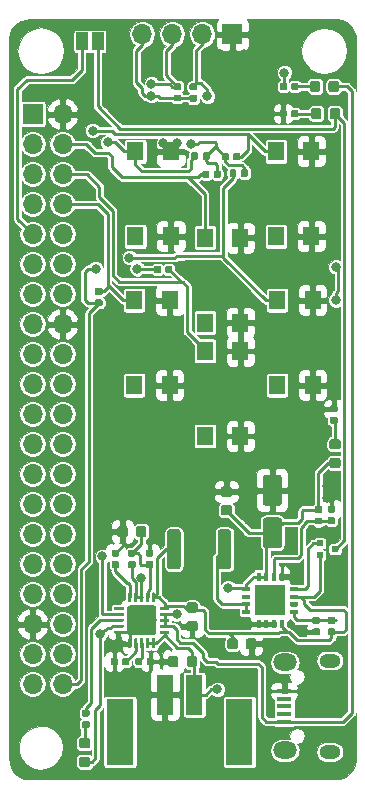
<source format=gbr>
G04 #@! TF.GenerationSoftware,KiCad,Pcbnew,5.0.2+dfsg1-1*
G04 #@! TF.CreationDate,2019-03-28T13:57:09+00:00*
G04 #@! TF.ProjectId,PiZeroInteract,50695a65-726f-4496-9e74-65726163742e,rev?*
G04 #@! TF.SameCoordinates,Original*
G04 #@! TF.FileFunction,Copper,L1,Top*
G04 #@! TF.FilePolarity,Positive*
%FSLAX46Y46*%
G04 Gerber Fmt 4.6, Leading zero omitted, Abs format (unit mm)*
G04 Created by KiCad (PCBNEW 5.0.2+dfsg1-1) date Thu 28 Mar 2019 13:57:09 GMT*
%MOMM*%
%LPD*%
G01*
G04 APERTURE LIST*
G04 #@! TA.AperFunction,SMDPad,CuDef*
%ADD10R,1.400000X1.600000*%
G04 #@! TD*
G04 #@! TA.AperFunction,Conductor*
%ADD11C,0.100000*%
G04 #@! TD*
G04 #@! TA.AperFunction,SMDPad,CuDef*
%ADD12C,1.125000*%
G04 #@! TD*
G04 #@! TA.AperFunction,SMDPad,CuDef*
%ADD13C,0.590000*%
G04 #@! TD*
G04 #@! TA.AperFunction,SMDPad,CuDef*
%ADD14C,0.875000*%
G04 #@! TD*
G04 #@! TA.AperFunction,SMDPad,CuDef*
%ADD15C,1.600000*%
G04 #@! TD*
G04 #@! TA.AperFunction,ComponentPad*
%ADD16R,1.700000X1.700000*%
G04 #@! TD*
G04 #@! TA.AperFunction,ComponentPad*
%ADD17O,1.700000X1.700000*%
G04 #@! TD*
G04 #@! TA.AperFunction,SMDPad,CuDef*
%ADD18R,1.300000X0.450000*%
G04 #@! TD*
G04 #@! TA.AperFunction,ComponentPad*
%ADD19O,2.000000X1.450000*%
G04 #@! TD*
G04 #@! TA.AperFunction,ComponentPad*
%ADD20O,1.800000X1.150000*%
G04 #@! TD*
G04 #@! TA.AperFunction,SMDPad,CuDef*
%ADD21R,1.400000X3.400000*%
G04 #@! TD*
G04 #@! TA.AperFunction,SMDPad,CuDef*
%ADD22R,2.300000X5.600000*%
G04 #@! TD*
G04 #@! TA.AperFunction,SMDPad,CuDef*
%ADD23R,1.000000X1.500000*%
G04 #@! TD*
G04 #@! TA.AperFunction,SMDPad,CuDef*
%ADD24R,0.600000X0.500000*%
G04 #@! TD*
G04 #@! TA.AperFunction,SMDPad,CuDef*
%ADD25R,0.800000X0.350000*%
G04 #@! TD*
G04 #@! TA.AperFunction,SMDPad,CuDef*
%ADD26R,0.350000X0.800000*%
G04 #@! TD*
G04 #@! TA.AperFunction,SMDPad,CuDef*
%ADD27R,2.500000X2.500000*%
G04 #@! TD*
G04 #@! TA.AperFunction,SMDPad,CuDef*
%ADD28C,2.500000*%
G04 #@! TD*
G04 #@! TA.AperFunction,SMDPad,CuDef*
%ADD29C,0.250000*%
G04 #@! TD*
G04 #@! TA.AperFunction,ViaPad*
%ADD30C,0.800000*%
G04 #@! TD*
G04 #@! TA.AperFunction,Conductor*
%ADD31C,0.250000*%
G04 #@! TD*
G04 APERTURE END LIST*
D10*
G04 #@! TO.P,NAV_CNL1,1*
G04 #@! TO.N,/SW_CNL*
X137900000Y-66500000D03*
G04 #@! TO.N,N/C*
X137900000Y-73700000D03*
G04 #@! TO.P,NAV_CNL1,2*
G04 #@! TO.N,GND*
X140900000Y-66500000D03*
X140900000Y-73700000D03*
G04 #@! TD*
D11*
G04 #@! TO.N,/V_SRC*
G04 #@! TO.C,L1*
G36*
X129599505Y-98501204D02*
X129623773Y-98504804D01*
X129647572Y-98510765D01*
X129670671Y-98519030D01*
X129692850Y-98529520D01*
X129713893Y-98542132D01*
X129733599Y-98556747D01*
X129751777Y-98573223D01*
X129768253Y-98591401D01*
X129782868Y-98611107D01*
X129795480Y-98632150D01*
X129805970Y-98654329D01*
X129814235Y-98677428D01*
X129820196Y-98701227D01*
X129823796Y-98725495D01*
X129825000Y-98749999D01*
X129825000Y-101650001D01*
X129823796Y-101674505D01*
X129820196Y-101698773D01*
X129814235Y-101722572D01*
X129805970Y-101745671D01*
X129795480Y-101767850D01*
X129782868Y-101788893D01*
X129768253Y-101808599D01*
X129751777Y-101826777D01*
X129733599Y-101843253D01*
X129713893Y-101857868D01*
X129692850Y-101870480D01*
X129670671Y-101880970D01*
X129647572Y-101889235D01*
X129623773Y-101895196D01*
X129599505Y-101898796D01*
X129575001Y-101900000D01*
X128949999Y-101900000D01*
X128925495Y-101898796D01*
X128901227Y-101895196D01*
X128877428Y-101889235D01*
X128854329Y-101880970D01*
X128832150Y-101870480D01*
X128811107Y-101857868D01*
X128791401Y-101843253D01*
X128773223Y-101826777D01*
X128756747Y-101808599D01*
X128742132Y-101788893D01*
X128729520Y-101767850D01*
X128719030Y-101745671D01*
X128710765Y-101722572D01*
X128704804Y-101698773D01*
X128701204Y-101674505D01*
X128700000Y-101650001D01*
X128700000Y-98749999D01*
X128701204Y-98725495D01*
X128704804Y-98701227D01*
X128710765Y-98677428D01*
X128719030Y-98654329D01*
X128729520Y-98632150D01*
X128742132Y-98611107D01*
X128756747Y-98591401D01*
X128773223Y-98573223D01*
X128791401Y-98556747D01*
X128811107Y-98542132D01*
X128832150Y-98529520D01*
X128854329Y-98519030D01*
X128877428Y-98510765D01*
X128901227Y-98504804D01*
X128925495Y-98501204D01*
X128949999Y-98500000D01*
X129575001Y-98500000D01*
X129599505Y-98501204D01*
X129599505Y-98501204D01*
G37*
D12*
G04 #@! TD*
G04 #@! TO.P,L1,1*
G04 #@! TO.N,/V_SRC*
X129262500Y-100200000D03*
D11*
G04 #@! TO.N,Net-(L1-Pad2)*
G04 #@! TO.C,L1*
G36*
X133874505Y-98501204D02*
X133898773Y-98504804D01*
X133922572Y-98510765D01*
X133945671Y-98519030D01*
X133967850Y-98529520D01*
X133988893Y-98542132D01*
X134008599Y-98556747D01*
X134026777Y-98573223D01*
X134043253Y-98591401D01*
X134057868Y-98611107D01*
X134070480Y-98632150D01*
X134080970Y-98654329D01*
X134089235Y-98677428D01*
X134095196Y-98701227D01*
X134098796Y-98725495D01*
X134100000Y-98749999D01*
X134100000Y-101650001D01*
X134098796Y-101674505D01*
X134095196Y-101698773D01*
X134089235Y-101722572D01*
X134080970Y-101745671D01*
X134070480Y-101767850D01*
X134057868Y-101788893D01*
X134043253Y-101808599D01*
X134026777Y-101826777D01*
X134008599Y-101843253D01*
X133988893Y-101857868D01*
X133967850Y-101870480D01*
X133945671Y-101880970D01*
X133922572Y-101889235D01*
X133898773Y-101895196D01*
X133874505Y-101898796D01*
X133850001Y-101900000D01*
X133224999Y-101900000D01*
X133200495Y-101898796D01*
X133176227Y-101895196D01*
X133152428Y-101889235D01*
X133129329Y-101880970D01*
X133107150Y-101870480D01*
X133086107Y-101857868D01*
X133066401Y-101843253D01*
X133048223Y-101826777D01*
X133031747Y-101808599D01*
X133017132Y-101788893D01*
X133004520Y-101767850D01*
X132994030Y-101745671D01*
X132985765Y-101722572D01*
X132979804Y-101698773D01*
X132976204Y-101674505D01*
X132975000Y-101650001D01*
X132975000Y-98749999D01*
X132976204Y-98725495D01*
X132979804Y-98701227D01*
X132985765Y-98677428D01*
X132994030Y-98654329D01*
X133004520Y-98632150D01*
X133017132Y-98611107D01*
X133031747Y-98591401D01*
X133048223Y-98573223D01*
X133066401Y-98556747D01*
X133086107Y-98542132D01*
X133107150Y-98529520D01*
X133129329Y-98519030D01*
X133152428Y-98510765D01*
X133176227Y-98504804D01*
X133200495Y-98501204D01*
X133224999Y-98500000D01*
X133850001Y-98500000D01*
X133874505Y-98501204D01*
X133874505Y-98501204D01*
G37*
D12*
G04 #@! TD*
G04 #@! TO.P,L1,2*
G04 #@! TO.N,Net-(L1-Pad2)*
X133537500Y-100200000D03*
D11*
G04 #@! TO.N,Net-(C2-Pad1)*
G04 #@! TO.C,R15*
G36*
X127386958Y-101190710D02*
X127401276Y-101192834D01*
X127415317Y-101196351D01*
X127428946Y-101201228D01*
X127442031Y-101207417D01*
X127454447Y-101214858D01*
X127466073Y-101223481D01*
X127476798Y-101233202D01*
X127486519Y-101243927D01*
X127495142Y-101255553D01*
X127502583Y-101267969D01*
X127508772Y-101281054D01*
X127513649Y-101294683D01*
X127517166Y-101308724D01*
X127519290Y-101323042D01*
X127520000Y-101337500D01*
X127520000Y-101632500D01*
X127519290Y-101646958D01*
X127517166Y-101661276D01*
X127513649Y-101675317D01*
X127508772Y-101688946D01*
X127502583Y-101702031D01*
X127495142Y-101714447D01*
X127486519Y-101726073D01*
X127476798Y-101736798D01*
X127466073Y-101746519D01*
X127454447Y-101755142D01*
X127442031Y-101762583D01*
X127428946Y-101768772D01*
X127415317Y-101773649D01*
X127401276Y-101777166D01*
X127386958Y-101779290D01*
X127372500Y-101780000D01*
X127027500Y-101780000D01*
X127013042Y-101779290D01*
X126998724Y-101777166D01*
X126984683Y-101773649D01*
X126971054Y-101768772D01*
X126957969Y-101762583D01*
X126945553Y-101755142D01*
X126933927Y-101746519D01*
X126923202Y-101736798D01*
X126913481Y-101726073D01*
X126904858Y-101714447D01*
X126897417Y-101702031D01*
X126891228Y-101688946D01*
X126886351Y-101675317D01*
X126882834Y-101661276D01*
X126880710Y-101646958D01*
X126880000Y-101632500D01*
X126880000Y-101337500D01*
X126880710Y-101323042D01*
X126882834Y-101308724D01*
X126886351Y-101294683D01*
X126891228Y-101281054D01*
X126897417Y-101267969D01*
X126904858Y-101255553D01*
X126913481Y-101243927D01*
X126923202Y-101233202D01*
X126933927Y-101223481D01*
X126945553Y-101214858D01*
X126957969Y-101207417D01*
X126971054Y-101201228D01*
X126984683Y-101196351D01*
X126998724Y-101192834D01*
X127013042Y-101190710D01*
X127027500Y-101190000D01*
X127372500Y-101190000D01*
X127386958Y-101190710D01*
X127386958Y-101190710D01*
G37*
D13*
G04 #@! TD*
G04 #@! TO.P,R15,1*
G04 #@! TO.N,Net-(C2-Pad1)*
X127200000Y-101485000D03*
D11*
G04 #@! TO.N,GND*
G04 #@! TO.C,R15*
G36*
X127386958Y-100220710D02*
X127401276Y-100222834D01*
X127415317Y-100226351D01*
X127428946Y-100231228D01*
X127442031Y-100237417D01*
X127454447Y-100244858D01*
X127466073Y-100253481D01*
X127476798Y-100263202D01*
X127486519Y-100273927D01*
X127495142Y-100285553D01*
X127502583Y-100297969D01*
X127508772Y-100311054D01*
X127513649Y-100324683D01*
X127517166Y-100338724D01*
X127519290Y-100353042D01*
X127520000Y-100367500D01*
X127520000Y-100662500D01*
X127519290Y-100676958D01*
X127517166Y-100691276D01*
X127513649Y-100705317D01*
X127508772Y-100718946D01*
X127502583Y-100732031D01*
X127495142Y-100744447D01*
X127486519Y-100756073D01*
X127476798Y-100766798D01*
X127466073Y-100776519D01*
X127454447Y-100785142D01*
X127442031Y-100792583D01*
X127428946Y-100798772D01*
X127415317Y-100803649D01*
X127401276Y-100807166D01*
X127386958Y-100809290D01*
X127372500Y-100810000D01*
X127027500Y-100810000D01*
X127013042Y-100809290D01*
X126998724Y-100807166D01*
X126984683Y-100803649D01*
X126971054Y-100798772D01*
X126957969Y-100792583D01*
X126945553Y-100785142D01*
X126933927Y-100776519D01*
X126923202Y-100766798D01*
X126913481Y-100756073D01*
X126904858Y-100744447D01*
X126897417Y-100732031D01*
X126891228Y-100718946D01*
X126886351Y-100705317D01*
X126882834Y-100691276D01*
X126880710Y-100676958D01*
X126880000Y-100662500D01*
X126880000Y-100367500D01*
X126880710Y-100353042D01*
X126882834Y-100338724D01*
X126886351Y-100324683D01*
X126891228Y-100311054D01*
X126897417Y-100297969D01*
X126904858Y-100285553D01*
X126913481Y-100273927D01*
X126923202Y-100263202D01*
X126933927Y-100253481D01*
X126945553Y-100244858D01*
X126957969Y-100237417D01*
X126971054Y-100231228D01*
X126984683Y-100226351D01*
X126998724Y-100222834D01*
X127013042Y-100220710D01*
X127027500Y-100220000D01*
X127372500Y-100220000D01*
X127386958Y-100220710D01*
X127386958Y-100220710D01*
G37*
D13*
G04 #@! TD*
G04 #@! TO.P,R15,2*
G04 #@! TO.N,GND*
X127200000Y-100515000D03*
D11*
G04 #@! TO.N,GND*
G04 #@! TO.C,C4*
G36*
X131077691Y-106263553D02*
X131098926Y-106266703D01*
X131119750Y-106271919D01*
X131139962Y-106279151D01*
X131159368Y-106288330D01*
X131177781Y-106299366D01*
X131195024Y-106312154D01*
X131210930Y-106326570D01*
X131225346Y-106342476D01*
X131238134Y-106359719D01*
X131249170Y-106378132D01*
X131258349Y-106397538D01*
X131265581Y-106417750D01*
X131270797Y-106438574D01*
X131273947Y-106459809D01*
X131275000Y-106481250D01*
X131275000Y-106918750D01*
X131273947Y-106940191D01*
X131270797Y-106961426D01*
X131265581Y-106982250D01*
X131258349Y-107002462D01*
X131249170Y-107021868D01*
X131238134Y-107040281D01*
X131225346Y-107057524D01*
X131210930Y-107073430D01*
X131195024Y-107087846D01*
X131177781Y-107100634D01*
X131159368Y-107111670D01*
X131139962Y-107120849D01*
X131119750Y-107128081D01*
X131098926Y-107133297D01*
X131077691Y-107136447D01*
X131056250Y-107137500D01*
X130543750Y-107137500D01*
X130522309Y-107136447D01*
X130501074Y-107133297D01*
X130480250Y-107128081D01*
X130460038Y-107120849D01*
X130440632Y-107111670D01*
X130422219Y-107100634D01*
X130404976Y-107087846D01*
X130389070Y-107073430D01*
X130374654Y-107057524D01*
X130361866Y-107040281D01*
X130350830Y-107021868D01*
X130341651Y-107002462D01*
X130334419Y-106982250D01*
X130329203Y-106961426D01*
X130326053Y-106940191D01*
X130325000Y-106918750D01*
X130325000Y-106481250D01*
X130326053Y-106459809D01*
X130329203Y-106438574D01*
X130334419Y-106417750D01*
X130341651Y-106397538D01*
X130350830Y-106378132D01*
X130361866Y-106359719D01*
X130374654Y-106342476D01*
X130389070Y-106326570D01*
X130404976Y-106312154D01*
X130422219Y-106299366D01*
X130440632Y-106288330D01*
X130460038Y-106279151D01*
X130480250Y-106271919D01*
X130501074Y-106266703D01*
X130522309Y-106263553D01*
X130543750Y-106262500D01*
X131056250Y-106262500D01*
X131077691Y-106263553D01*
X131077691Y-106263553D01*
G37*
D14*
G04 #@! TD*
G04 #@! TO.P,C4,2*
G04 #@! TO.N,GND*
X130800000Y-106700000D03*
D11*
G04 #@! TO.N,/V_SRC*
G04 #@! TO.C,C4*
G36*
X131077691Y-104688553D02*
X131098926Y-104691703D01*
X131119750Y-104696919D01*
X131139962Y-104704151D01*
X131159368Y-104713330D01*
X131177781Y-104724366D01*
X131195024Y-104737154D01*
X131210930Y-104751570D01*
X131225346Y-104767476D01*
X131238134Y-104784719D01*
X131249170Y-104803132D01*
X131258349Y-104822538D01*
X131265581Y-104842750D01*
X131270797Y-104863574D01*
X131273947Y-104884809D01*
X131275000Y-104906250D01*
X131275000Y-105343750D01*
X131273947Y-105365191D01*
X131270797Y-105386426D01*
X131265581Y-105407250D01*
X131258349Y-105427462D01*
X131249170Y-105446868D01*
X131238134Y-105465281D01*
X131225346Y-105482524D01*
X131210930Y-105498430D01*
X131195024Y-105512846D01*
X131177781Y-105525634D01*
X131159368Y-105536670D01*
X131139962Y-105545849D01*
X131119750Y-105553081D01*
X131098926Y-105558297D01*
X131077691Y-105561447D01*
X131056250Y-105562500D01*
X130543750Y-105562500D01*
X130522309Y-105561447D01*
X130501074Y-105558297D01*
X130480250Y-105553081D01*
X130460038Y-105545849D01*
X130440632Y-105536670D01*
X130422219Y-105525634D01*
X130404976Y-105512846D01*
X130389070Y-105498430D01*
X130374654Y-105482524D01*
X130361866Y-105465281D01*
X130350830Y-105446868D01*
X130341651Y-105427462D01*
X130334419Y-105407250D01*
X130329203Y-105386426D01*
X130326053Y-105365191D01*
X130325000Y-105343750D01*
X130325000Y-104906250D01*
X130326053Y-104884809D01*
X130329203Y-104863574D01*
X130334419Y-104842750D01*
X130341651Y-104822538D01*
X130350830Y-104803132D01*
X130361866Y-104784719D01*
X130374654Y-104767476D01*
X130389070Y-104751570D01*
X130404976Y-104737154D01*
X130422219Y-104724366D01*
X130440632Y-104713330D01*
X130460038Y-104704151D01*
X130480250Y-104696919D01*
X130501074Y-104691703D01*
X130522309Y-104688553D01*
X130543750Y-104687500D01*
X131056250Y-104687500D01*
X131077691Y-104688553D01*
X131077691Y-104688553D01*
G37*
D14*
G04 #@! TD*
G04 #@! TO.P,C4,1*
G04 #@! TO.N,/V_SRC*
X130800000Y-105125000D03*
D11*
G04 #@! TO.N,/V_SRC*
G04 #@! TO.C,C1*
G36*
X134465191Y-107726053D02*
X134486426Y-107729203D01*
X134507250Y-107734419D01*
X134527462Y-107741651D01*
X134546868Y-107750830D01*
X134565281Y-107761866D01*
X134582524Y-107774654D01*
X134598430Y-107789070D01*
X134612846Y-107804976D01*
X134625634Y-107822219D01*
X134636670Y-107840632D01*
X134645849Y-107860038D01*
X134653081Y-107880250D01*
X134658297Y-107901074D01*
X134661447Y-107922309D01*
X134662500Y-107943750D01*
X134662500Y-108456250D01*
X134661447Y-108477691D01*
X134658297Y-108498926D01*
X134653081Y-108519750D01*
X134645849Y-108539962D01*
X134636670Y-108559368D01*
X134625634Y-108577781D01*
X134612846Y-108595024D01*
X134598430Y-108610930D01*
X134582524Y-108625346D01*
X134565281Y-108638134D01*
X134546868Y-108649170D01*
X134527462Y-108658349D01*
X134507250Y-108665581D01*
X134486426Y-108670797D01*
X134465191Y-108673947D01*
X134443750Y-108675000D01*
X134006250Y-108675000D01*
X133984809Y-108673947D01*
X133963574Y-108670797D01*
X133942750Y-108665581D01*
X133922538Y-108658349D01*
X133903132Y-108649170D01*
X133884719Y-108638134D01*
X133867476Y-108625346D01*
X133851570Y-108610930D01*
X133837154Y-108595024D01*
X133824366Y-108577781D01*
X133813330Y-108559368D01*
X133804151Y-108539962D01*
X133796919Y-108519750D01*
X133791703Y-108498926D01*
X133788553Y-108477691D01*
X133787500Y-108456250D01*
X133787500Y-107943750D01*
X133788553Y-107922309D01*
X133791703Y-107901074D01*
X133796919Y-107880250D01*
X133804151Y-107860038D01*
X133813330Y-107840632D01*
X133824366Y-107822219D01*
X133837154Y-107804976D01*
X133851570Y-107789070D01*
X133867476Y-107774654D01*
X133884719Y-107761866D01*
X133903132Y-107750830D01*
X133922538Y-107741651D01*
X133942750Y-107734419D01*
X133963574Y-107729203D01*
X133984809Y-107726053D01*
X134006250Y-107725000D01*
X134443750Y-107725000D01*
X134465191Y-107726053D01*
X134465191Y-107726053D01*
G37*
D14*
G04 #@! TD*
G04 #@! TO.P,C1,1*
G04 #@! TO.N,/V_SRC*
X134225000Y-108200000D03*
D11*
G04 #@! TO.N,GND*
G04 #@! TO.C,C1*
G36*
X136040191Y-107726053D02*
X136061426Y-107729203D01*
X136082250Y-107734419D01*
X136102462Y-107741651D01*
X136121868Y-107750830D01*
X136140281Y-107761866D01*
X136157524Y-107774654D01*
X136173430Y-107789070D01*
X136187846Y-107804976D01*
X136200634Y-107822219D01*
X136211670Y-107840632D01*
X136220849Y-107860038D01*
X136228081Y-107880250D01*
X136233297Y-107901074D01*
X136236447Y-107922309D01*
X136237500Y-107943750D01*
X136237500Y-108456250D01*
X136236447Y-108477691D01*
X136233297Y-108498926D01*
X136228081Y-108519750D01*
X136220849Y-108539962D01*
X136211670Y-108559368D01*
X136200634Y-108577781D01*
X136187846Y-108595024D01*
X136173430Y-108610930D01*
X136157524Y-108625346D01*
X136140281Y-108638134D01*
X136121868Y-108649170D01*
X136102462Y-108658349D01*
X136082250Y-108665581D01*
X136061426Y-108670797D01*
X136040191Y-108673947D01*
X136018750Y-108675000D01*
X135581250Y-108675000D01*
X135559809Y-108673947D01*
X135538574Y-108670797D01*
X135517750Y-108665581D01*
X135497538Y-108658349D01*
X135478132Y-108649170D01*
X135459719Y-108638134D01*
X135442476Y-108625346D01*
X135426570Y-108610930D01*
X135412154Y-108595024D01*
X135399366Y-108577781D01*
X135388330Y-108559368D01*
X135379151Y-108539962D01*
X135371919Y-108519750D01*
X135366703Y-108498926D01*
X135363553Y-108477691D01*
X135362500Y-108456250D01*
X135362500Y-107943750D01*
X135363553Y-107922309D01*
X135366703Y-107901074D01*
X135371919Y-107880250D01*
X135379151Y-107860038D01*
X135388330Y-107840632D01*
X135399366Y-107822219D01*
X135412154Y-107804976D01*
X135426570Y-107789070D01*
X135442476Y-107774654D01*
X135459719Y-107761866D01*
X135478132Y-107750830D01*
X135497538Y-107741651D01*
X135517750Y-107734419D01*
X135538574Y-107729203D01*
X135559809Y-107726053D01*
X135581250Y-107725000D01*
X136018750Y-107725000D01*
X136040191Y-107726053D01*
X136040191Y-107726053D01*
G37*
D14*
G04 #@! TD*
G04 #@! TO.P,C1,2*
G04 #@! TO.N,GND*
X135800000Y-108200000D03*
D11*
G04 #@! TO.N,Net-(C2-Pad1)*
G04 #@! TO.C,C2*
G36*
X126727691Y-98226053D02*
X126748926Y-98229203D01*
X126769750Y-98234419D01*
X126789962Y-98241651D01*
X126809368Y-98250830D01*
X126827781Y-98261866D01*
X126845024Y-98274654D01*
X126860930Y-98289070D01*
X126875346Y-98304976D01*
X126888134Y-98322219D01*
X126899170Y-98340632D01*
X126908349Y-98360038D01*
X126915581Y-98380250D01*
X126920797Y-98401074D01*
X126923947Y-98422309D01*
X126925000Y-98443750D01*
X126925000Y-98956250D01*
X126923947Y-98977691D01*
X126920797Y-98998926D01*
X126915581Y-99019750D01*
X126908349Y-99039962D01*
X126899170Y-99059368D01*
X126888134Y-99077781D01*
X126875346Y-99095024D01*
X126860930Y-99110930D01*
X126845024Y-99125346D01*
X126827781Y-99138134D01*
X126809368Y-99149170D01*
X126789962Y-99158349D01*
X126769750Y-99165581D01*
X126748926Y-99170797D01*
X126727691Y-99173947D01*
X126706250Y-99175000D01*
X126268750Y-99175000D01*
X126247309Y-99173947D01*
X126226074Y-99170797D01*
X126205250Y-99165581D01*
X126185038Y-99158349D01*
X126165632Y-99149170D01*
X126147219Y-99138134D01*
X126129976Y-99125346D01*
X126114070Y-99110930D01*
X126099654Y-99095024D01*
X126086866Y-99077781D01*
X126075830Y-99059368D01*
X126066651Y-99039962D01*
X126059419Y-99019750D01*
X126054203Y-98998926D01*
X126051053Y-98977691D01*
X126050000Y-98956250D01*
X126050000Y-98443750D01*
X126051053Y-98422309D01*
X126054203Y-98401074D01*
X126059419Y-98380250D01*
X126066651Y-98360038D01*
X126075830Y-98340632D01*
X126086866Y-98322219D01*
X126099654Y-98304976D01*
X126114070Y-98289070D01*
X126129976Y-98274654D01*
X126147219Y-98261866D01*
X126165632Y-98250830D01*
X126185038Y-98241651D01*
X126205250Y-98234419D01*
X126226074Y-98229203D01*
X126247309Y-98226053D01*
X126268750Y-98225000D01*
X126706250Y-98225000D01*
X126727691Y-98226053D01*
X126727691Y-98226053D01*
G37*
D14*
G04 #@! TD*
G04 #@! TO.P,C2,1*
G04 #@! TO.N,Net-(C2-Pad1)*
X126487500Y-98700000D03*
D11*
G04 #@! TO.N,GND*
G04 #@! TO.C,C2*
G36*
X125152691Y-98226053D02*
X125173926Y-98229203D01*
X125194750Y-98234419D01*
X125214962Y-98241651D01*
X125234368Y-98250830D01*
X125252781Y-98261866D01*
X125270024Y-98274654D01*
X125285930Y-98289070D01*
X125300346Y-98304976D01*
X125313134Y-98322219D01*
X125324170Y-98340632D01*
X125333349Y-98360038D01*
X125340581Y-98380250D01*
X125345797Y-98401074D01*
X125348947Y-98422309D01*
X125350000Y-98443750D01*
X125350000Y-98956250D01*
X125348947Y-98977691D01*
X125345797Y-98998926D01*
X125340581Y-99019750D01*
X125333349Y-99039962D01*
X125324170Y-99059368D01*
X125313134Y-99077781D01*
X125300346Y-99095024D01*
X125285930Y-99110930D01*
X125270024Y-99125346D01*
X125252781Y-99138134D01*
X125234368Y-99149170D01*
X125214962Y-99158349D01*
X125194750Y-99165581D01*
X125173926Y-99170797D01*
X125152691Y-99173947D01*
X125131250Y-99175000D01*
X124693750Y-99175000D01*
X124672309Y-99173947D01*
X124651074Y-99170797D01*
X124630250Y-99165581D01*
X124610038Y-99158349D01*
X124590632Y-99149170D01*
X124572219Y-99138134D01*
X124554976Y-99125346D01*
X124539070Y-99110930D01*
X124524654Y-99095024D01*
X124511866Y-99077781D01*
X124500830Y-99059368D01*
X124491651Y-99039962D01*
X124484419Y-99019750D01*
X124479203Y-98998926D01*
X124476053Y-98977691D01*
X124475000Y-98956250D01*
X124475000Y-98443750D01*
X124476053Y-98422309D01*
X124479203Y-98401074D01*
X124484419Y-98380250D01*
X124491651Y-98360038D01*
X124500830Y-98340632D01*
X124511866Y-98322219D01*
X124524654Y-98304976D01*
X124539070Y-98289070D01*
X124554976Y-98274654D01*
X124572219Y-98261866D01*
X124590632Y-98250830D01*
X124610038Y-98241651D01*
X124630250Y-98234419D01*
X124651074Y-98229203D01*
X124672309Y-98226053D01*
X124693750Y-98225000D01*
X125131250Y-98225000D01*
X125152691Y-98226053D01*
X125152691Y-98226053D01*
G37*
D14*
G04 #@! TD*
G04 #@! TO.P,C2,2*
G04 #@! TO.N,GND*
X124912500Y-98700000D03*
D11*
G04 #@! TO.N,+5V*
G04 #@! TO.C,C3*
G36*
X138174504Y-97501204D02*
X138198773Y-97504804D01*
X138222571Y-97510765D01*
X138245671Y-97519030D01*
X138267849Y-97529520D01*
X138288893Y-97542133D01*
X138308598Y-97556747D01*
X138326777Y-97573223D01*
X138343253Y-97591402D01*
X138357867Y-97611107D01*
X138370480Y-97632151D01*
X138380970Y-97654329D01*
X138389235Y-97677429D01*
X138395196Y-97701227D01*
X138398796Y-97725496D01*
X138400000Y-97750000D01*
X138400000Y-99850000D01*
X138398796Y-99874504D01*
X138395196Y-99898773D01*
X138389235Y-99922571D01*
X138380970Y-99945671D01*
X138370480Y-99967849D01*
X138357867Y-99988893D01*
X138343253Y-100008598D01*
X138326777Y-100026777D01*
X138308598Y-100043253D01*
X138288893Y-100057867D01*
X138267849Y-100070480D01*
X138245671Y-100080970D01*
X138222571Y-100089235D01*
X138198773Y-100095196D01*
X138174504Y-100098796D01*
X138150000Y-100100000D01*
X137050000Y-100100000D01*
X137025496Y-100098796D01*
X137001227Y-100095196D01*
X136977429Y-100089235D01*
X136954329Y-100080970D01*
X136932151Y-100070480D01*
X136911107Y-100057867D01*
X136891402Y-100043253D01*
X136873223Y-100026777D01*
X136856747Y-100008598D01*
X136842133Y-99988893D01*
X136829520Y-99967849D01*
X136819030Y-99945671D01*
X136810765Y-99922571D01*
X136804804Y-99898773D01*
X136801204Y-99874504D01*
X136800000Y-99850000D01*
X136800000Y-97750000D01*
X136801204Y-97725496D01*
X136804804Y-97701227D01*
X136810765Y-97677429D01*
X136819030Y-97654329D01*
X136829520Y-97632151D01*
X136842133Y-97611107D01*
X136856747Y-97591402D01*
X136873223Y-97573223D01*
X136891402Y-97556747D01*
X136911107Y-97542133D01*
X136932151Y-97529520D01*
X136954329Y-97519030D01*
X136977429Y-97510765D01*
X137001227Y-97504804D01*
X137025496Y-97501204D01*
X137050000Y-97500000D01*
X138150000Y-97500000D01*
X138174504Y-97501204D01*
X138174504Y-97501204D01*
G37*
D15*
G04 #@! TD*
G04 #@! TO.P,C3,1*
G04 #@! TO.N,+5V*
X137600000Y-98800000D03*
D11*
G04 #@! TO.N,GND*
G04 #@! TO.C,C3*
G36*
X138174504Y-93901204D02*
X138198773Y-93904804D01*
X138222571Y-93910765D01*
X138245671Y-93919030D01*
X138267849Y-93929520D01*
X138288893Y-93942133D01*
X138308598Y-93956747D01*
X138326777Y-93973223D01*
X138343253Y-93991402D01*
X138357867Y-94011107D01*
X138370480Y-94032151D01*
X138380970Y-94054329D01*
X138389235Y-94077429D01*
X138395196Y-94101227D01*
X138398796Y-94125496D01*
X138400000Y-94150000D01*
X138400000Y-96250000D01*
X138398796Y-96274504D01*
X138395196Y-96298773D01*
X138389235Y-96322571D01*
X138380970Y-96345671D01*
X138370480Y-96367849D01*
X138357867Y-96388893D01*
X138343253Y-96408598D01*
X138326777Y-96426777D01*
X138308598Y-96443253D01*
X138288893Y-96457867D01*
X138267849Y-96470480D01*
X138245671Y-96480970D01*
X138222571Y-96489235D01*
X138198773Y-96495196D01*
X138174504Y-96498796D01*
X138150000Y-96500000D01*
X137050000Y-96500000D01*
X137025496Y-96498796D01*
X137001227Y-96495196D01*
X136977429Y-96489235D01*
X136954329Y-96480970D01*
X136932151Y-96470480D01*
X136911107Y-96457867D01*
X136891402Y-96443253D01*
X136873223Y-96426777D01*
X136856747Y-96408598D01*
X136842133Y-96388893D01*
X136829520Y-96367849D01*
X136819030Y-96345671D01*
X136810765Y-96322571D01*
X136804804Y-96298773D01*
X136801204Y-96274504D01*
X136800000Y-96250000D01*
X136800000Y-94150000D01*
X136801204Y-94125496D01*
X136804804Y-94101227D01*
X136810765Y-94077429D01*
X136819030Y-94054329D01*
X136829520Y-94032151D01*
X136842133Y-94011107D01*
X136856747Y-93991402D01*
X136873223Y-93973223D01*
X136891402Y-93956747D01*
X136911107Y-93942133D01*
X136932151Y-93929520D01*
X136954329Y-93919030D01*
X136977429Y-93910765D01*
X137001227Y-93904804D01*
X137025496Y-93901204D01*
X137050000Y-93900000D01*
X138150000Y-93900000D01*
X138174504Y-93901204D01*
X138174504Y-93901204D01*
G37*
D15*
G04 #@! TD*
G04 #@! TO.P,C3,2*
G04 #@! TO.N,GND*
X137600000Y-95200000D03*
D11*
G04 #@! TO.N,+5V*
G04 #@! TO.C,C5*
G36*
X133977691Y-96451053D02*
X133998926Y-96454203D01*
X134019750Y-96459419D01*
X134039962Y-96466651D01*
X134059368Y-96475830D01*
X134077781Y-96486866D01*
X134095024Y-96499654D01*
X134110930Y-96514070D01*
X134125346Y-96529976D01*
X134138134Y-96547219D01*
X134149170Y-96565632D01*
X134158349Y-96585038D01*
X134165581Y-96605250D01*
X134170797Y-96626074D01*
X134173947Y-96647309D01*
X134175000Y-96668750D01*
X134175000Y-97106250D01*
X134173947Y-97127691D01*
X134170797Y-97148926D01*
X134165581Y-97169750D01*
X134158349Y-97189962D01*
X134149170Y-97209368D01*
X134138134Y-97227781D01*
X134125346Y-97245024D01*
X134110930Y-97260930D01*
X134095024Y-97275346D01*
X134077781Y-97288134D01*
X134059368Y-97299170D01*
X134039962Y-97308349D01*
X134019750Y-97315581D01*
X133998926Y-97320797D01*
X133977691Y-97323947D01*
X133956250Y-97325000D01*
X133443750Y-97325000D01*
X133422309Y-97323947D01*
X133401074Y-97320797D01*
X133380250Y-97315581D01*
X133360038Y-97308349D01*
X133340632Y-97299170D01*
X133322219Y-97288134D01*
X133304976Y-97275346D01*
X133289070Y-97260930D01*
X133274654Y-97245024D01*
X133261866Y-97227781D01*
X133250830Y-97209368D01*
X133241651Y-97189962D01*
X133234419Y-97169750D01*
X133229203Y-97148926D01*
X133226053Y-97127691D01*
X133225000Y-97106250D01*
X133225000Y-96668750D01*
X133226053Y-96647309D01*
X133229203Y-96626074D01*
X133234419Y-96605250D01*
X133241651Y-96585038D01*
X133250830Y-96565632D01*
X133261866Y-96547219D01*
X133274654Y-96529976D01*
X133289070Y-96514070D01*
X133304976Y-96499654D01*
X133322219Y-96486866D01*
X133340632Y-96475830D01*
X133360038Y-96466651D01*
X133380250Y-96459419D01*
X133401074Y-96454203D01*
X133422309Y-96451053D01*
X133443750Y-96450000D01*
X133956250Y-96450000D01*
X133977691Y-96451053D01*
X133977691Y-96451053D01*
G37*
D14*
G04 #@! TD*
G04 #@! TO.P,C5,2*
G04 #@! TO.N,+5V*
X133700000Y-96887500D03*
D11*
G04 #@! TO.N,GND*
G04 #@! TO.C,C5*
G36*
X133977691Y-94876053D02*
X133998926Y-94879203D01*
X134019750Y-94884419D01*
X134039962Y-94891651D01*
X134059368Y-94900830D01*
X134077781Y-94911866D01*
X134095024Y-94924654D01*
X134110930Y-94939070D01*
X134125346Y-94954976D01*
X134138134Y-94972219D01*
X134149170Y-94990632D01*
X134158349Y-95010038D01*
X134165581Y-95030250D01*
X134170797Y-95051074D01*
X134173947Y-95072309D01*
X134175000Y-95093750D01*
X134175000Y-95531250D01*
X134173947Y-95552691D01*
X134170797Y-95573926D01*
X134165581Y-95594750D01*
X134158349Y-95614962D01*
X134149170Y-95634368D01*
X134138134Y-95652781D01*
X134125346Y-95670024D01*
X134110930Y-95685930D01*
X134095024Y-95700346D01*
X134077781Y-95713134D01*
X134059368Y-95724170D01*
X134039962Y-95733349D01*
X134019750Y-95740581D01*
X133998926Y-95745797D01*
X133977691Y-95748947D01*
X133956250Y-95750000D01*
X133443750Y-95750000D01*
X133422309Y-95748947D01*
X133401074Y-95745797D01*
X133380250Y-95740581D01*
X133360038Y-95733349D01*
X133340632Y-95724170D01*
X133322219Y-95713134D01*
X133304976Y-95700346D01*
X133289070Y-95685930D01*
X133274654Y-95670024D01*
X133261866Y-95652781D01*
X133250830Y-95634368D01*
X133241651Y-95614962D01*
X133234419Y-95594750D01*
X133229203Y-95573926D01*
X133226053Y-95552691D01*
X133225000Y-95531250D01*
X133225000Y-95093750D01*
X133226053Y-95072309D01*
X133229203Y-95051074D01*
X133234419Y-95030250D01*
X133241651Y-95010038D01*
X133250830Y-94990632D01*
X133261866Y-94972219D01*
X133274654Y-94954976D01*
X133289070Y-94939070D01*
X133304976Y-94924654D01*
X133322219Y-94911866D01*
X133340632Y-94900830D01*
X133360038Y-94891651D01*
X133380250Y-94884419D01*
X133401074Y-94879203D01*
X133422309Y-94876053D01*
X133443750Y-94875000D01*
X133956250Y-94875000D01*
X133977691Y-94876053D01*
X133977691Y-94876053D01*
G37*
D14*
G04 #@! TD*
G04 #@! TO.P,C5,1*
G04 #@! TO.N,GND*
X133700000Y-95312500D03*
D11*
G04 #@! TO.N,+BATT*
G04 #@! TO.C,C6*
G36*
X131027691Y-109226053D02*
X131048926Y-109229203D01*
X131069750Y-109234419D01*
X131089962Y-109241651D01*
X131109368Y-109250830D01*
X131127781Y-109261866D01*
X131145024Y-109274654D01*
X131160930Y-109289070D01*
X131175346Y-109304976D01*
X131188134Y-109322219D01*
X131199170Y-109340632D01*
X131208349Y-109360038D01*
X131215581Y-109380250D01*
X131220797Y-109401074D01*
X131223947Y-109422309D01*
X131225000Y-109443750D01*
X131225000Y-109956250D01*
X131223947Y-109977691D01*
X131220797Y-109998926D01*
X131215581Y-110019750D01*
X131208349Y-110039962D01*
X131199170Y-110059368D01*
X131188134Y-110077781D01*
X131175346Y-110095024D01*
X131160930Y-110110930D01*
X131145024Y-110125346D01*
X131127781Y-110138134D01*
X131109368Y-110149170D01*
X131089962Y-110158349D01*
X131069750Y-110165581D01*
X131048926Y-110170797D01*
X131027691Y-110173947D01*
X131006250Y-110175000D01*
X130568750Y-110175000D01*
X130547309Y-110173947D01*
X130526074Y-110170797D01*
X130505250Y-110165581D01*
X130485038Y-110158349D01*
X130465632Y-110149170D01*
X130447219Y-110138134D01*
X130429976Y-110125346D01*
X130414070Y-110110930D01*
X130399654Y-110095024D01*
X130386866Y-110077781D01*
X130375830Y-110059368D01*
X130366651Y-110039962D01*
X130359419Y-110019750D01*
X130354203Y-109998926D01*
X130351053Y-109977691D01*
X130350000Y-109956250D01*
X130350000Y-109443750D01*
X130351053Y-109422309D01*
X130354203Y-109401074D01*
X130359419Y-109380250D01*
X130366651Y-109360038D01*
X130375830Y-109340632D01*
X130386866Y-109322219D01*
X130399654Y-109304976D01*
X130414070Y-109289070D01*
X130429976Y-109274654D01*
X130447219Y-109261866D01*
X130465632Y-109250830D01*
X130485038Y-109241651D01*
X130505250Y-109234419D01*
X130526074Y-109229203D01*
X130547309Y-109226053D01*
X130568750Y-109225000D01*
X131006250Y-109225000D01*
X131027691Y-109226053D01*
X131027691Y-109226053D01*
G37*
D14*
G04 #@! TD*
G04 #@! TO.P,C6,1*
G04 #@! TO.N,+BATT*
X130787500Y-109700000D03*
D11*
G04 #@! TO.N,GND*
G04 #@! TO.C,C6*
G36*
X129452691Y-109226053D02*
X129473926Y-109229203D01*
X129494750Y-109234419D01*
X129514962Y-109241651D01*
X129534368Y-109250830D01*
X129552781Y-109261866D01*
X129570024Y-109274654D01*
X129585930Y-109289070D01*
X129600346Y-109304976D01*
X129613134Y-109322219D01*
X129624170Y-109340632D01*
X129633349Y-109360038D01*
X129640581Y-109380250D01*
X129645797Y-109401074D01*
X129648947Y-109422309D01*
X129650000Y-109443750D01*
X129650000Y-109956250D01*
X129648947Y-109977691D01*
X129645797Y-109998926D01*
X129640581Y-110019750D01*
X129633349Y-110039962D01*
X129624170Y-110059368D01*
X129613134Y-110077781D01*
X129600346Y-110095024D01*
X129585930Y-110110930D01*
X129570024Y-110125346D01*
X129552781Y-110138134D01*
X129534368Y-110149170D01*
X129514962Y-110158349D01*
X129494750Y-110165581D01*
X129473926Y-110170797D01*
X129452691Y-110173947D01*
X129431250Y-110175000D01*
X128993750Y-110175000D01*
X128972309Y-110173947D01*
X128951074Y-110170797D01*
X128930250Y-110165581D01*
X128910038Y-110158349D01*
X128890632Y-110149170D01*
X128872219Y-110138134D01*
X128854976Y-110125346D01*
X128839070Y-110110930D01*
X128824654Y-110095024D01*
X128811866Y-110077781D01*
X128800830Y-110059368D01*
X128791651Y-110039962D01*
X128784419Y-110019750D01*
X128779203Y-109998926D01*
X128776053Y-109977691D01*
X128775000Y-109956250D01*
X128775000Y-109443750D01*
X128776053Y-109422309D01*
X128779203Y-109401074D01*
X128784419Y-109380250D01*
X128791651Y-109360038D01*
X128800830Y-109340632D01*
X128811866Y-109322219D01*
X128824654Y-109304976D01*
X128839070Y-109289070D01*
X128854976Y-109274654D01*
X128872219Y-109261866D01*
X128890632Y-109250830D01*
X128910038Y-109241651D01*
X128930250Y-109234419D01*
X128951074Y-109229203D01*
X128972309Y-109226053D01*
X128993750Y-109225000D01*
X129431250Y-109225000D01*
X129452691Y-109226053D01*
X129452691Y-109226053D01*
G37*
D14*
G04 #@! TD*
G04 #@! TO.P,C6,2*
G04 #@! TO.N,GND*
X129212500Y-109700000D03*
D11*
G04 #@! TO.N,+VDC*
G04 #@! TO.C,CHARGE2LED1*
G36*
X121977691Y-117751053D02*
X121998926Y-117754203D01*
X122019750Y-117759419D01*
X122039962Y-117766651D01*
X122059368Y-117775830D01*
X122077781Y-117786866D01*
X122095024Y-117799654D01*
X122110930Y-117814070D01*
X122125346Y-117829976D01*
X122138134Y-117847219D01*
X122149170Y-117865632D01*
X122158349Y-117885038D01*
X122165581Y-117905250D01*
X122170797Y-117926074D01*
X122173947Y-117947309D01*
X122175000Y-117968750D01*
X122175000Y-118406250D01*
X122173947Y-118427691D01*
X122170797Y-118448926D01*
X122165581Y-118469750D01*
X122158349Y-118489962D01*
X122149170Y-118509368D01*
X122138134Y-118527781D01*
X122125346Y-118545024D01*
X122110930Y-118560930D01*
X122095024Y-118575346D01*
X122077781Y-118588134D01*
X122059368Y-118599170D01*
X122039962Y-118608349D01*
X122019750Y-118615581D01*
X121998926Y-118620797D01*
X121977691Y-118623947D01*
X121956250Y-118625000D01*
X121443750Y-118625000D01*
X121422309Y-118623947D01*
X121401074Y-118620797D01*
X121380250Y-118615581D01*
X121360038Y-118608349D01*
X121340632Y-118599170D01*
X121322219Y-118588134D01*
X121304976Y-118575346D01*
X121289070Y-118560930D01*
X121274654Y-118545024D01*
X121261866Y-118527781D01*
X121250830Y-118509368D01*
X121241651Y-118489962D01*
X121234419Y-118469750D01*
X121229203Y-118448926D01*
X121226053Y-118427691D01*
X121225000Y-118406250D01*
X121225000Y-117968750D01*
X121226053Y-117947309D01*
X121229203Y-117926074D01*
X121234419Y-117905250D01*
X121241651Y-117885038D01*
X121250830Y-117865632D01*
X121261866Y-117847219D01*
X121274654Y-117829976D01*
X121289070Y-117814070D01*
X121304976Y-117799654D01*
X121322219Y-117786866D01*
X121340632Y-117775830D01*
X121360038Y-117766651D01*
X121380250Y-117759419D01*
X121401074Y-117754203D01*
X121422309Y-117751053D01*
X121443750Y-117750000D01*
X121956250Y-117750000D01*
X121977691Y-117751053D01*
X121977691Y-117751053D01*
G37*
D14*
G04 #@! TD*
G04 #@! TO.P,CHARGE2LED1,2*
G04 #@! TO.N,+VDC*
X121700000Y-118187500D03*
D11*
G04 #@! TO.N,Net-(CHARGE2LED1-Pad1)*
G04 #@! TO.C,CHARGE2LED1*
G36*
X121977691Y-116176053D02*
X121998926Y-116179203D01*
X122019750Y-116184419D01*
X122039962Y-116191651D01*
X122059368Y-116200830D01*
X122077781Y-116211866D01*
X122095024Y-116224654D01*
X122110930Y-116239070D01*
X122125346Y-116254976D01*
X122138134Y-116272219D01*
X122149170Y-116290632D01*
X122158349Y-116310038D01*
X122165581Y-116330250D01*
X122170797Y-116351074D01*
X122173947Y-116372309D01*
X122175000Y-116393750D01*
X122175000Y-116831250D01*
X122173947Y-116852691D01*
X122170797Y-116873926D01*
X122165581Y-116894750D01*
X122158349Y-116914962D01*
X122149170Y-116934368D01*
X122138134Y-116952781D01*
X122125346Y-116970024D01*
X122110930Y-116985930D01*
X122095024Y-117000346D01*
X122077781Y-117013134D01*
X122059368Y-117024170D01*
X122039962Y-117033349D01*
X122019750Y-117040581D01*
X121998926Y-117045797D01*
X121977691Y-117048947D01*
X121956250Y-117050000D01*
X121443750Y-117050000D01*
X121422309Y-117048947D01*
X121401074Y-117045797D01*
X121380250Y-117040581D01*
X121360038Y-117033349D01*
X121340632Y-117024170D01*
X121322219Y-117013134D01*
X121304976Y-117000346D01*
X121289070Y-116985930D01*
X121274654Y-116970024D01*
X121261866Y-116952781D01*
X121250830Y-116934368D01*
X121241651Y-116914962D01*
X121234419Y-116894750D01*
X121229203Y-116873926D01*
X121226053Y-116852691D01*
X121225000Y-116831250D01*
X121225000Y-116393750D01*
X121226053Y-116372309D01*
X121229203Y-116351074D01*
X121234419Y-116330250D01*
X121241651Y-116310038D01*
X121250830Y-116290632D01*
X121261866Y-116272219D01*
X121274654Y-116254976D01*
X121289070Y-116239070D01*
X121304976Y-116224654D01*
X121322219Y-116211866D01*
X121340632Y-116200830D01*
X121360038Y-116191651D01*
X121380250Y-116184419D01*
X121401074Y-116179203D01*
X121422309Y-116176053D01*
X121443750Y-116175000D01*
X121956250Y-116175000D01*
X121977691Y-116176053D01*
X121977691Y-116176053D01*
G37*
D14*
G04 #@! TD*
G04 #@! TO.P,CHARGE2LED1,1*
G04 #@! TO.N,Net-(CHARGE2LED1-Pad1)*
X121700000Y-116612500D03*
D11*
G04 #@! TO.N,+VDC*
G04 #@! TO.C,CHARGING_LED1*
G36*
X143027691Y-60526053D02*
X143048926Y-60529203D01*
X143069750Y-60534419D01*
X143089962Y-60541651D01*
X143109368Y-60550830D01*
X143127781Y-60561866D01*
X143145024Y-60574654D01*
X143160930Y-60589070D01*
X143175346Y-60604976D01*
X143188134Y-60622219D01*
X143199170Y-60640632D01*
X143208349Y-60660038D01*
X143215581Y-60680250D01*
X143220797Y-60701074D01*
X143223947Y-60722309D01*
X143225000Y-60743750D01*
X143225000Y-61256250D01*
X143223947Y-61277691D01*
X143220797Y-61298926D01*
X143215581Y-61319750D01*
X143208349Y-61339962D01*
X143199170Y-61359368D01*
X143188134Y-61377781D01*
X143175346Y-61395024D01*
X143160930Y-61410930D01*
X143145024Y-61425346D01*
X143127781Y-61438134D01*
X143109368Y-61449170D01*
X143089962Y-61458349D01*
X143069750Y-61465581D01*
X143048926Y-61470797D01*
X143027691Y-61473947D01*
X143006250Y-61475000D01*
X142568750Y-61475000D01*
X142547309Y-61473947D01*
X142526074Y-61470797D01*
X142505250Y-61465581D01*
X142485038Y-61458349D01*
X142465632Y-61449170D01*
X142447219Y-61438134D01*
X142429976Y-61425346D01*
X142414070Y-61410930D01*
X142399654Y-61395024D01*
X142386866Y-61377781D01*
X142375830Y-61359368D01*
X142366651Y-61339962D01*
X142359419Y-61319750D01*
X142354203Y-61298926D01*
X142351053Y-61277691D01*
X142350000Y-61256250D01*
X142350000Y-60743750D01*
X142351053Y-60722309D01*
X142354203Y-60701074D01*
X142359419Y-60680250D01*
X142366651Y-60660038D01*
X142375830Y-60640632D01*
X142386866Y-60622219D01*
X142399654Y-60604976D01*
X142414070Y-60589070D01*
X142429976Y-60574654D01*
X142447219Y-60561866D01*
X142465632Y-60550830D01*
X142485038Y-60541651D01*
X142505250Y-60534419D01*
X142526074Y-60529203D01*
X142547309Y-60526053D01*
X142568750Y-60525000D01*
X143006250Y-60525000D01*
X143027691Y-60526053D01*
X143027691Y-60526053D01*
G37*
D14*
G04 #@! TD*
G04 #@! TO.P,CHARGING_LED1,2*
G04 #@! TO.N,+VDC*
X142787500Y-61000000D03*
D11*
G04 #@! TO.N,Net-(CHARGING_LED1-Pad1)*
G04 #@! TO.C,CHARGING_LED1*
G36*
X141452691Y-60526053D02*
X141473926Y-60529203D01*
X141494750Y-60534419D01*
X141514962Y-60541651D01*
X141534368Y-60550830D01*
X141552781Y-60561866D01*
X141570024Y-60574654D01*
X141585930Y-60589070D01*
X141600346Y-60604976D01*
X141613134Y-60622219D01*
X141624170Y-60640632D01*
X141633349Y-60660038D01*
X141640581Y-60680250D01*
X141645797Y-60701074D01*
X141648947Y-60722309D01*
X141650000Y-60743750D01*
X141650000Y-61256250D01*
X141648947Y-61277691D01*
X141645797Y-61298926D01*
X141640581Y-61319750D01*
X141633349Y-61339962D01*
X141624170Y-61359368D01*
X141613134Y-61377781D01*
X141600346Y-61395024D01*
X141585930Y-61410930D01*
X141570024Y-61425346D01*
X141552781Y-61438134D01*
X141534368Y-61449170D01*
X141514962Y-61458349D01*
X141494750Y-61465581D01*
X141473926Y-61470797D01*
X141452691Y-61473947D01*
X141431250Y-61475000D01*
X140993750Y-61475000D01*
X140972309Y-61473947D01*
X140951074Y-61470797D01*
X140930250Y-61465581D01*
X140910038Y-61458349D01*
X140890632Y-61449170D01*
X140872219Y-61438134D01*
X140854976Y-61425346D01*
X140839070Y-61410930D01*
X140824654Y-61395024D01*
X140811866Y-61377781D01*
X140800830Y-61359368D01*
X140791651Y-61339962D01*
X140784419Y-61319750D01*
X140779203Y-61298926D01*
X140776053Y-61277691D01*
X140775000Y-61256250D01*
X140775000Y-60743750D01*
X140776053Y-60722309D01*
X140779203Y-60701074D01*
X140784419Y-60680250D01*
X140791651Y-60660038D01*
X140800830Y-60640632D01*
X140811866Y-60622219D01*
X140824654Y-60604976D01*
X140839070Y-60589070D01*
X140854976Y-60574654D01*
X140872219Y-60561866D01*
X140890632Y-60550830D01*
X140910038Y-60541651D01*
X140930250Y-60534419D01*
X140951074Y-60529203D01*
X140972309Y-60526053D01*
X140993750Y-60525000D01*
X141431250Y-60525000D01*
X141452691Y-60526053D01*
X141452691Y-60526053D01*
G37*
D14*
G04 #@! TD*
G04 #@! TO.P,CHARGING_LED1,1*
G04 #@! TO.N,Net-(CHARGING_LED1-Pad1)*
X141212500Y-61000000D03*
D16*
G04 #@! TO.P,J1,1*
G04 #@! TO.N,GND*
X134200000Y-56600000D03*
D17*
G04 #@! TO.P,J1,2*
G04 #@! TO.N,/SCL*
X131660000Y-56600000D03*
G04 #@! TO.P,J1,3*
G04 #@! TO.N,/SDA*
X129120000Y-56600000D03*
G04 #@! TO.P,J1,4*
G04 #@! TO.N,+3V3*
X126580000Y-56600000D03*
G04 #@! TD*
D16*
G04 #@! TO.P,J2,1*
G04 #@! TO.N,/SW_SEL*
X117300000Y-63350000D03*
D17*
G04 #@! TO.P,J2,2*
G04 #@! TO.N,GND*
X119840000Y-63350000D03*
G04 #@! TO.P,J2,3*
G04 #@! TO.N,/SW_CNL*
X117300000Y-65890000D03*
G04 #@! TO.P,J2,4*
G04 #@! TO.N,/SW_UP*
X119840000Y-65890000D03*
G04 #@! TO.P,J2,5*
G04 #@! TO.N,Net-(J2-Pad5)*
X117300000Y-68430000D03*
G04 #@! TO.P,J2,6*
G04 #@! TO.N,/SW_DOWN*
X119840000Y-68430000D03*
G04 #@! TO.P,J2,7*
G04 #@! TO.N,Net-(J2-Pad7)*
X117300000Y-70970000D03*
G04 #@! TO.P,J2,8*
G04 #@! TO.N,/SW_LEFT*
X119840000Y-70970000D03*
G04 #@! TO.P,J2,9*
G04 #@! TO.N,/SAFE_SHUTDOWN*
X117300000Y-73510000D03*
G04 #@! TO.P,J2,10*
G04 #@! TO.N,/SW_RIGHT*
X119840000Y-73510000D03*
G04 #@! TO.P,J2,11*
G04 #@! TO.N,Net-(J2-Pad11)*
X117300000Y-76050000D03*
G04 #@! TO.P,J2,12*
G04 #@! TO.N,Net-(J2-Pad12)*
X119840000Y-76050000D03*
G04 #@! TO.P,J2,13*
G04 #@! TO.N,Net-(J2-Pad13)*
X117300000Y-78590000D03*
G04 #@! TO.P,J2,14*
G04 #@! TO.N,Net-(J2-Pad14)*
X119840000Y-78590000D03*
G04 #@! TO.P,J2,15*
G04 #@! TO.N,Net-(J2-Pad15)*
X117300000Y-81130000D03*
G04 #@! TO.P,J2,16*
G04 #@! TO.N,GND*
X119840000Y-81130000D03*
G04 #@! TO.P,J2,17*
G04 #@! TO.N,Net-(J2-Pad17)*
X117300000Y-83670000D03*
G04 #@! TO.P,J2,18*
G04 #@! TO.N,Net-(J2-Pad18)*
X119840000Y-83670000D03*
G04 #@! TO.P,J2,19*
G04 #@! TO.N,Net-(J2-Pad19)*
X117300000Y-86210000D03*
G04 #@! TO.P,J2,20*
G04 #@! TO.N,/TVBG_PIN*
X119840000Y-86210000D03*
G04 #@! TO.P,J2,21*
G04 #@! TO.N,Net-(J2-Pad21)*
X117300000Y-88750000D03*
G04 #@! TO.P,J2,22*
G04 #@! TO.N,Net-(J2-Pad22)*
X119840000Y-88750000D03*
G04 #@! TO.P,J2,23*
G04 #@! TO.N,Net-(J2-Pad23)*
X117300000Y-91290000D03*
G04 #@! TO.P,J2,24*
G04 #@! TO.N,Net-(J2-Pad24)*
X119840000Y-91290000D03*
G04 #@! TO.P,J2,25*
G04 #@! TO.N,Net-(J2-Pad25)*
X117300000Y-93830000D03*
G04 #@! TO.P,J2,26*
G04 #@! TO.N,Net-(J2-Pad26)*
X119840000Y-93830000D03*
G04 #@! TO.P,J2,27*
G04 #@! TO.N,Net-(J2-Pad27)*
X117300000Y-96370000D03*
G04 #@! TO.P,J2,28*
G04 #@! TO.N,Net-(J2-Pad28)*
X119840000Y-96370000D03*
G04 #@! TO.P,J2,29*
G04 #@! TO.N,Net-(J2-Pad29)*
X117300000Y-98910000D03*
G04 #@! TO.P,J2,30*
G04 #@! TO.N,Net-(J2-Pad30)*
X119840000Y-98910000D03*
G04 #@! TO.P,J2,31*
G04 #@! TO.N,Net-(J2-Pad31)*
X117300000Y-101450000D03*
G04 #@! TO.P,J2,32*
G04 #@! TO.N,Net-(J2-Pad32)*
X119840000Y-101450000D03*
G04 #@! TO.P,J2,33*
G04 #@! TO.N,Net-(J2-Pad33)*
X117300000Y-103990000D03*
G04 #@! TO.P,J2,34*
G04 #@! TO.N,Net-(J2-Pad34)*
X119840000Y-103990000D03*
G04 #@! TO.P,J2,35*
G04 #@! TO.N,GND*
X117300000Y-106530000D03*
G04 #@! TO.P,J2,36*
G04 #@! TO.N,/SCL*
X119840000Y-106530000D03*
G04 #@! TO.P,J2,37*
G04 #@! TO.N,+5V*
X117300000Y-109070000D03*
G04 #@! TO.P,J2,38*
G04 #@! TO.N,/SDA*
X119840000Y-109070000D03*
G04 #@! TO.P,J2,39*
G04 #@! TO.N,+5V*
X117300000Y-111610000D03*
G04 #@! TO.P,J2,40*
G04 #@! TO.N,+3V3*
X119840000Y-111610000D03*
G04 #@! TD*
D18*
G04 #@! TO.P,J3,1*
G04 #@! TO.N,+VDC*
X138600000Y-114800000D03*
G04 #@! TO.P,J3,2*
G04 #@! TO.N,Net-(J3-Pad2)*
X138600000Y-114150000D03*
G04 #@! TO.P,J3,3*
G04 #@! TO.N,Net-(J3-Pad3)*
X138600000Y-113500000D03*
G04 #@! TO.P,J3,4*
G04 #@! TO.N,Net-(J3-Pad4)*
X138600000Y-112850000D03*
G04 #@! TO.P,J3,5*
G04 #@! TO.N,GND*
X138600000Y-112200000D03*
D19*
G04 #@! TO.P,J3,6*
G04 #@! TO.N,Net-(J3-Pad6)*
X138650000Y-117225000D03*
X138650000Y-109775000D03*
D20*
X142450000Y-117375000D03*
X142450000Y-109625000D03*
G04 #@! TD*
D21*
G04 #@! TO.P,J4,2*
G04 #@! TO.N,GND*
X128500000Y-112500000D03*
G04 #@! TO.P,J4,1*
G04 #@! TO.N,+BATT*
X131000000Y-112500000D03*
D22*
G04 #@! TO.P,J4,*
G04 #@! TO.N,*
X124700000Y-115660000D03*
X134800000Y-115660000D03*
G04 #@! TD*
D23*
G04 #@! TO.P,JP1,2*
G04 #@! TO.N,Net-(JP1-Pad2)*
X122800000Y-57200000D03*
G04 #@! TO.P,JP1,1*
G04 #@! TO.N,/SAFE_SHUTDOWN*
X121500000Y-57200000D03*
G04 #@! TD*
D11*
G04 #@! TO.N,Net-(LOW_BAT_LED1-Pad1)*
G04 #@! TO.C,LOW_BAT_LED1*
G36*
X141552691Y-62826053D02*
X141573926Y-62829203D01*
X141594750Y-62834419D01*
X141614962Y-62841651D01*
X141634368Y-62850830D01*
X141652781Y-62861866D01*
X141670024Y-62874654D01*
X141685930Y-62889070D01*
X141700346Y-62904976D01*
X141713134Y-62922219D01*
X141724170Y-62940632D01*
X141733349Y-62960038D01*
X141740581Y-62980250D01*
X141745797Y-63001074D01*
X141748947Y-63022309D01*
X141750000Y-63043750D01*
X141750000Y-63556250D01*
X141748947Y-63577691D01*
X141745797Y-63598926D01*
X141740581Y-63619750D01*
X141733349Y-63639962D01*
X141724170Y-63659368D01*
X141713134Y-63677781D01*
X141700346Y-63695024D01*
X141685930Y-63710930D01*
X141670024Y-63725346D01*
X141652781Y-63738134D01*
X141634368Y-63749170D01*
X141614962Y-63758349D01*
X141594750Y-63765581D01*
X141573926Y-63770797D01*
X141552691Y-63773947D01*
X141531250Y-63775000D01*
X141093750Y-63775000D01*
X141072309Y-63773947D01*
X141051074Y-63770797D01*
X141030250Y-63765581D01*
X141010038Y-63758349D01*
X140990632Y-63749170D01*
X140972219Y-63738134D01*
X140954976Y-63725346D01*
X140939070Y-63710930D01*
X140924654Y-63695024D01*
X140911866Y-63677781D01*
X140900830Y-63659368D01*
X140891651Y-63639962D01*
X140884419Y-63619750D01*
X140879203Y-63598926D01*
X140876053Y-63577691D01*
X140875000Y-63556250D01*
X140875000Y-63043750D01*
X140876053Y-63022309D01*
X140879203Y-63001074D01*
X140884419Y-62980250D01*
X140891651Y-62960038D01*
X140900830Y-62940632D01*
X140911866Y-62922219D01*
X140924654Y-62904976D01*
X140939070Y-62889070D01*
X140954976Y-62874654D01*
X140972219Y-62861866D01*
X140990632Y-62850830D01*
X141010038Y-62841651D01*
X141030250Y-62834419D01*
X141051074Y-62829203D01*
X141072309Y-62826053D01*
X141093750Y-62825000D01*
X141531250Y-62825000D01*
X141552691Y-62826053D01*
X141552691Y-62826053D01*
G37*
D14*
G04 #@! TD*
G04 #@! TO.P,LOW_BAT_LED1,1*
G04 #@! TO.N,Net-(LOW_BAT_LED1-Pad1)*
X141312500Y-63300000D03*
D11*
G04 #@! TO.N,Net-(JP1-Pad2)*
G04 #@! TO.C,LOW_BAT_LED1*
G36*
X143127691Y-62826053D02*
X143148926Y-62829203D01*
X143169750Y-62834419D01*
X143189962Y-62841651D01*
X143209368Y-62850830D01*
X143227781Y-62861866D01*
X143245024Y-62874654D01*
X143260930Y-62889070D01*
X143275346Y-62904976D01*
X143288134Y-62922219D01*
X143299170Y-62940632D01*
X143308349Y-62960038D01*
X143315581Y-62980250D01*
X143320797Y-63001074D01*
X143323947Y-63022309D01*
X143325000Y-63043750D01*
X143325000Y-63556250D01*
X143323947Y-63577691D01*
X143320797Y-63598926D01*
X143315581Y-63619750D01*
X143308349Y-63639962D01*
X143299170Y-63659368D01*
X143288134Y-63677781D01*
X143275346Y-63695024D01*
X143260930Y-63710930D01*
X143245024Y-63725346D01*
X143227781Y-63738134D01*
X143209368Y-63749170D01*
X143189962Y-63758349D01*
X143169750Y-63765581D01*
X143148926Y-63770797D01*
X143127691Y-63773947D01*
X143106250Y-63775000D01*
X142668750Y-63775000D01*
X142647309Y-63773947D01*
X142626074Y-63770797D01*
X142605250Y-63765581D01*
X142585038Y-63758349D01*
X142565632Y-63749170D01*
X142547219Y-63738134D01*
X142529976Y-63725346D01*
X142514070Y-63710930D01*
X142499654Y-63695024D01*
X142486866Y-63677781D01*
X142475830Y-63659368D01*
X142466651Y-63639962D01*
X142459419Y-63619750D01*
X142454203Y-63598926D01*
X142451053Y-63577691D01*
X142450000Y-63556250D01*
X142450000Y-63043750D01*
X142451053Y-63022309D01*
X142454203Y-63001074D01*
X142459419Y-62980250D01*
X142466651Y-62960038D01*
X142475830Y-62940632D01*
X142486866Y-62922219D01*
X142499654Y-62904976D01*
X142514070Y-62889070D01*
X142529976Y-62874654D01*
X142547219Y-62861866D01*
X142565632Y-62850830D01*
X142585038Y-62841651D01*
X142605250Y-62834419D01*
X142626074Y-62829203D01*
X142647309Y-62826053D01*
X142668750Y-62825000D01*
X143106250Y-62825000D01*
X143127691Y-62826053D01*
X143127691Y-62826053D01*
G37*
D14*
G04 #@! TD*
G04 #@! TO.P,LOW_BAT_LED1,2*
G04 #@! TO.N,Net-(JP1-Pad2)*
X142887500Y-63300000D03*
D10*
G04 #@! TO.P,NAV_DOWN1,1*
G04 #@! TO.N,/SW_DOWN*
X131900000Y-83400000D03*
G04 #@! TO.N,N/C*
X131900000Y-90600000D03*
G04 #@! TO.P,NAV_DOWN1,2*
G04 #@! TO.N,GND*
X134900000Y-83400000D03*
X134900000Y-90600000D03*
G04 #@! TD*
G04 #@! TO.P,NAV_LEFT1,2*
G04 #@! TO.N,GND*
X128900000Y-86300000D03*
X128900000Y-79100000D03*
G04 #@! TO.P,NAV_LEFT1,1*
G04 #@! TO.N,N/C*
X125900000Y-86300000D03*
G04 #@! TO.N,/SW_LEFT*
X125900000Y-79100000D03*
G04 #@! TD*
G04 #@! TO.P,NAV_RIGHT1,1*
G04 #@! TO.N,/SW_RIGHT*
X138000000Y-79100000D03*
G04 #@! TO.N,N/C*
X138000000Y-86300000D03*
G04 #@! TO.P,NAV_RIGHT1,2*
G04 #@! TO.N,GND*
X141000000Y-79100000D03*
X141000000Y-86300000D03*
G04 #@! TD*
G04 #@! TO.P,NAV_SEL1,2*
G04 #@! TO.N,GND*
X129000000Y-73700000D03*
X129000000Y-66500000D03*
G04 #@! TO.P,NAV_SEL1,1*
G04 #@! TO.N,N/C*
X126000000Y-73700000D03*
G04 #@! TO.N,/SW_SEL*
X126000000Y-66500000D03*
G04 #@! TD*
G04 #@! TO.P,NAV_UP1,2*
G04 #@! TO.N,GND*
X134900000Y-81000000D03*
X134900000Y-73800000D03*
G04 #@! TO.P,NAV_UP1,1*
G04 #@! TO.N,N/C*
X131900000Y-81000000D03*
G04 #@! TO.N,/SW_UP*
X131900000Y-73800000D03*
G04 #@! TD*
D11*
G04 #@! TO.N,Net-(POWER_LED1-Pad1)*
G04 #@! TO.C,POWER_LED1*
G36*
X143177691Y-90863553D02*
X143198926Y-90866703D01*
X143219750Y-90871919D01*
X143239962Y-90879151D01*
X143259368Y-90888330D01*
X143277781Y-90899366D01*
X143295024Y-90912154D01*
X143310930Y-90926570D01*
X143325346Y-90942476D01*
X143338134Y-90959719D01*
X143349170Y-90978132D01*
X143358349Y-90997538D01*
X143365581Y-91017750D01*
X143370797Y-91038574D01*
X143373947Y-91059809D01*
X143375000Y-91081250D01*
X143375000Y-91518750D01*
X143373947Y-91540191D01*
X143370797Y-91561426D01*
X143365581Y-91582250D01*
X143358349Y-91602462D01*
X143349170Y-91621868D01*
X143338134Y-91640281D01*
X143325346Y-91657524D01*
X143310930Y-91673430D01*
X143295024Y-91687846D01*
X143277781Y-91700634D01*
X143259368Y-91711670D01*
X143239962Y-91720849D01*
X143219750Y-91728081D01*
X143198926Y-91733297D01*
X143177691Y-91736447D01*
X143156250Y-91737500D01*
X142643750Y-91737500D01*
X142622309Y-91736447D01*
X142601074Y-91733297D01*
X142580250Y-91728081D01*
X142560038Y-91720849D01*
X142540632Y-91711670D01*
X142522219Y-91700634D01*
X142504976Y-91687846D01*
X142489070Y-91673430D01*
X142474654Y-91657524D01*
X142461866Y-91640281D01*
X142450830Y-91621868D01*
X142441651Y-91602462D01*
X142434419Y-91582250D01*
X142429203Y-91561426D01*
X142426053Y-91540191D01*
X142425000Y-91518750D01*
X142425000Y-91081250D01*
X142426053Y-91059809D01*
X142429203Y-91038574D01*
X142434419Y-91017750D01*
X142441651Y-90997538D01*
X142450830Y-90978132D01*
X142461866Y-90959719D01*
X142474654Y-90942476D01*
X142489070Y-90926570D01*
X142504976Y-90912154D01*
X142522219Y-90899366D01*
X142540632Y-90888330D01*
X142560038Y-90879151D01*
X142580250Y-90871919D01*
X142601074Y-90866703D01*
X142622309Y-90863553D01*
X142643750Y-90862500D01*
X143156250Y-90862500D01*
X143177691Y-90863553D01*
X143177691Y-90863553D01*
G37*
D14*
G04 #@! TD*
G04 #@! TO.P,POWER_LED1,1*
G04 #@! TO.N,Net-(POWER_LED1-Pad1)*
X142900000Y-91300000D03*
D11*
G04 #@! TO.N,+5V*
G04 #@! TO.C,POWER_LED1*
G36*
X143177691Y-92438553D02*
X143198926Y-92441703D01*
X143219750Y-92446919D01*
X143239962Y-92454151D01*
X143259368Y-92463330D01*
X143277781Y-92474366D01*
X143295024Y-92487154D01*
X143310930Y-92501570D01*
X143325346Y-92517476D01*
X143338134Y-92534719D01*
X143349170Y-92553132D01*
X143358349Y-92572538D01*
X143365581Y-92592750D01*
X143370797Y-92613574D01*
X143373947Y-92634809D01*
X143375000Y-92656250D01*
X143375000Y-93093750D01*
X143373947Y-93115191D01*
X143370797Y-93136426D01*
X143365581Y-93157250D01*
X143358349Y-93177462D01*
X143349170Y-93196868D01*
X143338134Y-93215281D01*
X143325346Y-93232524D01*
X143310930Y-93248430D01*
X143295024Y-93262846D01*
X143277781Y-93275634D01*
X143259368Y-93286670D01*
X143239962Y-93295849D01*
X143219750Y-93303081D01*
X143198926Y-93308297D01*
X143177691Y-93311447D01*
X143156250Y-93312500D01*
X142643750Y-93312500D01*
X142622309Y-93311447D01*
X142601074Y-93308297D01*
X142580250Y-93303081D01*
X142560038Y-93295849D01*
X142540632Y-93286670D01*
X142522219Y-93275634D01*
X142504976Y-93262846D01*
X142489070Y-93248430D01*
X142474654Y-93232524D01*
X142461866Y-93215281D01*
X142450830Y-93196868D01*
X142441651Y-93177462D01*
X142434419Y-93157250D01*
X142429203Y-93136426D01*
X142426053Y-93115191D01*
X142425000Y-93093750D01*
X142425000Y-92656250D01*
X142426053Y-92634809D01*
X142429203Y-92613574D01*
X142434419Y-92592750D01*
X142441651Y-92572538D01*
X142450830Y-92553132D01*
X142461866Y-92534719D01*
X142474654Y-92517476D01*
X142489070Y-92501570D01*
X142504976Y-92487154D01*
X142522219Y-92474366D01*
X142540632Y-92463330D01*
X142560038Y-92454151D01*
X142580250Y-92446919D01*
X142601074Y-92441703D01*
X142622309Y-92438553D01*
X142643750Y-92437500D01*
X143156250Y-92437500D01*
X143177691Y-92438553D01*
X143177691Y-92438553D01*
G37*
D14*
G04 #@! TD*
G04 #@! TO.P,POWER_LED1,2*
G04 #@! TO.N,+5V*
X142900000Y-92875000D03*
D24*
G04 #@! TO.P,Q5,1*
G04 #@! TO.N,Net-(Q5-Pad1)*
X141600000Y-99700000D03*
G04 #@! TO.P,Q5,2*
G04 #@! TO.N,/V_SRC*
X141600000Y-100700000D03*
G04 #@! TO.P,Q5,3*
G04 #@! TO.N,Net-(JP1-Pad2)*
X142900000Y-100200000D03*
G04 #@! TD*
D11*
G04 #@! TO.N,+3V3*
G04 #@! TO.C,R1*
G36*
X133096958Y-68130710D02*
X133111276Y-68132834D01*
X133125317Y-68136351D01*
X133138946Y-68141228D01*
X133152031Y-68147417D01*
X133164447Y-68154858D01*
X133176073Y-68163481D01*
X133186798Y-68173202D01*
X133196519Y-68183927D01*
X133205142Y-68195553D01*
X133212583Y-68207969D01*
X133218772Y-68221054D01*
X133223649Y-68234683D01*
X133227166Y-68248724D01*
X133229290Y-68263042D01*
X133230000Y-68277500D01*
X133230000Y-68622500D01*
X133229290Y-68636958D01*
X133227166Y-68651276D01*
X133223649Y-68665317D01*
X133218772Y-68678946D01*
X133212583Y-68692031D01*
X133205142Y-68704447D01*
X133196519Y-68716073D01*
X133186798Y-68726798D01*
X133176073Y-68736519D01*
X133164447Y-68745142D01*
X133152031Y-68752583D01*
X133138946Y-68758772D01*
X133125317Y-68763649D01*
X133111276Y-68767166D01*
X133096958Y-68769290D01*
X133082500Y-68770000D01*
X132787500Y-68770000D01*
X132773042Y-68769290D01*
X132758724Y-68767166D01*
X132744683Y-68763649D01*
X132731054Y-68758772D01*
X132717969Y-68752583D01*
X132705553Y-68745142D01*
X132693927Y-68736519D01*
X132683202Y-68726798D01*
X132673481Y-68716073D01*
X132664858Y-68704447D01*
X132657417Y-68692031D01*
X132651228Y-68678946D01*
X132646351Y-68665317D01*
X132642834Y-68651276D01*
X132640710Y-68636958D01*
X132640000Y-68622500D01*
X132640000Y-68277500D01*
X132640710Y-68263042D01*
X132642834Y-68248724D01*
X132646351Y-68234683D01*
X132651228Y-68221054D01*
X132657417Y-68207969D01*
X132664858Y-68195553D01*
X132673481Y-68183927D01*
X132683202Y-68173202D01*
X132693927Y-68163481D01*
X132705553Y-68154858D01*
X132717969Y-68147417D01*
X132731054Y-68141228D01*
X132744683Y-68136351D01*
X132758724Y-68132834D01*
X132773042Y-68130710D01*
X132787500Y-68130000D01*
X133082500Y-68130000D01*
X133096958Y-68130710D01*
X133096958Y-68130710D01*
G37*
D13*
G04 #@! TD*
G04 #@! TO.P,R1,2*
G04 #@! TO.N,+3V3*
X132935000Y-68450000D03*
D11*
G04 #@! TO.N,/SW_UP*
G04 #@! TO.C,R1*
G36*
X132126958Y-68130710D02*
X132141276Y-68132834D01*
X132155317Y-68136351D01*
X132168946Y-68141228D01*
X132182031Y-68147417D01*
X132194447Y-68154858D01*
X132206073Y-68163481D01*
X132216798Y-68173202D01*
X132226519Y-68183927D01*
X132235142Y-68195553D01*
X132242583Y-68207969D01*
X132248772Y-68221054D01*
X132253649Y-68234683D01*
X132257166Y-68248724D01*
X132259290Y-68263042D01*
X132260000Y-68277500D01*
X132260000Y-68622500D01*
X132259290Y-68636958D01*
X132257166Y-68651276D01*
X132253649Y-68665317D01*
X132248772Y-68678946D01*
X132242583Y-68692031D01*
X132235142Y-68704447D01*
X132226519Y-68716073D01*
X132216798Y-68726798D01*
X132206073Y-68736519D01*
X132194447Y-68745142D01*
X132182031Y-68752583D01*
X132168946Y-68758772D01*
X132155317Y-68763649D01*
X132141276Y-68767166D01*
X132126958Y-68769290D01*
X132112500Y-68770000D01*
X131817500Y-68770000D01*
X131803042Y-68769290D01*
X131788724Y-68767166D01*
X131774683Y-68763649D01*
X131761054Y-68758772D01*
X131747969Y-68752583D01*
X131735553Y-68745142D01*
X131723927Y-68736519D01*
X131713202Y-68726798D01*
X131703481Y-68716073D01*
X131694858Y-68704447D01*
X131687417Y-68692031D01*
X131681228Y-68678946D01*
X131676351Y-68665317D01*
X131672834Y-68651276D01*
X131670710Y-68636958D01*
X131670000Y-68622500D01*
X131670000Y-68277500D01*
X131670710Y-68263042D01*
X131672834Y-68248724D01*
X131676351Y-68234683D01*
X131681228Y-68221054D01*
X131687417Y-68207969D01*
X131694858Y-68195553D01*
X131703481Y-68183927D01*
X131713202Y-68173202D01*
X131723927Y-68163481D01*
X131735553Y-68154858D01*
X131747969Y-68147417D01*
X131761054Y-68141228D01*
X131774683Y-68136351D01*
X131788724Y-68132834D01*
X131803042Y-68130710D01*
X131817500Y-68130000D01*
X132112500Y-68130000D01*
X132126958Y-68130710D01*
X132126958Y-68130710D01*
G37*
D13*
G04 #@! TD*
G04 #@! TO.P,R1,1*
G04 #@! TO.N,/SW_UP*
X131965000Y-68450000D03*
D11*
G04 #@! TO.N,/SW_DOWN*
G04 #@! TO.C,R2*
G36*
X128996958Y-76180710D02*
X129011276Y-76182834D01*
X129025317Y-76186351D01*
X129038946Y-76191228D01*
X129052031Y-76197417D01*
X129064447Y-76204858D01*
X129076073Y-76213481D01*
X129086798Y-76223202D01*
X129096519Y-76233927D01*
X129105142Y-76245553D01*
X129112583Y-76257969D01*
X129118772Y-76271054D01*
X129123649Y-76284683D01*
X129127166Y-76298724D01*
X129129290Y-76313042D01*
X129130000Y-76327500D01*
X129130000Y-76672500D01*
X129129290Y-76686958D01*
X129127166Y-76701276D01*
X129123649Y-76715317D01*
X129118772Y-76728946D01*
X129112583Y-76742031D01*
X129105142Y-76754447D01*
X129096519Y-76766073D01*
X129086798Y-76776798D01*
X129076073Y-76786519D01*
X129064447Y-76795142D01*
X129052031Y-76802583D01*
X129038946Y-76808772D01*
X129025317Y-76813649D01*
X129011276Y-76817166D01*
X128996958Y-76819290D01*
X128982500Y-76820000D01*
X128687500Y-76820000D01*
X128673042Y-76819290D01*
X128658724Y-76817166D01*
X128644683Y-76813649D01*
X128631054Y-76808772D01*
X128617969Y-76802583D01*
X128605553Y-76795142D01*
X128593927Y-76786519D01*
X128583202Y-76776798D01*
X128573481Y-76766073D01*
X128564858Y-76754447D01*
X128557417Y-76742031D01*
X128551228Y-76728946D01*
X128546351Y-76715317D01*
X128542834Y-76701276D01*
X128540710Y-76686958D01*
X128540000Y-76672500D01*
X128540000Y-76327500D01*
X128540710Y-76313042D01*
X128542834Y-76298724D01*
X128546351Y-76284683D01*
X128551228Y-76271054D01*
X128557417Y-76257969D01*
X128564858Y-76245553D01*
X128573481Y-76233927D01*
X128583202Y-76223202D01*
X128593927Y-76213481D01*
X128605553Y-76204858D01*
X128617969Y-76197417D01*
X128631054Y-76191228D01*
X128644683Y-76186351D01*
X128658724Y-76182834D01*
X128673042Y-76180710D01*
X128687500Y-76180000D01*
X128982500Y-76180000D01*
X128996958Y-76180710D01*
X128996958Y-76180710D01*
G37*
D13*
G04 #@! TD*
G04 #@! TO.P,R2,1*
G04 #@! TO.N,/SW_DOWN*
X128835000Y-76500000D03*
D11*
G04 #@! TO.N,+3V3*
G04 #@! TO.C,R2*
G36*
X128026958Y-76180710D02*
X128041276Y-76182834D01*
X128055317Y-76186351D01*
X128068946Y-76191228D01*
X128082031Y-76197417D01*
X128094447Y-76204858D01*
X128106073Y-76213481D01*
X128116798Y-76223202D01*
X128126519Y-76233927D01*
X128135142Y-76245553D01*
X128142583Y-76257969D01*
X128148772Y-76271054D01*
X128153649Y-76284683D01*
X128157166Y-76298724D01*
X128159290Y-76313042D01*
X128160000Y-76327500D01*
X128160000Y-76672500D01*
X128159290Y-76686958D01*
X128157166Y-76701276D01*
X128153649Y-76715317D01*
X128148772Y-76728946D01*
X128142583Y-76742031D01*
X128135142Y-76754447D01*
X128126519Y-76766073D01*
X128116798Y-76776798D01*
X128106073Y-76786519D01*
X128094447Y-76795142D01*
X128082031Y-76802583D01*
X128068946Y-76808772D01*
X128055317Y-76813649D01*
X128041276Y-76817166D01*
X128026958Y-76819290D01*
X128012500Y-76820000D01*
X127717500Y-76820000D01*
X127703042Y-76819290D01*
X127688724Y-76817166D01*
X127674683Y-76813649D01*
X127661054Y-76808772D01*
X127647969Y-76802583D01*
X127635553Y-76795142D01*
X127623927Y-76786519D01*
X127613202Y-76776798D01*
X127603481Y-76766073D01*
X127594858Y-76754447D01*
X127587417Y-76742031D01*
X127581228Y-76728946D01*
X127576351Y-76715317D01*
X127572834Y-76701276D01*
X127570710Y-76686958D01*
X127570000Y-76672500D01*
X127570000Y-76327500D01*
X127570710Y-76313042D01*
X127572834Y-76298724D01*
X127576351Y-76284683D01*
X127581228Y-76271054D01*
X127587417Y-76257969D01*
X127594858Y-76245553D01*
X127603481Y-76233927D01*
X127613202Y-76223202D01*
X127623927Y-76213481D01*
X127635553Y-76204858D01*
X127647969Y-76197417D01*
X127661054Y-76191228D01*
X127674683Y-76186351D01*
X127688724Y-76182834D01*
X127703042Y-76180710D01*
X127717500Y-76180000D01*
X128012500Y-76180000D01*
X128026958Y-76180710D01*
X128026958Y-76180710D01*
G37*
D13*
G04 #@! TD*
G04 #@! TO.P,R2,2*
G04 #@! TO.N,+3V3*
X127865000Y-76500000D03*
D11*
G04 #@! TO.N,+3V3*
G04 #@! TO.C,R3*
G36*
X123086958Y-79040710D02*
X123101276Y-79042834D01*
X123115317Y-79046351D01*
X123128946Y-79051228D01*
X123142031Y-79057417D01*
X123154447Y-79064858D01*
X123166073Y-79073481D01*
X123176798Y-79083202D01*
X123186519Y-79093927D01*
X123195142Y-79105553D01*
X123202583Y-79117969D01*
X123208772Y-79131054D01*
X123213649Y-79144683D01*
X123217166Y-79158724D01*
X123219290Y-79173042D01*
X123220000Y-79187500D01*
X123220000Y-79482500D01*
X123219290Y-79496958D01*
X123217166Y-79511276D01*
X123213649Y-79525317D01*
X123208772Y-79538946D01*
X123202583Y-79552031D01*
X123195142Y-79564447D01*
X123186519Y-79576073D01*
X123176798Y-79586798D01*
X123166073Y-79596519D01*
X123154447Y-79605142D01*
X123142031Y-79612583D01*
X123128946Y-79618772D01*
X123115317Y-79623649D01*
X123101276Y-79627166D01*
X123086958Y-79629290D01*
X123072500Y-79630000D01*
X122727500Y-79630000D01*
X122713042Y-79629290D01*
X122698724Y-79627166D01*
X122684683Y-79623649D01*
X122671054Y-79618772D01*
X122657969Y-79612583D01*
X122645553Y-79605142D01*
X122633927Y-79596519D01*
X122623202Y-79586798D01*
X122613481Y-79576073D01*
X122604858Y-79564447D01*
X122597417Y-79552031D01*
X122591228Y-79538946D01*
X122586351Y-79525317D01*
X122582834Y-79511276D01*
X122580710Y-79496958D01*
X122580000Y-79482500D01*
X122580000Y-79187500D01*
X122580710Y-79173042D01*
X122582834Y-79158724D01*
X122586351Y-79144683D01*
X122591228Y-79131054D01*
X122597417Y-79117969D01*
X122604858Y-79105553D01*
X122613481Y-79093927D01*
X122623202Y-79083202D01*
X122633927Y-79073481D01*
X122645553Y-79064858D01*
X122657969Y-79057417D01*
X122671054Y-79051228D01*
X122684683Y-79046351D01*
X122698724Y-79042834D01*
X122713042Y-79040710D01*
X122727500Y-79040000D01*
X123072500Y-79040000D01*
X123086958Y-79040710D01*
X123086958Y-79040710D01*
G37*
D13*
G04 #@! TD*
G04 #@! TO.P,R3,2*
G04 #@! TO.N,+3V3*
X122900000Y-79335000D03*
D11*
G04 #@! TO.N,/SW_LEFT*
G04 #@! TO.C,R3*
G36*
X123086958Y-78070710D02*
X123101276Y-78072834D01*
X123115317Y-78076351D01*
X123128946Y-78081228D01*
X123142031Y-78087417D01*
X123154447Y-78094858D01*
X123166073Y-78103481D01*
X123176798Y-78113202D01*
X123186519Y-78123927D01*
X123195142Y-78135553D01*
X123202583Y-78147969D01*
X123208772Y-78161054D01*
X123213649Y-78174683D01*
X123217166Y-78188724D01*
X123219290Y-78203042D01*
X123220000Y-78217500D01*
X123220000Y-78512500D01*
X123219290Y-78526958D01*
X123217166Y-78541276D01*
X123213649Y-78555317D01*
X123208772Y-78568946D01*
X123202583Y-78582031D01*
X123195142Y-78594447D01*
X123186519Y-78606073D01*
X123176798Y-78616798D01*
X123166073Y-78626519D01*
X123154447Y-78635142D01*
X123142031Y-78642583D01*
X123128946Y-78648772D01*
X123115317Y-78653649D01*
X123101276Y-78657166D01*
X123086958Y-78659290D01*
X123072500Y-78660000D01*
X122727500Y-78660000D01*
X122713042Y-78659290D01*
X122698724Y-78657166D01*
X122684683Y-78653649D01*
X122671054Y-78648772D01*
X122657969Y-78642583D01*
X122645553Y-78635142D01*
X122633927Y-78626519D01*
X122623202Y-78616798D01*
X122613481Y-78606073D01*
X122604858Y-78594447D01*
X122597417Y-78582031D01*
X122591228Y-78568946D01*
X122586351Y-78555317D01*
X122582834Y-78541276D01*
X122580710Y-78526958D01*
X122580000Y-78512500D01*
X122580000Y-78217500D01*
X122580710Y-78203042D01*
X122582834Y-78188724D01*
X122586351Y-78174683D01*
X122591228Y-78161054D01*
X122597417Y-78147969D01*
X122604858Y-78135553D01*
X122613481Y-78123927D01*
X122623202Y-78113202D01*
X122633927Y-78103481D01*
X122645553Y-78094858D01*
X122657969Y-78087417D01*
X122671054Y-78081228D01*
X122684683Y-78076351D01*
X122698724Y-78072834D01*
X122713042Y-78070710D01*
X122727500Y-78070000D01*
X123072500Y-78070000D01*
X123086958Y-78070710D01*
X123086958Y-78070710D01*
G37*
D13*
G04 #@! TD*
G04 #@! TO.P,R3,1*
G04 #@! TO.N,/SW_LEFT*
X122900000Y-78365000D03*
D11*
G04 #@! TO.N,/SW_RIGHT*
G04 #@! TO.C,R4*
G36*
X134426958Y-68030710D02*
X134441276Y-68032834D01*
X134455317Y-68036351D01*
X134468946Y-68041228D01*
X134482031Y-68047417D01*
X134494447Y-68054858D01*
X134506073Y-68063481D01*
X134516798Y-68073202D01*
X134526519Y-68083927D01*
X134535142Y-68095553D01*
X134542583Y-68107969D01*
X134548772Y-68121054D01*
X134553649Y-68134683D01*
X134557166Y-68148724D01*
X134559290Y-68163042D01*
X134560000Y-68177500D01*
X134560000Y-68522500D01*
X134559290Y-68536958D01*
X134557166Y-68551276D01*
X134553649Y-68565317D01*
X134548772Y-68578946D01*
X134542583Y-68592031D01*
X134535142Y-68604447D01*
X134526519Y-68616073D01*
X134516798Y-68626798D01*
X134506073Y-68636519D01*
X134494447Y-68645142D01*
X134482031Y-68652583D01*
X134468946Y-68658772D01*
X134455317Y-68663649D01*
X134441276Y-68667166D01*
X134426958Y-68669290D01*
X134412500Y-68670000D01*
X134117500Y-68670000D01*
X134103042Y-68669290D01*
X134088724Y-68667166D01*
X134074683Y-68663649D01*
X134061054Y-68658772D01*
X134047969Y-68652583D01*
X134035553Y-68645142D01*
X134023927Y-68636519D01*
X134013202Y-68626798D01*
X134003481Y-68616073D01*
X133994858Y-68604447D01*
X133987417Y-68592031D01*
X133981228Y-68578946D01*
X133976351Y-68565317D01*
X133972834Y-68551276D01*
X133970710Y-68536958D01*
X133970000Y-68522500D01*
X133970000Y-68177500D01*
X133970710Y-68163042D01*
X133972834Y-68148724D01*
X133976351Y-68134683D01*
X133981228Y-68121054D01*
X133987417Y-68107969D01*
X133994858Y-68095553D01*
X134003481Y-68083927D01*
X134013202Y-68073202D01*
X134023927Y-68063481D01*
X134035553Y-68054858D01*
X134047969Y-68047417D01*
X134061054Y-68041228D01*
X134074683Y-68036351D01*
X134088724Y-68032834D01*
X134103042Y-68030710D01*
X134117500Y-68030000D01*
X134412500Y-68030000D01*
X134426958Y-68030710D01*
X134426958Y-68030710D01*
G37*
D13*
G04 #@! TD*
G04 #@! TO.P,R4,1*
G04 #@! TO.N,/SW_RIGHT*
X134265000Y-68350000D03*
D11*
G04 #@! TO.N,+3V3*
G04 #@! TO.C,R4*
G36*
X135396958Y-68030710D02*
X135411276Y-68032834D01*
X135425317Y-68036351D01*
X135438946Y-68041228D01*
X135452031Y-68047417D01*
X135464447Y-68054858D01*
X135476073Y-68063481D01*
X135486798Y-68073202D01*
X135496519Y-68083927D01*
X135505142Y-68095553D01*
X135512583Y-68107969D01*
X135518772Y-68121054D01*
X135523649Y-68134683D01*
X135527166Y-68148724D01*
X135529290Y-68163042D01*
X135530000Y-68177500D01*
X135530000Y-68522500D01*
X135529290Y-68536958D01*
X135527166Y-68551276D01*
X135523649Y-68565317D01*
X135518772Y-68578946D01*
X135512583Y-68592031D01*
X135505142Y-68604447D01*
X135496519Y-68616073D01*
X135486798Y-68626798D01*
X135476073Y-68636519D01*
X135464447Y-68645142D01*
X135452031Y-68652583D01*
X135438946Y-68658772D01*
X135425317Y-68663649D01*
X135411276Y-68667166D01*
X135396958Y-68669290D01*
X135382500Y-68670000D01*
X135087500Y-68670000D01*
X135073042Y-68669290D01*
X135058724Y-68667166D01*
X135044683Y-68663649D01*
X135031054Y-68658772D01*
X135017969Y-68652583D01*
X135005553Y-68645142D01*
X134993927Y-68636519D01*
X134983202Y-68626798D01*
X134973481Y-68616073D01*
X134964858Y-68604447D01*
X134957417Y-68592031D01*
X134951228Y-68578946D01*
X134946351Y-68565317D01*
X134942834Y-68551276D01*
X134940710Y-68536958D01*
X134940000Y-68522500D01*
X134940000Y-68177500D01*
X134940710Y-68163042D01*
X134942834Y-68148724D01*
X134946351Y-68134683D01*
X134951228Y-68121054D01*
X134957417Y-68107969D01*
X134964858Y-68095553D01*
X134973481Y-68083927D01*
X134983202Y-68073202D01*
X134993927Y-68063481D01*
X135005553Y-68054858D01*
X135017969Y-68047417D01*
X135031054Y-68041228D01*
X135044683Y-68036351D01*
X135058724Y-68032834D01*
X135073042Y-68030710D01*
X135087500Y-68030000D01*
X135382500Y-68030000D01*
X135396958Y-68030710D01*
X135396958Y-68030710D01*
G37*
D13*
G04 #@! TD*
G04 #@! TO.P,R4,2*
G04 #@! TO.N,+3V3*
X135235000Y-68350000D03*
D11*
G04 #@! TO.N,/SW_SEL*
G04 #@! TO.C,R5*
G36*
X131176958Y-66580710D02*
X131191276Y-66582834D01*
X131205317Y-66586351D01*
X131218946Y-66591228D01*
X131232031Y-66597417D01*
X131244447Y-66604858D01*
X131256073Y-66613481D01*
X131266798Y-66623202D01*
X131276519Y-66633927D01*
X131285142Y-66645553D01*
X131292583Y-66657969D01*
X131298772Y-66671054D01*
X131303649Y-66684683D01*
X131307166Y-66698724D01*
X131309290Y-66713042D01*
X131310000Y-66727500D01*
X131310000Y-67072500D01*
X131309290Y-67086958D01*
X131307166Y-67101276D01*
X131303649Y-67115317D01*
X131298772Y-67128946D01*
X131292583Y-67142031D01*
X131285142Y-67154447D01*
X131276519Y-67166073D01*
X131266798Y-67176798D01*
X131256073Y-67186519D01*
X131244447Y-67195142D01*
X131232031Y-67202583D01*
X131218946Y-67208772D01*
X131205317Y-67213649D01*
X131191276Y-67217166D01*
X131176958Y-67219290D01*
X131162500Y-67220000D01*
X130867500Y-67220000D01*
X130853042Y-67219290D01*
X130838724Y-67217166D01*
X130824683Y-67213649D01*
X130811054Y-67208772D01*
X130797969Y-67202583D01*
X130785553Y-67195142D01*
X130773927Y-67186519D01*
X130763202Y-67176798D01*
X130753481Y-67166073D01*
X130744858Y-67154447D01*
X130737417Y-67142031D01*
X130731228Y-67128946D01*
X130726351Y-67115317D01*
X130722834Y-67101276D01*
X130720710Y-67086958D01*
X130720000Y-67072500D01*
X130720000Y-66727500D01*
X130720710Y-66713042D01*
X130722834Y-66698724D01*
X130726351Y-66684683D01*
X130731228Y-66671054D01*
X130737417Y-66657969D01*
X130744858Y-66645553D01*
X130753481Y-66633927D01*
X130763202Y-66623202D01*
X130773927Y-66613481D01*
X130785553Y-66604858D01*
X130797969Y-66597417D01*
X130811054Y-66591228D01*
X130824683Y-66586351D01*
X130838724Y-66582834D01*
X130853042Y-66580710D01*
X130867500Y-66580000D01*
X131162500Y-66580000D01*
X131176958Y-66580710D01*
X131176958Y-66580710D01*
G37*
D13*
G04 #@! TD*
G04 #@! TO.P,R5,1*
G04 #@! TO.N,/SW_SEL*
X131015000Y-66900000D03*
D11*
G04 #@! TO.N,+3V3*
G04 #@! TO.C,R5*
G36*
X132146958Y-66580710D02*
X132161276Y-66582834D01*
X132175317Y-66586351D01*
X132188946Y-66591228D01*
X132202031Y-66597417D01*
X132214447Y-66604858D01*
X132226073Y-66613481D01*
X132236798Y-66623202D01*
X132246519Y-66633927D01*
X132255142Y-66645553D01*
X132262583Y-66657969D01*
X132268772Y-66671054D01*
X132273649Y-66684683D01*
X132277166Y-66698724D01*
X132279290Y-66713042D01*
X132280000Y-66727500D01*
X132280000Y-67072500D01*
X132279290Y-67086958D01*
X132277166Y-67101276D01*
X132273649Y-67115317D01*
X132268772Y-67128946D01*
X132262583Y-67142031D01*
X132255142Y-67154447D01*
X132246519Y-67166073D01*
X132236798Y-67176798D01*
X132226073Y-67186519D01*
X132214447Y-67195142D01*
X132202031Y-67202583D01*
X132188946Y-67208772D01*
X132175317Y-67213649D01*
X132161276Y-67217166D01*
X132146958Y-67219290D01*
X132132500Y-67220000D01*
X131837500Y-67220000D01*
X131823042Y-67219290D01*
X131808724Y-67217166D01*
X131794683Y-67213649D01*
X131781054Y-67208772D01*
X131767969Y-67202583D01*
X131755553Y-67195142D01*
X131743927Y-67186519D01*
X131733202Y-67176798D01*
X131723481Y-67166073D01*
X131714858Y-67154447D01*
X131707417Y-67142031D01*
X131701228Y-67128946D01*
X131696351Y-67115317D01*
X131692834Y-67101276D01*
X131690710Y-67086958D01*
X131690000Y-67072500D01*
X131690000Y-66727500D01*
X131690710Y-66713042D01*
X131692834Y-66698724D01*
X131696351Y-66684683D01*
X131701228Y-66671054D01*
X131707417Y-66657969D01*
X131714858Y-66645553D01*
X131723481Y-66633927D01*
X131733202Y-66623202D01*
X131743927Y-66613481D01*
X131755553Y-66604858D01*
X131767969Y-66597417D01*
X131781054Y-66591228D01*
X131794683Y-66586351D01*
X131808724Y-66582834D01*
X131823042Y-66580710D01*
X131837500Y-66580000D01*
X132132500Y-66580000D01*
X132146958Y-66580710D01*
X132146958Y-66580710D01*
G37*
D13*
G04 #@! TD*
G04 #@! TO.P,R5,2*
G04 #@! TO.N,+3V3*
X131985000Y-66900000D03*
D11*
G04 #@! TO.N,+3V3*
G04 #@! TO.C,R6*
G36*
X133776958Y-66630710D02*
X133791276Y-66632834D01*
X133805317Y-66636351D01*
X133818946Y-66641228D01*
X133832031Y-66647417D01*
X133844447Y-66654858D01*
X133856073Y-66663481D01*
X133866798Y-66673202D01*
X133876519Y-66683927D01*
X133885142Y-66695553D01*
X133892583Y-66707969D01*
X133898772Y-66721054D01*
X133903649Y-66734683D01*
X133907166Y-66748724D01*
X133909290Y-66763042D01*
X133910000Y-66777500D01*
X133910000Y-67122500D01*
X133909290Y-67136958D01*
X133907166Y-67151276D01*
X133903649Y-67165317D01*
X133898772Y-67178946D01*
X133892583Y-67192031D01*
X133885142Y-67204447D01*
X133876519Y-67216073D01*
X133866798Y-67226798D01*
X133856073Y-67236519D01*
X133844447Y-67245142D01*
X133832031Y-67252583D01*
X133818946Y-67258772D01*
X133805317Y-67263649D01*
X133791276Y-67267166D01*
X133776958Y-67269290D01*
X133762500Y-67270000D01*
X133467500Y-67270000D01*
X133453042Y-67269290D01*
X133438724Y-67267166D01*
X133424683Y-67263649D01*
X133411054Y-67258772D01*
X133397969Y-67252583D01*
X133385553Y-67245142D01*
X133373927Y-67236519D01*
X133363202Y-67226798D01*
X133353481Y-67216073D01*
X133344858Y-67204447D01*
X133337417Y-67192031D01*
X133331228Y-67178946D01*
X133326351Y-67165317D01*
X133322834Y-67151276D01*
X133320710Y-67136958D01*
X133320000Y-67122500D01*
X133320000Y-66777500D01*
X133320710Y-66763042D01*
X133322834Y-66748724D01*
X133326351Y-66734683D01*
X133331228Y-66721054D01*
X133337417Y-66707969D01*
X133344858Y-66695553D01*
X133353481Y-66683927D01*
X133363202Y-66673202D01*
X133373927Y-66663481D01*
X133385553Y-66654858D01*
X133397969Y-66647417D01*
X133411054Y-66641228D01*
X133424683Y-66636351D01*
X133438724Y-66632834D01*
X133453042Y-66630710D01*
X133467500Y-66630000D01*
X133762500Y-66630000D01*
X133776958Y-66630710D01*
X133776958Y-66630710D01*
G37*
D13*
G04 #@! TD*
G04 #@! TO.P,R6,2*
G04 #@! TO.N,+3V3*
X133615000Y-66950000D03*
D11*
G04 #@! TO.N,/SW_CNL*
G04 #@! TO.C,R6*
G36*
X134746958Y-66630710D02*
X134761276Y-66632834D01*
X134775317Y-66636351D01*
X134788946Y-66641228D01*
X134802031Y-66647417D01*
X134814447Y-66654858D01*
X134826073Y-66663481D01*
X134836798Y-66673202D01*
X134846519Y-66683927D01*
X134855142Y-66695553D01*
X134862583Y-66707969D01*
X134868772Y-66721054D01*
X134873649Y-66734683D01*
X134877166Y-66748724D01*
X134879290Y-66763042D01*
X134880000Y-66777500D01*
X134880000Y-67122500D01*
X134879290Y-67136958D01*
X134877166Y-67151276D01*
X134873649Y-67165317D01*
X134868772Y-67178946D01*
X134862583Y-67192031D01*
X134855142Y-67204447D01*
X134846519Y-67216073D01*
X134836798Y-67226798D01*
X134826073Y-67236519D01*
X134814447Y-67245142D01*
X134802031Y-67252583D01*
X134788946Y-67258772D01*
X134775317Y-67263649D01*
X134761276Y-67267166D01*
X134746958Y-67269290D01*
X134732500Y-67270000D01*
X134437500Y-67270000D01*
X134423042Y-67269290D01*
X134408724Y-67267166D01*
X134394683Y-67263649D01*
X134381054Y-67258772D01*
X134367969Y-67252583D01*
X134355553Y-67245142D01*
X134343927Y-67236519D01*
X134333202Y-67226798D01*
X134323481Y-67216073D01*
X134314858Y-67204447D01*
X134307417Y-67192031D01*
X134301228Y-67178946D01*
X134296351Y-67165317D01*
X134292834Y-67151276D01*
X134290710Y-67136958D01*
X134290000Y-67122500D01*
X134290000Y-66777500D01*
X134290710Y-66763042D01*
X134292834Y-66748724D01*
X134296351Y-66734683D01*
X134301228Y-66721054D01*
X134307417Y-66707969D01*
X134314858Y-66695553D01*
X134323481Y-66683927D01*
X134333202Y-66673202D01*
X134343927Y-66663481D01*
X134355553Y-66654858D01*
X134367969Y-66647417D01*
X134381054Y-66641228D01*
X134394683Y-66636351D01*
X134408724Y-66632834D01*
X134423042Y-66630710D01*
X134437500Y-66630000D01*
X134732500Y-66630000D01*
X134746958Y-66630710D01*
X134746958Y-66630710D01*
G37*
D13*
G04 #@! TD*
G04 #@! TO.P,R6,1*
G04 #@! TO.N,/SW_CNL*
X134585000Y-66950000D03*
D11*
G04 #@! TO.N,+3V3*
G04 #@! TO.C,R7*
G36*
X131086958Y-61725710D02*
X131101276Y-61727834D01*
X131115317Y-61731351D01*
X131128946Y-61736228D01*
X131142031Y-61742417D01*
X131154447Y-61749858D01*
X131166073Y-61758481D01*
X131176798Y-61768202D01*
X131186519Y-61778927D01*
X131195142Y-61790553D01*
X131202583Y-61802969D01*
X131208772Y-61816054D01*
X131213649Y-61829683D01*
X131217166Y-61843724D01*
X131219290Y-61858042D01*
X131220000Y-61872500D01*
X131220000Y-62167500D01*
X131219290Y-62181958D01*
X131217166Y-62196276D01*
X131213649Y-62210317D01*
X131208772Y-62223946D01*
X131202583Y-62237031D01*
X131195142Y-62249447D01*
X131186519Y-62261073D01*
X131176798Y-62271798D01*
X131166073Y-62281519D01*
X131154447Y-62290142D01*
X131142031Y-62297583D01*
X131128946Y-62303772D01*
X131115317Y-62308649D01*
X131101276Y-62312166D01*
X131086958Y-62314290D01*
X131072500Y-62315000D01*
X130727500Y-62315000D01*
X130713042Y-62314290D01*
X130698724Y-62312166D01*
X130684683Y-62308649D01*
X130671054Y-62303772D01*
X130657969Y-62297583D01*
X130645553Y-62290142D01*
X130633927Y-62281519D01*
X130623202Y-62271798D01*
X130613481Y-62261073D01*
X130604858Y-62249447D01*
X130597417Y-62237031D01*
X130591228Y-62223946D01*
X130586351Y-62210317D01*
X130582834Y-62196276D01*
X130580710Y-62181958D01*
X130580000Y-62167500D01*
X130580000Y-61872500D01*
X130580710Y-61858042D01*
X130582834Y-61843724D01*
X130586351Y-61829683D01*
X130591228Y-61816054D01*
X130597417Y-61802969D01*
X130604858Y-61790553D01*
X130613481Y-61778927D01*
X130623202Y-61768202D01*
X130633927Y-61758481D01*
X130645553Y-61749858D01*
X130657969Y-61742417D01*
X130671054Y-61736228D01*
X130684683Y-61731351D01*
X130698724Y-61727834D01*
X130713042Y-61725710D01*
X130727500Y-61725000D01*
X131072500Y-61725000D01*
X131086958Y-61725710D01*
X131086958Y-61725710D01*
G37*
D13*
G04 #@! TD*
G04 #@! TO.P,R7,1*
G04 #@! TO.N,+3V3*
X130900000Y-62020000D03*
D11*
G04 #@! TO.N,/SCL*
G04 #@! TO.C,R7*
G36*
X131086958Y-60755710D02*
X131101276Y-60757834D01*
X131115317Y-60761351D01*
X131128946Y-60766228D01*
X131142031Y-60772417D01*
X131154447Y-60779858D01*
X131166073Y-60788481D01*
X131176798Y-60798202D01*
X131186519Y-60808927D01*
X131195142Y-60820553D01*
X131202583Y-60832969D01*
X131208772Y-60846054D01*
X131213649Y-60859683D01*
X131217166Y-60873724D01*
X131219290Y-60888042D01*
X131220000Y-60902500D01*
X131220000Y-61197500D01*
X131219290Y-61211958D01*
X131217166Y-61226276D01*
X131213649Y-61240317D01*
X131208772Y-61253946D01*
X131202583Y-61267031D01*
X131195142Y-61279447D01*
X131186519Y-61291073D01*
X131176798Y-61301798D01*
X131166073Y-61311519D01*
X131154447Y-61320142D01*
X131142031Y-61327583D01*
X131128946Y-61333772D01*
X131115317Y-61338649D01*
X131101276Y-61342166D01*
X131086958Y-61344290D01*
X131072500Y-61345000D01*
X130727500Y-61345000D01*
X130713042Y-61344290D01*
X130698724Y-61342166D01*
X130684683Y-61338649D01*
X130671054Y-61333772D01*
X130657969Y-61327583D01*
X130645553Y-61320142D01*
X130633927Y-61311519D01*
X130623202Y-61301798D01*
X130613481Y-61291073D01*
X130604858Y-61279447D01*
X130597417Y-61267031D01*
X130591228Y-61253946D01*
X130586351Y-61240317D01*
X130582834Y-61226276D01*
X130580710Y-61211958D01*
X130580000Y-61197500D01*
X130580000Y-60902500D01*
X130580710Y-60888042D01*
X130582834Y-60873724D01*
X130586351Y-60859683D01*
X130591228Y-60846054D01*
X130597417Y-60832969D01*
X130604858Y-60820553D01*
X130613481Y-60808927D01*
X130623202Y-60798202D01*
X130633927Y-60788481D01*
X130645553Y-60779858D01*
X130657969Y-60772417D01*
X130671054Y-60766228D01*
X130684683Y-60761351D01*
X130698724Y-60757834D01*
X130713042Y-60755710D01*
X130727500Y-60755000D01*
X131072500Y-60755000D01*
X131086958Y-60755710D01*
X131086958Y-60755710D01*
G37*
D13*
G04 #@! TD*
G04 #@! TO.P,R7,2*
G04 #@! TO.N,/SCL*
X130900000Y-61050000D03*
D11*
G04 #@! TO.N,/SDA*
G04 #@! TO.C,R8*
G36*
X129736958Y-60720710D02*
X129751276Y-60722834D01*
X129765317Y-60726351D01*
X129778946Y-60731228D01*
X129792031Y-60737417D01*
X129804447Y-60744858D01*
X129816073Y-60753481D01*
X129826798Y-60763202D01*
X129836519Y-60773927D01*
X129845142Y-60785553D01*
X129852583Y-60797969D01*
X129858772Y-60811054D01*
X129863649Y-60824683D01*
X129867166Y-60838724D01*
X129869290Y-60853042D01*
X129870000Y-60867500D01*
X129870000Y-61162500D01*
X129869290Y-61176958D01*
X129867166Y-61191276D01*
X129863649Y-61205317D01*
X129858772Y-61218946D01*
X129852583Y-61232031D01*
X129845142Y-61244447D01*
X129836519Y-61256073D01*
X129826798Y-61266798D01*
X129816073Y-61276519D01*
X129804447Y-61285142D01*
X129792031Y-61292583D01*
X129778946Y-61298772D01*
X129765317Y-61303649D01*
X129751276Y-61307166D01*
X129736958Y-61309290D01*
X129722500Y-61310000D01*
X129377500Y-61310000D01*
X129363042Y-61309290D01*
X129348724Y-61307166D01*
X129334683Y-61303649D01*
X129321054Y-61298772D01*
X129307969Y-61292583D01*
X129295553Y-61285142D01*
X129283927Y-61276519D01*
X129273202Y-61266798D01*
X129263481Y-61256073D01*
X129254858Y-61244447D01*
X129247417Y-61232031D01*
X129241228Y-61218946D01*
X129236351Y-61205317D01*
X129232834Y-61191276D01*
X129230710Y-61176958D01*
X129230000Y-61162500D01*
X129230000Y-60867500D01*
X129230710Y-60853042D01*
X129232834Y-60838724D01*
X129236351Y-60824683D01*
X129241228Y-60811054D01*
X129247417Y-60797969D01*
X129254858Y-60785553D01*
X129263481Y-60773927D01*
X129273202Y-60763202D01*
X129283927Y-60753481D01*
X129295553Y-60744858D01*
X129307969Y-60737417D01*
X129321054Y-60731228D01*
X129334683Y-60726351D01*
X129348724Y-60722834D01*
X129363042Y-60720710D01*
X129377500Y-60720000D01*
X129722500Y-60720000D01*
X129736958Y-60720710D01*
X129736958Y-60720710D01*
G37*
D13*
G04 #@! TD*
G04 #@! TO.P,R8,2*
G04 #@! TO.N,/SDA*
X129550000Y-61015000D03*
D11*
G04 #@! TO.N,+3V3*
G04 #@! TO.C,R8*
G36*
X129736958Y-61690710D02*
X129751276Y-61692834D01*
X129765317Y-61696351D01*
X129778946Y-61701228D01*
X129792031Y-61707417D01*
X129804447Y-61714858D01*
X129816073Y-61723481D01*
X129826798Y-61733202D01*
X129836519Y-61743927D01*
X129845142Y-61755553D01*
X129852583Y-61767969D01*
X129858772Y-61781054D01*
X129863649Y-61794683D01*
X129867166Y-61808724D01*
X129869290Y-61823042D01*
X129870000Y-61837500D01*
X129870000Y-62132500D01*
X129869290Y-62146958D01*
X129867166Y-62161276D01*
X129863649Y-62175317D01*
X129858772Y-62188946D01*
X129852583Y-62202031D01*
X129845142Y-62214447D01*
X129836519Y-62226073D01*
X129826798Y-62236798D01*
X129816073Y-62246519D01*
X129804447Y-62255142D01*
X129792031Y-62262583D01*
X129778946Y-62268772D01*
X129765317Y-62273649D01*
X129751276Y-62277166D01*
X129736958Y-62279290D01*
X129722500Y-62280000D01*
X129377500Y-62280000D01*
X129363042Y-62279290D01*
X129348724Y-62277166D01*
X129334683Y-62273649D01*
X129321054Y-62268772D01*
X129307969Y-62262583D01*
X129295553Y-62255142D01*
X129283927Y-62246519D01*
X129273202Y-62236798D01*
X129263481Y-62226073D01*
X129254858Y-62214447D01*
X129247417Y-62202031D01*
X129241228Y-62188946D01*
X129236351Y-62175317D01*
X129232834Y-62161276D01*
X129230710Y-62146958D01*
X129230000Y-62132500D01*
X129230000Y-61837500D01*
X129230710Y-61823042D01*
X129232834Y-61808724D01*
X129236351Y-61794683D01*
X129241228Y-61781054D01*
X129247417Y-61767969D01*
X129254858Y-61755553D01*
X129263481Y-61743927D01*
X129273202Y-61733202D01*
X129283927Y-61723481D01*
X129295553Y-61714858D01*
X129307969Y-61707417D01*
X129321054Y-61701228D01*
X129334683Y-61696351D01*
X129348724Y-61692834D01*
X129363042Y-61690710D01*
X129377500Y-61690000D01*
X129722500Y-61690000D01*
X129736958Y-61690710D01*
X129736958Y-61690710D01*
G37*
D13*
G04 #@! TD*
G04 #@! TO.P,R8,1*
G04 #@! TO.N,+3V3*
X129550000Y-61985000D03*
D11*
G04 #@! TO.N,Net-(R13-Pad2)*
G04 #@! TO.C,R13*
G36*
X142786958Y-105920710D02*
X142801276Y-105922834D01*
X142815317Y-105926351D01*
X142828946Y-105931228D01*
X142842031Y-105937417D01*
X142854447Y-105944858D01*
X142866073Y-105953481D01*
X142876798Y-105963202D01*
X142886519Y-105973927D01*
X142895142Y-105985553D01*
X142902583Y-105997969D01*
X142908772Y-106011054D01*
X142913649Y-106024683D01*
X142917166Y-106038724D01*
X142919290Y-106053042D01*
X142920000Y-106067500D01*
X142920000Y-106362500D01*
X142919290Y-106376958D01*
X142917166Y-106391276D01*
X142913649Y-106405317D01*
X142908772Y-106418946D01*
X142902583Y-106432031D01*
X142895142Y-106444447D01*
X142886519Y-106456073D01*
X142876798Y-106466798D01*
X142866073Y-106476519D01*
X142854447Y-106485142D01*
X142842031Y-106492583D01*
X142828946Y-106498772D01*
X142815317Y-106503649D01*
X142801276Y-106507166D01*
X142786958Y-106509290D01*
X142772500Y-106510000D01*
X142427500Y-106510000D01*
X142413042Y-106509290D01*
X142398724Y-106507166D01*
X142384683Y-106503649D01*
X142371054Y-106498772D01*
X142357969Y-106492583D01*
X142345553Y-106485142D01*
X142333927Y-106476519D01*
X142323202Y-106466798D01*
X142313481Y-106456073D01*
X142304858Y-106444447D01*
X142297417Y-106432031D01*
X142291228Y-106418946D01*
X142286351Y-106405317D01*
X142282834Y-106391276D01*
X142280710Y-106376958D01*
X142280000Y-106362500D01*
X142280000Y-106067500D01*
X142280710Y-106053042D01*
X142282834Y-106038724D01*
X142286351Y-106024683D01*
X142291228Y-106011054D01*
X142297417Y-105997969D01*
X142304858Y-105985553D01*
X142313481Y-105973927D01*
X142323202Y-105963202D01*
X142333927Y-105953481D01*
X142345553Y-105944858D01*
X142357969Y-105937417D01*
X142371054Y-105931228D01*
X142384683Y-105926351D01*
X142398724Y-105922834D01*
X142413042Y-105920710D01*
X142427500Y-105920000D01*
X142772500Y-105920000D01*
X142786958Y-105920710D01*
X142786958Y-105920710D01*
G37*
D13*
G04 #@! TD*
G04 #@! TO.P,R13,2*
G04 #@! TO.N,Net-(R13-Pad2)*
X142600000Y-106215000D03*
D11*
G04 #@! TO.N,/V_SRC*
G04 #@! TO.C,R13*
G36*
X142786958Y-106890710D02*
X142801276Y-106892834D01*
X142815317Y-106896351D01*
X142828946Y-106901228D01*
X142842031Y-106907417D01*
X142854447Y-106914858D01*
X142866073Y-106923481D01*
X142876798Y-106933202D01*
X142886519Y-106943927D01*
X142895142Y-106955553D01*
X142902583Y-106967969D01*
X142908772Y-106981054D01*
X142913649Y-106994683D01*
X142917166Y-107008724D01*
X142919290Y-107023042D01*
X142920000Y-107037500D01*
X142920000Y-107332500D01*
X142919290Y-107346958D01*
X142917166Y-107361276D01*
X142913649Y-107375317D01*
X142908772Y-107388946D01*
X142902583Y-107402031D01*
X142895142Y-107414447D01*
X142886519Y-107426073D01*
X142876798Y-107436798D01*
X142866073Y-107446519D01*
X142854447Y-107455142D01*
X142842031Y-107462583D01*
X142828946Y-107468772D01*
X142815317Y-107473649D01*
X142801276Y-107477166D01*
X142786958Y-107479290D01*
X142772500Y-107480000D01*
X142427500Y-107480000D01*
X142413042Y-107479290D01*
X142398724Y-107477166D01*
X142384683Y-107473649D01*
X142371054Y-107468772D01*
X142357969Y-107462583D01*
X142345553Y-107455142D01*
X142333927Y-107446519D01*
X142323202Y-107436798D01*
X142313481Y-107426073D01*
X142304858Y-107414447D01*
X142297417Y-107402031D01*
X142291228Y-107388946D01*
X142286351Y-107375317D01*
X142282834Y-107361276D01*
X142280710Y-107346958D01*
X142280000Y-107332500D01*
X142280000Y-107037500D01*
X142280710Y-107023042D01*
X142282834Y-107008724D01*
X142286351Y-106994683D01*
X142291228Y-106981054D01*
X142297417Y-106967969D01*
X142304858Y-106955553D01*
X142313481Y-106943927D01*
X142323202Y-106933202D01*
X142333927Y-106923481D01*
X142345553Y-106914858D01*
X142357969Y-106907417D01*
X142371054Y-106901228D01*
X142384683Y-106896351D01*
X142398724Y-106892834D01*
X142413042Y-106890710D01*
X142427500Y-106890000D01*
X142772500Y-106890000D01*
X142786958Y-106890710D01*
X142786958Y-106890710D01*
G37*
D13*
G04 #@! TD*
G04 #@! TO.P,R13,1*
G04 #@! TO.N,/V_SRC*
X142600000Y-107185000D03*
D11*
G04 #@! TO.N,Net-(R13-Pad2)*
G04 #@! TO.C,R14*
G36*
X141486958Y-105920710D02*
X141501276Y-105922834D01*
X141515317Y-105926351D01*
X141528946Y-105931228D01*
X141542031Y-105937417D01*
X141554447Y-105944858D01*
X141566073Y-105953481D01*
X141576798Y-105963202D01*
X141586519Y-105973927D01*
X141595142Y-105985553D01*
X141602583Y-105997969D01*
X141608772Y-106011054D01*
X141613649Y-106024683D01*
X141617166Y-106038724D01*
X141619290Y-106053042D01*
X141620000Y-106067500D01*
X141620000Y-106362500D01*
X141619290Y-106376958D01*
X141617166Y-106391276D01*
X141613649Y-106405317D01*
X141608772Y-106418946D01*
X141602583Y-106432031D01*
X141595142Y-106444447D01*
X141586519Y-106456073D01*
X141576798Y-106466798D01*
X141566073Y-106476519D01*
X141554447Y-106485142D01*
X141542031Y-106492583D01*
X141528946Y-106498772D01*
X141515317Y-106503649D01*
X141501276Y-106507166D01*
X141486958Y-106509290D01*
X141472500Y-106510000D01*
X141127500Y-106510000D01*
X141113042Y-106509290D01*
X141098724Y-106507166D01*
X141084683Y-106503649D01*
X141071054Y-106498772D01*
X141057969Y-106492583D01*
X141045553Y-106485142D01*
X141033927Y-106476519D01*
X141023202Y-106466798D01*
X141013481Y-106456073D01*
X141004858Y-106444447D01*
X140997417Y-106432031D01*
X140991228Y-106418946D01*
X140986351Y-106405317D01*
X140982834Y-106391276D01*
X140980710Y-106376958D01*
X140980000Y-106362500D01*
X140980000Y-106067500D01*
X140980710Y-106053042D01*
X140982834Y-106038724D01*
X140986351Y-106024683D01*
X140991228Y-106011054D01*
X140997417Y-105997969D01*
X141004858Y-105985553D01*
X141013481Y-105973927D01*
X141023202Y-105963202D01*
X141033927Y-105953481D01*
X141045553Y-105944858D01*
X141057969Y-105937417D01*
X141071054Y-105931228D01*
X141084683Y-105926351D01*
X141098724Y-105922834D01*
X141113042Y-105920710D01*
X141127500Y-105920000D01*
X141472500Y-105920000D01*
X141486958Y-105920710D01*
X141486958Y-105920710D01*
G37*
D13*
G04 #@! TD*
G04 #@! TO.P,R14,1*
G04 #@! TO.N,Net-(R13-Pad2)*
X141300000Y-106215000D03*
D11*
G04 #@! TO.N,GND*
G04 #@! TO.C,R14*
G36*
X141486958Y-106890710D02*
X141501276Y-106892834D01*
X141515317Y-106896351D01*
X141528946Y-106901228D01*
X141542031Y-106907417D01*
X141554447Y-106914858D01*
X141566073Y-106923481D01*
X141576798Y-106933202D01*
X141586519Y-106943927D01*
X141595142Y-106955553D01*
X141602583Y-106967969D01*
X141608772Y-106981054D01*
X141613649Y-106994683D01*
X141617166Y-107008724D01*
X141619290Y-107023042D01*
X141620000Y-107037500D01*
X141620000Y-107332500D01*
X141619290Y-107346958D01*
X141617166Y-107361276D01*
X141613649Y-107375317D01*
X141608772Y-107388946D01*
X141602583Y-107402031D01*
X141595142Y-107414447D01*
X141586519Y-107426073D01*
X141576798Y-107436798D01*
X141566073Y-107446519D01*
X141554447Y-107455142D01*
X141542031Y-107462583D01*
X141528946Y-107468772D01*
X141515317Y-107473649D01*
X141501276Y-107477166D01*
X141486958Y-107479290D01*
X141472500Y-107480000D01*
X141127500Y-107480000D01*
X141113042Y-107479290D01*
X141098724Y-107477166D01*
X141084683Y-107473649D01*
X141071054Y-107468772D01*
X141057969Y-107462583D01*
X141045553Y-107455142D01*
X141033927Y-107446519D01*
X141023202Y-107436798D01*
X141013481Y-107426073D01*
X141004858Y-107414447D01*
X140997417Y-107402031D01*
X140991228Y-107388946D01*
X140986351Y-107375317D01*
X140982834Y-107361276D01*
X140980710Y-107346958D01*
X140980000Y-107332500D01*
X140980000Y-107037500D01*
X140980710Y-107023042D01*
X140982834Y-107008724D01*
X140986351Y-106994683D01*
X140991228Y-106981054D01*
X140997417Y-106967969D01*
X141004858Y-106955553D01*
X141013481Y-106943927D01*
X141023202Y-106933202D01*
X141033927Y-106923481D01*
X141045553Y-106914858D01*
X141057969Y-106907417D01*
X141071054Y-106901228D01*
X141084683Y-106896351D01*
X141098724Y-106892834D01*
X141113042Y-106890710D01*
X141127500Y-106890000D01*
X141472500Y-106890000D01*
X141486958Y-106890710D01*
X141486958Y-106890710D01*
G37*
D13*
G04 #@! TD*
G04 #@! TO.P,R14,2*
G04 #@! TO.N,GND*
X141300000Y-107185000D03*
D11*
G04 #@! TO.N,GND*
G04 #@! TO.C,R16*
G36*
X127431958Y-109380710D02*
X127446276Y-109382834D01*
X127460317Y-109386351D01*
X127473946Y-109391228D01*
X127487031Y-109397417D01*
X127499447Y-109404858D01*
X127511073Y-109413481D01*
X127521798Y-109423202D01*
X127531519Y-109433927D01*
X127540142Y-109445553D01*
X127547583Y-109457969D01*
X127553772Y-109471054D01*
X127558649Y-109484683D01*
X127562166Y-109498724D01*
X127564290Y-109513042D01*
X127565000Y-109527500D01*
X127565000Y-109872500D01*
X127564290Y-109886958D01*
X127562166Y-109901276D01*
X127558649Y-109915317D01*
X127553772Y-109928946D01*
X127547583Y-109942031D01*
X127540142Y-109954447D01*
X127531519Y-109966073D01*
X127521798Y-109976798D01*
X127511073Y-109986519D01*
X127499447Y-109995142D01*
X127487031Y-110002583D01*
X127473946Y-110008772D01*
X127460317Y-110013649D01*
X127446276Y-110017166D01*
X127431958Y-110019290D01*
X127417500Y-110020000D01*
X127122500Y-110020000D01*
X127108042Y-110019290D01*
X127093724Y-110017166D01*
X127079683Y-110013649D01*
X127066054Y-110008772D01*
X127052969Y-110002583D01*
X127040553Y-109995142D01*
X127028927Y-109986519D01*
X127018202Y-109976798D01*
X127008481Y-109966073D01*
X126999858Y-109954447D01*
X126992417Y-109942031D01*
X126986228Y-109928946D01*
X126981351Y-109915317D01*
X126977834Y-109901276D01*
X126975710Y-109886958D01*
X126975000Y-109872500D01*
X126975000Y-109527500D01*
X126975710Y-109513042D01*
X126977834Y-109498724D01*
X126981351Y-109484683D01*
X126986228Y-109471054D01*
X126992417Y-109457969D01*
X126999858Y-109445553D01*
X127008481Y-109433927D01*
X127018202Y-109423202D01*
X127028927Y-109413481D01*
X127040553Y-109404858D01*
X127052969Y-109397417D01*
X127066054Y-109391228D01*
X127079683Y-109386351D01*
X127093724Y-109382834D01*
X127108042Y-109380710D01*
X127122500Y-109380000D01*
X127417500Y-109380000D01*
X127431958Y-109380710D01*
X127431958Y-109380710D01*
G37*
D13*
G04 #@! TD*
G04 #@! TO.P,R16,2*
G04 #@! TO.N,GND*
X127270000Y-109700000D03*
D11*
G04 #@! TO.N,Net-(R16-Pad1)*
G04 #@! TO.C,R16*
G36*
X126461958Y-109380710D02*
X126476276Y-109382834D01*
X126490317Y-109386351D01*
X126503946Y-109391228D01*
X126517031Y-109397417D01*
X126529447Y-109404858D01*
X126541073Y-109413481D01*
X126551798Y-109423202D01*
X126561519Y-109433927D01*
X126570142Y-109445553D01*
X126577583Y-109457969D01*
X126583772Y-109471054D01*
X126588649Y-109484683D01*
X126592166Y-109498724D01*
X126594290Y-109513042D01*
X126595000Y-109527500D01*
X126595000Y-109872500D01*
X126594290Y-109886958D01*
X126592166Y-109901276D01*
X126588649Y-109915317D01*
X126583772Y-109928946D01*
X126577583Y-109942031D01*
X126570142Y-109954447D01*
X126561519Y-109966073D01*
X126551798Y-109976798D01*
X126541073Y-109986519D01*
X126529447Y-109995142D01*
X126517031Y-110002583D01*
X126503946Y-110008772D01*
X126490317Y-110013649D01*
X126476276Y-110017166D01*
X126461958Y-110019290D01*
X126447500Y-110020000D01*
X126152500Y-110020000D01*
X126138042Y-110019290D01*
X126123724Y-110017166D01*
X126109683Y-110013649D01*
X126096054Y-110008772D01*
X126082969Y-110002583D01*
X126070553Y-109995142D01*
X126058927Y-109986519D01*
X126048202Y-109976798D01*
X126038481Y-109966073D01*
X126029858Y-109954447D01*
X126022417Y-109942031D01*
X126016228Y-109928946D01*
X126011351Y-109915317D01*
X126007834Y-109901276D01*
X126005710Y-109886958D01*
X126005000Y-109872500D01*
X126005000Y-109527500D01*
X126005710Y-109513042D01*
X126007834Y-109498724D01*
X126011351Y-109484683D01*
X126016228Y-109471054D01*
X126022417Y-109457969D01*
X126029858Y-109445553D01*
X126038481Y-109433927D01*
X126048202Y-109423202D01*
X126058927Y-109413481D01*
X126070553Y-109404858D01*
X126082969Y-109397417D01*
X126096054Y-109391228D01*
X126109683Y-109386351D01*
X126123724Y-109382834D01*
X126138042Y-109380710D01*
X126152500Y-109380000D01*
X126447500Y-109380000D01*
X126461958Y-109380710D01*
X126461958Y-109380710D01*
G37*
D13*
G04 #@! TD*
G04 #@! TO.P,R16,1*
G04 #@! TO.N,Net-(R16-Pad1)*
X126300000Y-109700000D03*
D11*
G04 #@! TO.N,Net-(R17-Pad1)*
G04 #@! TO.C,R17*
G36*
X125346958Y-109380710D02*
X125361276Y-109382834D01*
X125375317Y-109386351D01*
X125388946Y-109391228D01*
X125402031Y-109397417D01*
X125414447Y-109404858D01*
X125426073Y-109413481D01*
X125436798Y-109423202D01*
X125446519Y-109433927D01*
X125455142Y-109445553D01*
X125462583Y-109457969D01*
X125468772Y-109471054D01*
X125473649Y-109484683D01*
X125477166Y-109498724D01*
X125479290Y-109513042D01*
X125480000Y-109527500D01*
X125480000Y-109872500D01*
X125479290Y-109886958D01*
X125477166Y-109901276D01*
X125473649Y-109915317D01*
X125468772Y-109928946D01*
X125462583Y-109942031D01*
X125455142Y-109954447D01*
X125446519Y-109966073D01*
X125436798Y-109976798D01*
X125426073Y-109986519D01*
X125414447Y-109995142D01*
X125402031Y-110002583D01*
X125388946Y-110008772D01*
X125375317Y-110013649D01*
X125361276Y-110017166D01*
X125346958Y-110019290D01*
X125332500Y-110020000D01*
X125037500Y-110020000D01*
X125023042Y-110019290D01*
X125008724Y-110017166D01*
X124994683Y-110013649D01*
X124981054Y-110008772D01*
X124967969Y-110002583D01*
X124955553Y-109995142D01*
X124943927Y-109986519D01*
X124933202Y-109976798D01*
X124923481Y-109966073D01*
X124914858Y-109954447D01*
X124907417Y-109942031D01*
X124901228Y-109928946D01*
X124896351Y-109915317D01*
X124892834Y-109901276D01*
X124890710Y-109886958D01*
X124890000Y-109872500D01*
X124890000Y-109527500D01*
X124890710Y-109513042D01*
X124892834Y-109498724D01*
X124896351Y-109484683D01*
X124901228Y-109471054D01*
X124907417Y-109457969D01*
X124914858Y-109445553D01*
X124923481Y-109433927D01*
X124933202Y-109423202D01*
X124943927Y-109413481D01*
X124955553Y-109404858D01*
X124967969Y-109397417D01*
X124981054Y-109391228D01*
X124994683Y-109386351D01*
X125008724Y-109382834D01*
X125023042Y-109380710D01*
X125037500Y-109380000D01*
X125332500Y-109380000D01*
X125346958Y-109380710D01*
X125346958Y-109380710D01*
G37*
D13*
G04 #@! TD*
G04 #@! TO.P,R17,1*
G04 #@! TO.N,Net-(R17-Pad1)*
X125185000Y-109700000D03*
D11*
G04 #@! TO.N,GND*
G04 #@! TO.C,R17*
G36*
X124376958Y-109380710D02*
X124391276Y-109382834D01*
X124405317Y-109386351D01*
X124418946Y-109391228D01*
X124432031Y-109397417D01*
X124444447Y-109404858D01*
X124456073Y-109413481D01*
X124466798Y-109423202D01*
X124476519Y-109433927D01*
X124485142Y-109445553D01*
X124492583Y-109457969D01*
X124498772Y-109471054D01*
X124503649Y-109484683D01*
X124507166Y-109498724D01*
X124509290Y-109513042D01*
X124510000Y-109527500D01*
X124510000Y-109872500D01*
X124509290Y-109886958D01*
X124507166Y-109901276D01*
X124503649Y-109915317D01*
X124498772Y-109928946D01*
X124492583Y-109942031D01*
X124485142Y-109954447D01*
X124476519Y-109966073D01*
X124466798Y-109976798D01*
X124456073Y-109986519D01*
X124444447Y-109995142D01*
X124432031Y-110002583D01*
X124418946Y-110008772D01*
X124405317Y-110013649D01*
X124391276Y-110017166D01*
X124376958Y-110019290D01*
X124362500Y-110020000D01*
X124067500Y-110020000D01*
X124053042Y-110019290D01*
X124038724Y-110017166D01*
X124024683Y-110013649D01*
X124011054Y-110008772D01*
X123997969Y-110002583D01*
X123985553Y-109995142D01*
X123973927Y-109986519D01*
X123963202Y-109976798D01*
X123953481Y-109966073D01*
X123944858Y-109954447D01*
X123937417Y-109942031D01*
X123931228Y-109928946D01*
X123926351Y-109915317D01*
X123922834Y-109901276D01*
X123920710Y-109886958D01*
X123920000Y-109872500D01*
X123920000Y-109527500D01*
X123920710Y-109513042D01*
X123922834Y-109498724D01*
X123926351Y-109484683D01*
X123931228Y-109471054D01*
X123937417Y-109457969D01*
X123944858Y-109445553D01*
X123953481Y-109433927D01*
X123963202Y-109423202D01*
X123973927Y-109413481D01*
X123985553Y-109404858D01*
X123997969Y-109397417D01*
X124011054Y-109391228D01*
X124024683Y-109386351D01*
X124038724Y-109382834D01*
X124053042Y-109380710D01*
X124067500Y-109380000D01*
X124362500Y-109380000D01*
X124376958Y-109380710D01*
X124376958Y-109380710D01*
G37*
D13*
G04 #@! TD*
G04 #@! TO.P,R17,2*
G04 #@! TO.N,GND*
X124215000Y-109700000D03*
D11*
G04 #@! TO.N,GND*
G04 #@! TO.C,R18*
G36*
X124486958Y-100220710D02*
X124501276Y-100222834D01*
X124515317Y-100226351D01*
X124528946Y-100231228D01*
X124542031Y-100237417D01*
X124554447Y-100244858D01*
X124566073Y-100253481D01*
X124576798Y-100263202D01*
X124586519Y-100273927D01*
X124595142Y-100285553D01*
X124602583Y-100297969D01*
X124608772Y-100311054D01*
X124613649Y-100324683D01*
X124617166Y-100338724D01*
X124619290Y-100353042D01*
X124620000Y-100367500D01*
X124620000Y-100662500D01*
X124619290Y-100676958D01*
X124617166Y-100691276D01*
X124613649Y-100705317D01*
X124608772Y-100718946D01*
X124602583Y-100732031D01*
X124595142Y-100744447D01*
X124586519Y-100756073D01*
X124576798Y-100766798D01*
X124566073Y-100776519D01*
X124554447Y-100785142D01*
X124542031Y-100792583D01*
X124528946Y-100798772D01*
X124515317Y-100803649D01*
X124501276Y-100807166D01*
X124486958Y-100809290D01*
X124472500Y-100810000D01*
X124127500Y-100810000D01*
X124113042Y-100809290D01*
X124098724Y-100807166D01*
X124084683Y-100803649D01*
X124071054Y-100798772D01*
X124057969Y-100792583D01*
X124045553Y-100785142D01*
X124033927Y-100776519D01*
X124023202Y-100766798D01*
X124013481Y-100756073D01*
X124004858Y-100744447D01*
X123997417Y-100732031D01*
X123991228Y-100718946D01*
X123986351Y-100705317D01*
X123982834Y-100691276D01*
X123980710Y-100676958D01*
X123980000Y-100662500D01*
X123980000Y-100367500D01*
X123980710Y-100353042D01*
X123982834Y-100338724D01*
X123986351Y-100324683D01*
X123991228Y-100311054D01*
X123997417Y-100297969D01*
X124004858Y-100285553D01*
X124013481Y-100273927D01*
X124023202Y-100263202D01*
X124033927Y-100253481D01*
X124045553Y-100244858D01*
X124057969Y-100237417D01*
X124071054Y-100231228D01*
X124084683Y-100226351D01*
X124098724Y-100222834D01*
X124113042Y-100220710D01*
X124127500Y-100220000D01*
X124472500Y-100220000D01*
X124486958Y-100220710D01*
X124486958Y-100220710D01*
G37*
D13*
G04 #@! TD*
G04 #@! TO.P,R18,2*
G04 #@! TO.N,GND*
X124300000Y-100515000D03*
D11*
G04 #@! TO.N,Net-(R18-Pad1)*
G04 #@! TO.C,R18*
G36*
X124486958Y-101190710D02*
X124501276Y-101192834D01*
X124515317Y-101196351D01*
X124528946Y-101201228D01*
X124542031Y-101207417D01*
X124554447Y-101214858D01*
X124566073Y-101223481D01*
X124576798Y-101233202D01*
X124586519Y-101243927D01*
X124595142Y-101255553D01*
X124602583Y-101267969D01*
X124608772Y-101281054D01*
X124613649Y-101294683D01*
X124617166Y-101308724D01*
X124619290Y-101323042D01*
X124620000Y-101337500D01*
X124620000Y-101632500D01*
X124619290Y-101646958D01*
X124617166Y-101661276D01*
X124613649Y-101675317D01*
X124608772Y-101688946D01*
X124602583Y-101702031D01*
X124595142Y-101714447D01*
X124586519Y-101726073D01*
X124576798Y-101736798D01*
X124566073Y-101746519D01*
X124554447Y-101755142D01*
X124542031Y-101762583D01*
X124528946Y-101768772D01*
X124515317Y-101773649D01*
X124501276Y-101777166D01*
X124486958Y-101779290D01*
X124472500Y-101780000D01*
X124127500Y-101780000D01*
X124113042Y-101779290D01*
X124098724Y-101777166D01*
X124084683Y-101773649D01*
X124071054Y-101768772D01*
X124057969Y-101762583D01*
X124045553Y-101755142D01*
X124033927Y-101746519D01*
X124023202Y-101736798D01*
X124013481Y-101726073D01*
X124004858Y-101714447D01*
X123997417Y-101702031D01*
X123991228Y-101688946D01*
X123986351Y-101675317D01*
X123982834Y-101661276D01*
X123980710Y-101646958D01*
X123980000Y-101632500D01*
X123980000Y-101337500D01*
X123980710Y-101323042D01*
X123982834Y-101308724D01*
X123986351Y-101294683D01*
X123991228Y-101281054D01*
X123997417Y-101267969D01*
X124004858Y-101255553D01*
X124013481Y-101243927D01*
X124023202Y-101233202D01*
X124033927Y-101223481D01*
X124045553Y-101214858D01*
X124057969Y-101207417D01*
X124071054Y-101201228D01*
X124084683Y-101196351D01*
X124098724Y-101192834D01*
X124113042Y-101190710D01*
X124127500Y-101190000D01*
X124472500Y-101190000D01*
X124486958Y-101190710D01*
X124486958Y-101190710D01*
G37*
D13*
G04 #@! TD*
G04 #@! TO.P,R18,1*
G04 #@! TO.N,Net-(R18-Pad1)*
X124300000Y-101485000D03*
D11*
G04 #@! TO.N,Net-(C2-Pad1)*
G04 #@! TO.C,R19*
G36*
X125886958Y-100220710D02*
X125901276Y-100222834D01*
X125915317Y-100226351D01*
X125928946Y-100231228D01*
X125942031Y-100237417D01*
X125954447Y-100244858D01*
X125966073Y-100253481D01*
X125976798Y-100263202D01*
X125986519Y-100273927D01*
X125995142Y-100285553D01*
X126002583Y-100297969D01*
X126008772Y-100311054D01*
X126013649Y-100324683D01*
X126017166Y-100338724D01*
X126019290Y-100353042D01*
X126020000Y-100367500D01*
X126020000Y-100662500D01*
X126019290Y-100676958D01*
X126017166Y-100691276D01*
X126013649Y-100705317D01*
X126008772Y-100718946D01*
X126002583Y-100732031D01*
X125995142Y-100744447D01*
X125986519Y-100756073D01*
X125976798Y-100766798D01*
X125966073Y-100776519D01*
X125954447Y-100785142D01*
X125942031Y-100792583D01*
X125928946Y-100798772D01*
X125915317Y-100803649D01*
X125901276Y-100807166D01*
X125886958Y-100809290D01*
X125872500Y-100810000D01*
X125527500Y-100810000D01*
X125513042Y-100809290D01*
X125498724Y-100807166D01*
X125484683Y-100803649D01*
X125471054Y-100798772D01*
X125457969Y-100792583D01*
X125445553Y-100785142D01*
X125433927Y-100776519D01*
X125423202Y-100766798D01*
X125413481Y-100756073D01*
X125404858Y-100744447D01*
X125397417Y-100732031D01*
X125391228Y-100718946D01*
X125386351Y-100705317D01*
X125382834Y-100691276D01*
X125380710Y-100676958D01*
X125380000Y-100662500D01*
X125380000Y-100367500D01*
X125380710Y-100353042D01*
X125382834Y-100338724D01*
X125386351Y-100324683D01*
X125391228Y-100311054D01*
X125397417Y-100297969D01*
X125404858Y-100285553D01*
X125413481Y-100273927D01*
X125423202Y-100263202D01*
X125433927Y-100253481D01*
X125445553Y-100244858D01*
X125457969Y-100237417D01*
X125471054Y-100231228D01*
X125484683Y-100226351D01*
X125498724Y-100222834D01*
X125513042Y-100220710D01*
X125527500Y-100220000D01*
X125872500Y-100220000D01*
X125886958Y-100220710D01*
X125886958Y-100220710D01*
G37*
D13*
G04 #@! TD*
G04 #@! TO.P,R19,2*
G04 #@! TO.N,Net-(C2-Pad1)*
X125700000Y-100515000D03*
D11*
G04 #@! TO.N,+VDC*
G04 #@! TO.C,R19*
G36*
X125886958Y-101190710D02*
X125901276Y-101192834D01*
X125915317Y-101196351D01*
X125928946Y-101201228D01*
X125942031Y-101207417D01*
X125954447Y-101214858D01*
X125966073Y-101223481D01*
X125976798Y-101233202D01*
X125986519Y-101243927D01*
X125995142Y-101255553D01*
X126002583Y-101267969D01*
X126008772Y-101281054D01*
X126013649Y-101294683D01*
X126017166Y-101308724D01*
X126019290Y-101323042D01*
X126020000Y-101337500D01*
X126020000Y-101632500D01*
X126019290Y-101646958D01*
X126017166Y-101661276D01*
X126013649Y-101675317D01*
X126008772Y-101688946D01*
X126002583Y-101702031D01*
X125995142Y-101714447D01*
X125986519Y-101726073D01*
X125976798Y-101736798D01*
X125966073Y-101746519D01*
X125954447Y-101755142D01*
X125942031Y-101762583D01*
X125928946Y-101768772D01*
X125915317Y-101773649D01*
X125901276Y-101777166D01*
X125886958Y-101779290D01*
X125872500Y-101780000D01*
X125527500Y-101780000D01*
X125513042Y-101779290D01*
X125498724Y-101777166D01*
X125484683Y-101773649D01*
X125471054Y-101768772D01*
X125457969Y-101762583D01*
X125445553Y-101755142D01*
X125433927Y-101746519D01*
X125423202Y-101736798D01*
X125413481Y-101726073D01*
X125404858Y-101714447D01*
X125397417Y-101702031D01*
X125391228Y-101688946D01*
X125386351Y-101675317D01*
X125382834Y-101661276D01*
X125380710Y-101646958D01*
X125380000Y-101632500D01*
X125380000Y-101337500D01*
X125380710Y-101323042D01*
X125382834Y-101308724D01*
X125386351Y-101294683D01*
X125391228Y-101281054D01*
X125397417Y-101267969D01*
X125404858Y-101255553D01*
X125413481Y-101243927D01*
X125423202Y-101233202D01*
X125433927Y-101223481D01*
X125445553Y-101214858D01*
X125457969Y-101207417D01*
X125471054Y-101201228D01*
X125484683Y-101196351D01*
X125498724Y-101192834D01*
X125513042Y-101190710D01*
X125527500Y-101190000D01*
X125872500Y-101190000D01*
X125886958Y-101190710D01*
X125886958Y-101190710D01*
G37*
D13*
G04 #@! TD*
G04 #@! TO.P,R19,1*
G04 #@! TO.N,+VDC*
X125700000Y-101485000D03*
D11*
G04 #@! TO.N,Net-(R20-Pad2)*
G04 #@! TO.C,R20*
G36*
X141686958Y-97505710D02*
X141701276Y-97507834D01*
X141715317Y-97511351D01*
X141728946Y-97516228D01*
X141742031Y-97522417D01*
X141754447Y-97529858D01*
X141766073Y-97538481D01*
X141776798Y-97548202D01*
X141786519Y-97558927D01*
X141795142Y-97570553D01*
X141802583Y-97582969D01*
X141808772Y-97596054D01*
X141813649Y-97609683D01*
X141817166Y-97623724D01*
X141819290Y-97638042D01*
X141820000Y-97652500D01*
X141820000Y-97947500D01*
X141819290Y-97961958D01*
X141817166Y-97976276D01*
X141813649Y-97990317D01*
X141808772Y-98003946D01*
X141802583Y-98017031D01*
X141795142Y-98029447D01*
X141786519Y-98041073D01*
X141776798Y-98051798D01*
X141766073Y-98061519D01*
X141754447Y-98070142D01*
X141742031Y-98077583D01*
X141728946Y-98083772D01*
X141715317Y-98088649D01*
X141701276Y-98092166D01*
X141686958Y-98094290D01*
X141672500Y-98095000D01*
X141327500Y-98095000D01*
X141313042Y-98094290D01*
X141298724Y-98092166D01*
X141284683Y-98088649D01*
X141271054Y-98083772D01*
X141257969Y-98077583D01*
X141245553Y-98070142D01*
X141233927Y-98061519D01*
X141223202Y-98051798D01*
X141213481Y-98041073D01*
X141204858Y-98029447D01*
X141197417Y-98017031D01*
X141191228Y-98003946D01*
X141186351Y-97990317D01*
X141182834Y-97976276D01*
X141180710Y-97961958D01*
X141180000Y-97947500D01*
X141180000Y-97652500D01*
X141180710Y-97638042D01*
X141182834Y-97623724D01*
X141186351Y-97609683D01*
X141191228Y-97596054D01*
X141197417Y-97582969D01*
X141204858Y-97570553D01*
X141213481Y-97558927D01*
X141223202Y-97548202D01*
X141233927Y-97538481D01*
X141245553Y-97529858D01*
X141257969Y-97522417D01*
X141271054Y-97516228D01*
X141284683Y-97511351D01*
X141298724Y-97507834D01*
X141313042Y-97505710D01*
X141327500Y-97505000D01*
X141672500Y-97505000D01*
X141686958Y-97505710D01*
X141686958Y-97505710D01*
G37*
D13*
G04 #@! TD*
G04 #@! TO.P,R20,2*
G04 #@! TO.N,Net-(R20-Pad2)*
X141500000Y-97800000D03*
D11*
G04 #@! TO.N,+5V*
G04 #@! TO.C,R20*
G36*
X141686958Y-96535710D02*
X141701276Y-96537834D01*
X141715317Y-96541351D01*
X141728946Y-96546228D01*
X141742031Y-96552417D01*
X141754447Y-96559858D01*
X141766073Y-96568481D01*
X141776798Y-96578202D01*
X141786519Y-96588927D01*
X141795142Y-96600553D01*
X141802583Y-96612969D01*
X141808772Y-96626054D01*
X141813649Y-96639683D01*
X141817166Y-96653724D01*
X141819290Y-96668042D01*
X141820000Y-96682500D01*
X141820000Y-96977500D01*
X141819290Y-96991958D01*
X141817166Y-97006276D01*
X141813649Y-97020317D01*
X141808772Y-97033946D01*
X141802583Y-97047031D01*
X141795142Y-97059447D01*
X141786519Y-97071073D01*
X141776798Y-97081798D01*
X141766073Y-97091519D01*
X141754447Y-97100142D01*
X141742031Y-97107583D01*
X141728946Y-97113772D01*
X141715317Y-97118649D01*
X141701276Y-97122166D01*
X141686958Y-97124290D01*
X141672500Y-97125000D01*
X141327500Y-97125000D01*
X141313042Y-97124290D01*
X141298724Y-97122166D01*
X141284683Y-97118649D01*
X141271054Y-97113772D01*
X141257969Y-97107583D01*
X141245553Y-97100142D01*
X141233927Y-97091519D01*
X141223202Y-97081798D01*
X141213481Y-97071073D01*
X141204858Y-97059447D01*
X141197417Y-97047031D01*
X141191228Y-97033946D01*
X141186351Y-97020317D01*
X141182834Y-97006276D01*
X141180710Y-96991958D01*
X141180000Y-96977500D01*
X141180000Y-96682500D01*
X141180710Y-96668042D01*
X141182834Y-96653724D01*
X141186351Y-96639683D01*
X141191228Y-96626054D01*
X141197417Y-96612969D01*
X141204858Y-96600553D01*
X141213481Y-96588927D01*
X141223202Y-96578202D01*
X141233927Y-96568481D01*
X141245553Y-96559858D01*
X141257969Y-96552417D01*
X141271054Y-96546228D01*
X141284683Y-96541351D01*
X141298724Y-96537834D01*
X141313042Y-96535710D01*
X141327500Y-96535000D01*
X141672500Y-96535000D01*
X141686958Y-96535710D01*
X141686958Y-96535710D01*
G37*
D13*
G04 #@! TD*
G04 #@! TO.P,R20,1*
G04 #@! TO.N,+5V*
X141500000Y-96830000D03*
D11*
G04 #@! TO.N,Net-(R20-Pad2)*
G04 #@! TO.C,R21*
G36*
X142786958Y-97475710D02*
X142801276Y-97477834D01*
X142815317Y-97481351D01*
X142828946Y-97486228D01*
X142842031Y-97492417D01*
X142854447Y-97499858D01*
X142866073Y-97508481D01*
X142876798Y-97518202D01*
X142886519Y-97528927D01*
X142895142Y-97540553D01*
X142902583Y-97552969D01*
X142908772Y-97566054D01*
X142913649Y-97579683D01*
X142917166Y-97593724D01*
X142919290Y-97608042D01*
X142920000Y-97622500D01*
X142920000Y-97917500D01*
X142919290Y-97931958D01*
X142917166Y-97946276D01*
X142913649Y-97960317D01*
X142908772Y-97973946D01*
X142902583Y-97987031D01*
X142895142Y-97999447D01*
X142886519Y-98011073D01*
X142876798Y-98021798D01*
X142866073Y-98031519D01*
X142854447Y-98040142D01*
X142842031Y-98047583D01*
X142828946Y-98053772D01*
X142815317Y-98058649D01*
X142801276Y-98062166D01*
X142786958Y-98064290D01*
X142772500Y-98065000D01*
X142427500Y-98065000D01*
X142413042Y-98064290D01*
X142398724Y-98062166D01*
X142384683Y-98058649D01*
X142371054Y-98053772D01*
X142357969Y-98047583D01*
X142345553Y-98040142D01*
X142333927Y-98031519D01*
X142323202Y-98021798D01*
X142313481Y-98011073D01*
X142304858Y-97999447D01*
X142297417Y-97987031D01*
X142291228Y-97973946D01*
X142286351Y-97960317D01*
X142282834Y-97946276D01*
X142280710Y-97931958D01*
X142280000Y-97917500D01*
X142280000Y-97622500D01*
X142280710Y-97608042D01*
X142282834Y-97593724D01*
X142286351Y-97579683D01*
X142291228Y-97566054D01*
X142297417Y-97552969D01*
X142304858Y-97540553D01*
X142313481Y-97528927D01*
X142323202Y-97518202D01*
X142333927Y-97508481D01*
X142345553Y-97499858D01*
X142357969Y-97492417D01*
X142371054Y-97486228D01*
X142384683Y-97481351D01*
X142398724Y-97477834D01*
X142413042Y-97475710D01*
X142427500Y-97475000D01*
X142772500Y-97475000D01*
X142786958Y-97475710D01*
X142786958Y-97475710D01*
G37*
D13*
G04 #@! TD*
G04 #@! TO.P,R21,1*
G04 #@! TO.N,Net-(R20-Pad2)*
X142600000Y-97770000D03*
D11*
G04 #@! TO.N,GND*
G04 #@! TO.C,R21*
G36*
X142786958Y-96505710D02*
X142801276Y-96507834D01*
X142815317Y-96511351D01*
X142828946Y-96516228D01*
X142842031Y-96522417D01*
X142854447Y-96529858D01*
X142866073Y-96538481D01*
X142876798Y-96548202D01*
X142886519Y-96558927D01*
X142895142Y-96570553D01*
X142902583Y-96582969D01*
X142908772Y-96596054D01*
X142913649Y-96609683D01*
X142917166Y-96623724D01*
X142919290Y-96638042D01*
X142920000Y-96652500D01*
X142920000Y-96947500D01*
X142919290Y-96961958D01*
X142917166Y-96976276D01*
X142913649Y-96990317D01*
X142908772Y-97003946D01*
X142902583Y-97017031D01*
X142895142Y-97029447D01*
X142886519Y-97041073D01*
X142876798Y-97051798D01*
X142866073Y-97061519D01*
X142854447Y-97070142D01*
X142842031Y-97077583D01*
X142828946Y-97083772D01*
X142815317Y-97088649D01*
X142801276Y-97092166D01*
X142786958Y-97094290D01*
X142772500Y-97095000D01*
X142427500Y-97095000D01*
X142413042Y-97094290D01*
X142398724Y-97092166D01*
X142384683Y-97088649D01*
X142371054Y-97083772D01*
X142357969Y-97077583D01*
X142345553Y-97070142D01*
X142333927Y-97061519D01*
X142323202Y-97051798D01*
X142313481Y-97041073D01*
X142304858Y-97029447D01*
X142297417Y-97017031D01*
X142291228Y-97003946D01*
X142286351Y-96990317D01*
X142282834Y-96976276D01*
X142280710Y-96961958D01*
X142280000Y-96947500D01*
X142280000Y-96652500D01*
X142280710Y-96638042D01*
X142282834Y-96623724D01*
X142286351Y-96609683D01*
X142291228Y-96596054D01*
X142297417Y-96582969D01*
X142304858Y-96570553D01*
X142313481Y-96558927D01*
X142323202Y-96548202D01*
X142333927Y-96538481D01*
X142345553Y-96529858D01*
X142357969Y-96522417D01*
X142371054Y-96516228D01*
X142384683Y-96511351D01*
X142398724Y-96507834D01*
X142413042Y-96505710D01*
X142427500Y-96505000D01*
X142772500Y-96505000D01*
X142786958Y-96505710D01*
X142786958Y-96505710D01*
G37*
D13*
G04 #@! TD*
G04 #@! TO.P,R21,2*
G04 #@! TO.N,GND*
X142600000Y-96800000D03*
D11*
G04 #@! TO.N,Net-(CHARGE2LED1-Pad1)*
G04 #@! TO.C,R22*
G36*
X121986958Y-114740710D02*
X122001276Y-114742834D01*
X122015317Y-114746351D01*
X122028946Y-114751228D01*
X122042031Y-114757417D01*
X122054447Y-114764858D01*
X122066073Y-114773481D01*
X122076798Y-114783202D01*
X122086519Y-114793927D01*
X122095142Y-114805553D01*
X122102583Y-114817969D01*
X122108772Y-114831054D01*
X122113649Y-114844683D01*
X122117166Y-114858724D01*
X122119290Y-114873042D01*
X122120000Y-114887500D01*
X122120000Y-115182500D01*
X122119290Y-115196958D01*
X122117166Y-115211276D01*
X122113649Y-115225317D01*
X122108772Y-115238946D01*
X122102583Y-115252031D01*
X122095142Y-115264447D01*
X122086519Y-115276073D01*
X122076798Y-115286798D01*
X122066073Y-115296519D01*
X122054447Y-115305142D01*
X122042031Y-115312583D01*
X122028946Y-115318772D01*
X122015317Y-115323649D01*
X122001276Y-115327166D01*
X121986958Y-115329290D01*
X121972500Y-115330000D01*
X121627500Y-115330000D01*
X121613042Y-115329290D01*
X121598724Y-115327166D01*
X121584683Y-115323649D01*
X121571054Y-115318772D01*
X121557969Y-115312583D01*
X121545553Y-115305142D01*
X121533927Y-115296519D01*
X121523202Y-115286798D01*
X121513481Y-115276073D01*
X121504858Y-115264447D01*
X121497417Y-115252031D01*
X121491228Y-115238946D01*
X121486351Y-115225317D01*
X121482834Y-115211276D01*
X121480710Y-115196958D01*
X121480000Y-115182500D01*
X121480000Y-114887500D01*
X121480710Y-114873042D01*
X121482834Y-114858724D01*
X121486351Y-114844683D01*
X121491228Y-114831054D01*
X121497417Y-114817969D01*
X121504858Y-114805553D01*
X121513481Y-114793927D01*
X121523202Y-114783202D01*
X121533927Y-114773481D01*
X121545553Y-114764858D01*
X121557969Y-114757417D01*
X121571054Y-114751228D01*
X121584683Y-114746351D01*
X121598724Y-114742834D01*
X121613042Y-114740710D01*
X121627500Y-114740000D01*
X121972500Y-114740000D01*
X121986958Y-114740710D01*
X121986958Y-114740710D01*
G37*
D13*
G04 #@! TD*
G04 #@! TO.P,R22,1*
G04 #@! TO.N,Net-(CHARGE2LED1-Pad1)*
X121800000Y-115035000D03*
D11*
G04 #@! TO.N,Net-(R22-Pad2)*
G04 #@! TO.C,R22*
G36*
X121986958Y-113770710D02*
X122001276Y-113772834D01*
X122015317Y-113776351D01*
X122028946Y-113781228D01*
X122042031Y-113787417D01*
X122054447Y-113794858D01*
X122066073Y-113803481D01*
X122076798Y-113813202D01*
X122086519Y-113823927D01*
X122095142Y-113835553D01*
X122102583Y-113847969D01*
X122108772Y-113861054D01*
X122113649Y-113874683D01*
X122117166Y-113888724D01*
X122119290Y-113903042D01*
X122120000Y-113917500D01*
X122120000Y-114212500D01*
X122119290Y-114226958D01*
X122117166Y-114241276D01*
X122113649Y-114255317D01*
X122108772Y-114268946D01*
X122102583Y-114282031D01*
X122095142Y-114294447D01*
X122086519Y-114306073D01*
X122076798Y-114316798D01*
X122066073Y-114326519D01*
X122054447Y-114335142D01*
X122042031Y-114342583D01*
X122028946Y-114348772D01*
X122015317Y-114353649D01*
X122001276Y-114357166D01*
X121986958Y-114359290D01*
X121972500Y-114360000D01*
X121627500Y-114360000D01*
X121613042Y-114359290D01*
X121598724Y-114357166D01*
X121584683Y-114353649D01*
X121571054Y-114348772D01*
X121557969Y-114342583D01*
X121545553Y-114335142D01*
X121533927Y-114326519D01*
X121523202Y-114316798D01*
X121513481Y-114306073D01*
X121504858Y-114294447D01*
X121497417Y-114282031D01*
X121491228Y-114268946D01*
X121486351Y-114255317D01*
X121482834Y-114241276D01*
X121480710Y-114226958D01*
X121480000Y-114212500D01*
X121480000Y-113917500D01*
X121480710Y-113903042D01*
X121482834Y-113888724D01*
X121486351Y-113874683D01*
X121491228Y-113861054D01*
X121497417Y-113847969D01*
X121504858Y-113835553D01*
X121513481Y-113823927D01*
X121523202Y-113813202D01*
X121533927Y-113803481D01*
X121545553Y-113794858D01*
X121557969Y-113787417D01*
X121571054Y-113781228D01*
X121584683Y-113776351D01*
X121598724Y-113772834D01*
X121613042Y-113770710D01*
X121627500Y-113770000D01*
X121972500Y-113770000D01*
X121986958Y-113770710D01*
X121986958Y-113770710D01*
G37*
D13*
G04 #@! TD*
G04 #@! TO.P,R22,2*
G04 #@! TO.N,Net-(R22-Pad2)*
X121800000Y-114065000D03*
D11*
G04 #@! TO.N,Net-(R23-Pad2)*
G04 #@! TO.C,R23*
G36*
X138691958Y-60680710D02*
X138706276Y-60682834D01*
X138720317Y-60686351D01*
X138733946Y-60691228D01*
X138747031Y-60697417D01*
X138759447Y-60704858D01*
X138771073Y-60713481D01*
X138781798Y-60723202D01*
X138791519Y-60733927D01*
X138800142Y-60745553D01*
X138807583Y-60757969D01*
X138813772Y-60771054D01*
X138818649Y-60784683D01*
X138822166Y-60798724D01*
X138824290Y-60813042D01*
X138825000Y-60827500D01*
X138825000Y-61172500D01*
X138824290Y-61186958D01*
X138822166Y-61201276D01*
X138818649Y-61215317D01*
X138813772Y-61228946D01*
X138807583Y-61242031D01*
X138800142Y-61254447D01*
X138791519Y-61266073D01*
X138781798Y-61276798D01*
X138771073Y-61286519D01*
X138759447Y-61295142D01*
X138747031Y-61302583D01*
X138733946Y-61308772D01*
X138720317Y-61313649D01*
X138706276Y-61317166D01*
X138691958Y-61319290D01*
X138677500Y-61320000D01*
X138382500Y-61320000D01*
X138368042Y-61319290D01*
X138353724Y-61317166D01*
X138339683Y-61313649D01*
X138326054Y-61308772D01*
X138312969Y-61302583D01*
X138300553Y-61295142D01*
X138288927Y-61286519D01*
X138278202Y-61276798D01*
X138268481Y-61266073D01*
X138259858Y-61254447D01*
X138252417Y-61242031D01*
X138246228Y-61228946D01*
X138241351Y-61215317D01*
X138237834Y-61201276D01*
X138235710Y-61186958D01*
X138235000Y-61172500D01*
X138235000Y-60827500D01*
X138235710Y-60813042D01*
X138237834Y-60798724D01*
X138241351Y-60784683D01*
X138246228Y-60771054D01*
X138252417Y-60757969D01*
X138259858Y-60745553D01*
X138268481Y-60733927D01*
X138278202Y-60723202D01*
X138288927Y-60713481D01*
X138300553Y-60704858D01*
X138312969Y-60697417D01*
X138326054Y-60691228D01*
X138339683Y-60686351D01*
X138353724Y-60682834D01*
X138368042Y-60680710D01*
X138382500Y-60680000D01*
X138677500Y-60680000D01*
X138691958Y-60680710D01*
X138691958Y-60680710D01*
G37*
D13*
G04 #@! TD*
G04 #@! TO.P,R23,2*
G04 #@! TO.N,Net-(R23-Pad2)*
X138530000Y-61000000D03*
D11*
G04 #@! TO.N,Net-(CHARGING_LED1-Pad1)*
G04 #@! TO.C,R23*
G36*
X139661958Y-60680710D02*
X139676276Y-60682834D01*
X139690317Y-60686351D01*
X139703946Y-60691228D01*
X139717031Y-60697417D01*
X139729447Y-60704858D01*
X139741073Y-60713481D01*
X139751798Y-60723202D01*
X139761519Y-60733927D01*
X139770142Y-60745553D01*
X139777583Y-60757969D01*
X139783772Y-60771054D01*
X139788649Y-60784683D01*
X139792166Y-60798724D01*
X139794290Y-60813042D01*
X139795000Y-60827500D01*
X139795000Y-61172500D01*
X139794290Y-61186958D01*
X139792166Y-61201276D01*
X139788649Y-61215317D01*
X139783772Y-61228946D01*
X139777583Y-61242031D01*
X139770142Y-61254447D01*
X139761519Y-61266073D01*
X139751798Y-61276798D01*
X139741073Y-61286519D01*
X139729447Y-61295142D01*
X139717031Y-61302583D01*
X139703946Y-61308772D01*
X139690317Y-61313649D01*
X139676276Y-61317166D01*
X139661958Y-61319290D01*
X139647500Y-61320000D01*
X139352500Y-61320000D01*
X139338042Y-61319290D01*
X139323724Y-61317166D01*
X139309683Y-61313649D01*
X139296054Y-61308772D01*
X139282969Y-61302583D01*
X139270553Y-61295142D01*
X139258927Y-61286519D01*
X139248202Y-61276798D01*
X139238481Y-61266073D01*
X139229858Y-61254447D01*
X139222417Y-61242031D01*
X139216228Y-61228946D01*
X139211351Y-61215317D01*
X139207834Y-61201276D01*
X139205710Y-61186958D01*
X139205000Y-61172500D01*
X139205000Y-60827500D01*
X139205710Y-60813042D01*
X139207834Y-60798724D01*
X139211351Y-60784683D01*
X139216228Y-60771054D01*
X139222417Y-60757969D01*
X139229858Y-60745553D01*
X139238481Y-60733927D01*
X139248202Y-60723202D01*
X139258927Y-60713481D01*
X139270553Y-60704858D01*
X139282969Y-60697417D01*
X139296054Y-60691228D01*
X139309683Y-60686351D01*
X139323724Y-60682834D01*
X139338042Y-60680710D01*
X139352500Y-60680000D01*
X139647500Y-60680000D01*
X139661958Y-60680710D01*
X139661958Y-60680710D01*
G37*
D13*
G04 #@! TD*
G04 #@! TO.P,R23,1*
G04 #@! TO.N,Net-(CHARGING_LED1-Pad1)*
X139500000Y-61000000D03*
D11*
G04 #@! TO.N,GND*
G04 #@! TO.C,R24*
G36*
X138676958Y-62980710D02*
X138691276Y-62982834D01*
X138705317Y-62986351D01*
X138718946Y-62991228D01*
X138732031Y-62997417D01*
X138744447Y-63004858D01*
X138756073Y-63013481D01*
X138766798Y-63023202D01*
X138776519Y-63033927D01*
X138785142Y-63045553D01*
X138792583Y-63057969D01*
X138798772Y-63071054D01*
X138803649Y-63084683D01*
X138807166Y-63098724D01*
X138809290Y-63113042D01*
X138810000Y-63127500D01*
X138810000Y-63472500D01*
X138809290Y-63486958D01*
X138807166Y-63501276D01*
X138803649Y-63515317D01*
X138798772Y-63528946D01*
X138792583Y-63542031D01*
X138785142Y-63554447D01*
X138776519Y-63566073D01*
X138766798Y-63576798D01*
X138756073Y-63586519D01*
X138744447Y-63595142D01*
X138732031Y-63602583D01*
X138718946Y-63608772D01*
X138705317Y-63613649D01*
X138691276Y-63617166D01*
X138676958Y-63619290D01*
X138662500Y-63620000D01*
X138367500Y-63620000D01*
X138353042Y-63619290D01*
X138338724Y-63617166D01*
X138324683Y-63613649D01*
X138311054Y-63608772D01*
X138297969Y-63602583D01*
X138285553Y-63595142D01*
X138273927Y-63586519D01*
X138263202Y-63576798D01*
X138253481Y-63566073D01*
X138244858Y-63554447D01*
X138237417Y-63542031D01*
X138231228Y-63528946D01*
X138226351Y-63515317D01*
X138222834Y-63501276D01*
X138220710Y-63486958D01*
X138220000Y-63472500D01*
X138220000Y-63127500D01*
X138220710Y-63113042D01*
X138222834Y-63098724D01*
X138226351Y-63084683D01*
X138231228Y-63071054D01*
X138237417Y-63057969D01*
X138244858Y-63045553D01*
X138253481Y-63033927D01*
X138263202Y-63023202D01*
X138273927Y-63013481D01*
X138285553Y-63004858D01*
X138297969Y-62997417D01*
X138311054Y-62991228D01*
X138324683Y-62986351D01*
X138338724Y-62982834D01*
X138353042Y-62980710D01*
X138367500Y-62980000D01*
X138662500Y-62980000D01*
X138676958Y-62980710D01*
X138676958Y-62980710D01*
G37*
D13*
G04 #@! TD*
G04 #@! TO.P,R24,2*
G04 #@! TO.N,GND*
X138515000Y-63300000D03*
D11*
G04 #@! TO.N,Net-(LOW_BAT_LED1-Pad1)*
G04 #@! TO.C,R24*
G36*
X139646958Y-62980710D02*
X139661276Y-62982834D01*
X139675317Y-62986351D01*
X139688946Y-62991228D01*
X139702031Y-62997417D01*
X139714447Y-63004858D01*
X139726073Y-63013481D01*
X139736798Y-63023202D01*
X139746519Y-63033927D01*
X139755142Y-63045553D01*
X139762583Y-63057969D01*
X139768772Y-63071054D01*
X139773649Y-63084683D01*
X139777166Y-63098724D01*
X139779290Y-63113042D01*
X139780000Y-63127500D01*
X139780000Y-63472500D01*
X139779290Y-63486958D01*
X139777166Y-63501276D01*
X139773649Y-63515317D01*
X139768772Y-63528946D01*
X139762583Y-63542031D01*
X139755142Y-63554447D01*
X139746519Y-63566073D01*
X139736798Y-63576798D01*
X139726073Y-63586519D01*
X139714447Y-63595142D01*
X139702031Y-63602583D01*
X139688946Y-63608772D01*
X139675317Y-63613649D01*
X139661276Y-63617166D01*
X139646958Y-63619290D01*
X139632500Y-63620000D01*
X139337500Y-63620000D01*
X139323042Y-63619290D01*
X139308724Y-63617166D01*
X139294683Y-63613649D01*
X139281054Y-63608772D01*
X139267969Y-63602583D01*
X139255553Y-63595142D01*
X139243927Y-63586519D01*
X139233202Y-63576798D01*
X139223481Y-63566073D01*
X139214858Y-63554447D01*
X139207417Y-63542031D01*
X139201228Y-63528946D01*
X139196351Y-63515317D01*
X139192834Y-63501276D01*
X139190710Y-63486958D01*
X139190000Y-63472500D01*
X139190000Y-63127500D01*
X139190710Y-63113042D01*
X139192834Y-63098724D01*
X139196351Y-63084683D01*
X139201228Y-63071054D01*
X139207417Y-63057969D01*
X139214858Y-63045553D01*
X139223481Y-63033927D01*
X139233202Y-63023202D01*
X139243927Y-63013481D01*
X139255553Y-63004858D01*
X139267969Y-62997417D01*
X139281054Y-62991228D01*
X139294683Y-62986351D01*
X139308724Y-62982834D01*
X139323042Y-62980710D01*
X139337500Y-62980000D01*
X139632500Y-62980000D01*
X139646958Y-62980710D01*
X139646958Y-62980710D01*
G37*
D13*
G04 #@! TD*
G04 #@! TO.P,R24,1*
G04 #@! TO.N,Net-(LOW_BAT_LED1-Pad1)*
X139485000Y-63300000D03*
D11*
G04 #@! TO.N,GND*
G04 #@! TO.C,R25*
G36*
X142986958Y-88005710D02*
X143001276Y-88007834D01*
X143015317Y-88011351D01*
X143028946Y-88016228D01*
X143042031Y-88022417D01*
X143054447Y-88029858D01*
X143066073Y-88038481D01*
X143076798Y-88048202D01*
X143086519Y-88058927D01*
X143095142Y-88070553D01*
X143102583Y-88082969D01*
X143108772Y-88096054D01*
X143113649Y-88109683D01*
X143117166Y-88123724D01*
X143119290Y-88138042D01*
X143120000Y-88152500D01*
X143120000Y-88447500D01*
X143119290Y-88461958D01*
X143117166Y-88476276D01*
X143113649Y-88490317D01*
X143108772Y-88503946D01*
X143102583Y-88517031D01*
X143095142Y-88529447D01*
X143086519Y-88541073D01*
X143076798Y-88551798D01*
X143066073Y-88561519D01*
X143054447Y-88570142D01*
X143042031Y-88577583D01*
X143028946Y-88583772D01*
X143015317Y-88588649D01*
X143001276Y-88592166D01*
X142986958Y-88594290D01*
X142972500Y-88595000D01*
X142627500Y-88595000D01*
X142613042Y-88594290D01*
X142598724Y-88592166D01*
X142584683Y-88588649D01*
X142571054Y-88583772D01*
X142557969Y-88577583D01*
X142545553Y-88570142D01*
X142533927Y-88561519D01*
X142523202Y-88551798D01*
X142513481Y-88541073D01*
X142504858Y-88529447D01*
X142497417Y-88517031D01*
X142491228Y-88503946D01*
X142486351Y-88490317D01*
X142482834Y-88476276D01*
X142480710Y-88461958D01*
X142480000Y-88447500D01*
X142480000Y-88152500D01*
X142480710Y-88138042D01*
X142482834Y-88123724D01*
X142486351Y-88109683D01*
X142491228Y-88096054D01*
X142497417Y-88082969D01*
X142504858Y-88070553D01*
X142513481Y-88058927D01*
X142523202Y-88048202D01*
X142533927Y-88038481D01*
X142545553Y-88029858D01*
X142557969Y-88022417D01*
X142571054Y-88016228D01*
X142584683Y-88011351D01*
X142598724Y-88007834D01*
X142613042Y-88005710D01*
X142627500Y-88005000D01*
X142972500Y-88005000D01*
X142986958Y-88005710D01*
X142986958Y-88005710D01*
G37*
D13*
G04 #@! TD*
G04 #@! TO.P,R25,2*
G04 #@! TO.N,GND*
X142800000Y-88300000D03*
D11*
G04 #@! TO.N,Net-(POWER_LED1-Pad1)*
G04 #@! TO.C,R25*
G36*
X142986958Y-88975710D02*
X143001276Y-88977834D01*
X143015317Y-88981351D01*
X143028946Y-88986228D01*
X143042031Y-88992417D01*
X143054447Y-88999858D01*
X143066073Y-89008481D01*
X143076798Y-89018202D01*
X143086519Y-89028927D01*
X143095142Y-89040553D01*
X143102583Y-89052969D01*
X143108772Y-89066054D01*
X143113649Y-89079683D01*
X143117166Y-89093724D01*
X143119290Y-89108042D01*
X143120000Y-89122500D01*
X143120000Y-89417500D01*
X143119290Y-89431958D01*
X143117166Y-89446276D01*
X143113649Y-89460317D01*
X143108772Y-89473946D01*
X143102583Y-89487031D01*
X143095142Y-89499447D01*
X143086519Y-89511073D01*
X143076798Y-89521798D01*
X143066073Y-89531519D01*
X143054447Y-89540142D01*
X143042031Y-89547583D01*
X143028946Y-89553772D01*
X143015317Y-89558649D01*
X143001276Y-89562166D01*
X142986958Y-89564290D01*
X142972500Y-89565000D01*
X142627500Y-89565000D01*
X142613042Y-89564290D01*
X142598724Y-89562166D01*
X142584683Y-89558649D01*
X142571054Y-89553772D01*
X142557969Y-89547583D01*
X142545553Y-89540142D01*
X142533927Y-89531519D01*
X142523202Y-89521798D01*
X142513481Y-89511073D01*
X142504858Y-89499447D01*
X142497417Y-89487031D01*
X142491228Y-89473946D01*
X142486351Y-89460317D01*
X142482834Y-89446276D01*
X142480710Y-89431958D01*
X142480000Y-89417500D01*
X142480000Y-89122500D01*
X142480710Y-89108042D01*
X142482834Y-89093724D01*
X142486351Y-89079683D01*
X142491228Y-89066054D01*
X142497417Y-89052969D01*
X142504858Y-89040553D01*
X142513481Y-89028927D01*
X142523202Y-89018202D01*
X142533927Y-89008481D01*
X142545553Y-88999858D01*
X142557969Y-88992417D01*
X142571054Y-88986228D01*
X142584683Y-88981351D01*
X142598724Y-88977834D01*
X142613042Y-88975710D01*
X142627500Y-88975000D01*
X142972500Y-88975000D01*
X142986958Y-88975710D01*
X142986958Y-88975710D01*
G37*
D13*
G04 #@! TD*
G04 #@! TO.P,R25,1*
G04 #@! TO.N,Net-(POWER_LED1-Pad1)*
X142800000Y-89270000D03*
D25*
G04 #@! TO.P,U1,1*
G04 #@! TO.N,+5V*
X135400000Y-103550000D03*
G04 #@! TO.P,U1,2*
G04 #@! TO.N,Net-(U1-Pad2)*
X135400000Y-104200000D03*
G04 #@! TO.P,U1,3*
G04 #@! TO.N,Net-(L1-Pad2)*
X135400000Y-104850000D03*
G04 #@! TO.P,U1,4*
X135400000Y-105500000D03*
D26*
G04 #@! TO.P,U1,5*
G04 #@! TO.N,GND*
X136425000Y-106525000D03*
G04 #@! TO.P,U1,6*
X137075000Y-106525000D03*
G04 #@! TO.P,U1,7*
X137725000Y-106525000D03*
G04 #@! TO.P,U1,8*
G04 #@! TO.N,/V_SRC*
X138375000Y-106525000D03*
D25*
G04 #@! TO.P,U1,9*
G04 #@! TO.N,Net-(R13-Pad2)*
X139400000Y-105500000D03*
G04 #@! TO.P,U1,10*
G04 #@! TO.N,GND*
X139400000Y-104850000D03*
G04 #@! TO.P,U1,11*
G04 #@! TO.N,/V_SRC*
X139400000Y-104200000D03*
G04 #@! TO.P,U1,12*
G04 #@! TO.N,Net-(Q5-Pad1)*
X139400000Y-103550000D03*
D26*
G04 #@! TO.P,U1,13*
G04 #@! TO.N,GND*
X138375000Y-102525000D03*
G04 #@! TO.P,U1,14*
G04 #@! TO.N,Net-(R20-Pad2)*
X137725000Y-102525000D03*
G04 #@! TO.P,U1,15*
G04 #@! TO.N,+5V*
X137075000Y-102525000D03*
G04 #@! TO.P,U1,16*
X136425000Y-102525000D03*
D27*
G04 #@! TO.P,U1,17*
G04 #@! TO.N,GND*
X137400000Y-104525000D03*
G04 #@! TD*
D11*
G04 #@! TO.N,GND*
G04 #@! TO.C,U2*
G36*
X127562004Y-104951204D02*
X127586273Y-104954804D01*
X127610071Y-104960765D01*
X127633171Y-104969030D01*
X127655349Y-104979520D01*
X127676393Y-104992133D01*
X127696098Y-105006747D01*
X127714277Y-105023223D01*
X127730753Y-105041402D01*
X127745367Y-105061107D01*
X127757980Y-105082151D01*
X127768470Y-105104329D01*
X127776735Y-105127429D01*
X127782696Y-105151227D01*
X127786296Y-105175496D01*
X127787500Y-105200000D01*
X127787500Y-107200000D01*
X127786296Y-107224504D01*
X127782696Y-107248773D01*
X127776735Y-107272571D01*
X127768470Y-107295671D01*
X127757980Y-107317849D01*
X127745367Y-107338893D01*
X127730753Y-107358598D01*
X127714277Y-107376777D01*
X127696098Y-107393253D01*
X127676393Y-107407867D01*
X127655349Y-107420480D01*
X127633171Y-107430970D01*
X127610071Y-107439235D01*
X127586273Y-107445196D01*
X127562004Y-107448796D01*
X127537500Y-107450000D01*
X125537500Y-107450000D01*
X125512996Y-107448796D01*
X125488727Y-107445196D01*
X125464929Y-107439235D01*
X125441829Y-107430970D01*
X125419651Y-107420480D01*
X125398607Y-107407867D01*
X125378902Y-107393253D01*
X125360723Y-107376777D01*
X125344247Y-107358598D01*
X125329633Y-107338893D01*
X125317020Y-107317849D01*
X125306530Y-107295671D01*
X125298265Y-107272571D01*
X125292304Y-107248773D01*
X125288704Y-107224504D01*
X125287500Y-107200000D01*
X125287500Y-105200000D01*
X125288704Y-105175496D01*
X125292304Y-105151227D01*
X125298265Y-105127429D01*
X125306530Y-105104329D01*
X125317020Y-105082151D01*
X125329633Y-105061107D01*
X125344247Y-105041402D01*
X125360723Y-105023223D01*
X125378902Y-105006747D01*
X125398607Y-104992133D01*
X125419651Y-104979520D01*
X125441829Y-104969030D01*
X125464929Y-104960765D01*
X125488727Y-104954804D01*
X125512996Y-104951204D01*
X125537500Y-104950000D01*
X127537500Y-104950000D01*
X127562004Y-104951204D01*
X127562004Y-104951204D01*
G37*
D28*
G04 #@! TD*
G04 #@! TO.P,U2,21*
G04 #@! TO.N,GND*
X126537500Y-106200000D03*
D11*
G04 #@! TO.N,/V_SRC*
G04 #@! TO.C,U2*
G36*
X127606126Y-103850301D02*
X127612193Y-103851201D01*
X127618143Y-103852691D01*
X127623918Y-103854758D01*
X127629462Y-103857380D01*
X127634723Y-103860533D01*
X127639650Y-103864187D01*
X127644194Y-103868306D01*
X127648313Y-103872850D01*
X127651967Y-103877777D01*
X127655120Y-103883038D01*
X127657742Y-103888582D01*
X127659809Y-103894357D01*
X127661299Y-103900307D01*
X127662199Y-103906374D01*
X127662500Y-103912500D01*
X127662500Y-104612500D01*
X127662199Y-104618626D01*
X127661299Y-104624693D01*
X127659809Y-104630643D01*
X127657742Y-104636418D01*
X127655120Y-104641962D01*
X127651967Y-104647223D01*
X127648313Y-104652150D01*
X127644194Y-104656694D01*
X127639650Y-104660813D01*
X127634723Y-104664467D01*
X127629462Y-104667620D01*
X127623918Y-104670242D01*
X127618143Y-104672309D01*
X127612193Y-104673799D01*
X127606126Y-104674699D01*
X127600000Y-104675000D01*
X127475000Y-104675000D01*
X127468874Y-104674699D01*
X127462807Y-104673799D01*
X127456857Y-104672309D01*
X127451082Y-104670242D01*
X127445538Y-104667620D01*
X127440277Y-104664467D01*
X127435350Y-104660813D01*
X127430806Y-104656694D01*
X127426687Y-104652150D01*
X127423033Y-104647223D01*
X127419880Y-104641962D01*
X127417258Y-104636418D01*
X127415191Y-104630643D01*
X127413701Y-104624693D01*
X127412801Y-104618626D01*
X127412500Y-104612500D01*
X127412500Y-103912500D01*
X127412801Y-103906374D01*
X127413701Y-103900307D01*
X127415191Y-103894357D01*
X127417258Y-103888582D01*
X127419880Y-103883038D01*
X127423033Y-103877777D01*
X127426687Y-103872850D01*
X127430806Y-103868306D01*
X127435350Y-103864187D01*
X127440277Y-103860533D01*
X127445538Y-103857380D01*
X127451082Y-103854758D01*
X127456857Y-103852691D01*
X127462807Y-103851201D01*
X127468874Y-103850301D01*
X127475000Y-103850000D01*
X127600000Y-103850000D01*
X127606126Y-103850301D01*
X127606126Y-103850301D01*
G37*
D29*
G04 #@! TD*
G04 #@! TO.P,U2,1*
G04 #@! TO.N,/V_SRC*
X127537500Y-104262500D03*
D11*
G04 #@! TO.N,Net-(C2-Pad1)*
G04 #@! TO.C,U2*
G36*
X127106126Y-103850301D02*
X127112193Y-103851201D01*
X127118143Y-103852691D01*
X127123918Y-103854758D01*
X127129462Y-103857380D01*
X127134723Y-103860533D01*
X127139650Y-103864187D01*
X127144194Y-103868306D01*
X127148313Y-103872850D01*
X127151967Y-103877777D01*
X127155120Y-103883038D01*
X127157742Y-103888582D01*
X127159809Y-103894357D01*
X127161299Y-103900307D01*
X127162199Y-103906374D01*
X127162500Y-103912500D01*
X127162500Y-104612500D01*
X127162199Y-104618626D01*
X127161299Y-104624693D01*
X127159809Y-104630643D01*
X127157742Y-104636418D01*
X127155120Y-104641962D01*
X127151967Y-104647223D01*
X127148313Y-104652150D01*
X127144194Y-104656694D01*
X127139650Y-104660813D01*
X127134723Y-104664467D01*
X127129462Y-104667620D01*
X127123918Y-104670242D01*
X127118143Y-104672309D01*
X127112193Y-104673799D01*
X127106126Y-104674699D01*
X127100000Y-104675000D01*
X126975000Y-104675000D01*
X126968874Y-104674699D01*
X126962807Y-104673799D01*
X126956857Y-104672309D01*
X126951082Y-104670242D01*
X126945538Y-104667620D01*
X126940277Y-104664467D01*
X126935350Y-104660813D01*
X126930806Y-104656694D01*
X126926687Y-104652150D01*
X126923033Y-104647223D01*
X126919880Y-104641962D01*
X126917258Y-104636418D01*
X126915191Y-104630643D01*
X126913701Y-104624693D01*
X126912801Y-104618626D01*
X126912500Y-104612500D01*
X126912500Y-103912500D01*
X126912801Y-103906374D01*
X126913701Y-103900307D01*
X126915191Y-103894357D01*
X126917258Y-103888582D01*
X126919880Y-103883038D01*
X126923033Y-103877777D01*
X126926687Y-103872850D01*
X126930806Y-103868306D01*
X126935350Y-103864187D01*
X126940277Y-103860533D01*
X126945538Y-103857380D01*
X126951082Y-103854758D01*
X126956857Y-103852691D01*
X126962807Y-103851201D01*
X126968874Y-103850301D01*
X126975000Y-103850000D01*
X127100000Y-103850000D01*
X127106126Y-103850301D01*
X127106126Y-103850301D01*
G37*
D29*
G04 #@! TD*
G04 #@! TO.P,U2,2*
G04 #@! TO.N,Net-(C2-Pad1)*
X127037500Y-104262500D03*
D11*
G04 #@! TO.N,+VDC*
G04 #@! TO.C,U2*
G36*
X126606126Y-103850301D02*
X126612193Y-103851201D01*
X126618143Y-103852691D01*
X126623918Y-103854758D01*
X126629462Y-103857380D01*
X126634723Y-103860533D01*
X126639650Y-103864187D01*
X126644194Y-103868306D01*
X126648313Y-103872850D01*
X126651967Y-103877777D01*
X126655120Y-103883038D01*
X126657742Y-103888582D01*
X126659809Y-103894357D01*
X126661299Y-103900307D01*
X126662199Y-103906374D01*
X126662500Y-103912500D01*
X126662500Y-104612500D01*
X126662199Y-104618626D01*
X126661299Y-104624693D01*
X126659809Y-104630643D01*
X126657742Y-104636418D01*
X126655120Y-104641962D01*
X126651967Y-104647223D01*
X126648313Y-104652150D01*
X126644194Y-104656694D01*
X126639650Y-104660813D01*
X126634723Y-104664467D01*
X126629462Y-104667620D01*
X126623918Y-104670242D01*
X126618143Y-104672309D01*
X126612193Y-104673799D01*
X126606126Y-104674699D01*
X126600000Y-104675000D01*
X126475000Y-104675000D01*
X126468874Y-104674699D01*
X126462807Y-104673799D01*
X126456857Y-104672309D01*
X126451082Y-104670242D01*
X126445538Y-104667620D01*
X126440277Y-104664467D01*
X126435350Y-104660813D01*
X126430806Y-104656694D01*
X126426687Y-104652150D01*
X126423033Y-104647223D01*
X126419880Y-104641962D01*
X126417258Y-104636418D01*
X126415191Y-104630643D01*
X126413701Y-104624693D01*
X126412801Y-104618626D01*
X126412500Y-104612500D01*
X126412500Y-103912500D01*
X126412801Y-103906374D01*
X126413701Y-103900307D01*
X126415191Y-103894357D01*
X126417258Y-103888582D01*
X126419880Y-103883038D01*
X126423033Y-103877777D01*
X126426687Y-103872850D01*
X126430806Y-103868306D01*
X126435350Y-103864187D01*
X126440277Y-103860533D01*
X126445538Y-103857380D01*
X126451082Y-103854758D01*
X126456857Y-103852691D01*
X126462807Y-103851201D01*
X126468874Y-103850301D01*
X126475000Y-103850000D01*
X126600000Y-103850000D01*
X126606126Y-103850301D01*
X126606126Y-103850301D01*
G37*
D29*
G04 #@! TD*
G04 #@! TO.P,U2,3*
G04 #@! TO.N,+VDC*
X126537500Y-104262500D03*
D11*
G04 #@! TO.N,+VDC*
G04 #@! TO.C,U2*
G36*
X126106126Y-103850301D02*
X126112193Y-103851201D01*
X126118143Y-103852691D01*
X126123918Y-103854758D01*
X126129462Y-103857380D01*
X126134723Y-103860533D01*
X126139650Y-103864187D01*
X126144194Y-103868306D01*
X126148313Y-103872850D01*
X126151967Y-103877777D01*
X126155120Y-103883038D01*
X126157742Y-103888582D01*
X126159809Y-103894357D01*
X126161299Y-103900307D01*
X126162199Y-103906374D01*
X126162500Y-103912500D01*
X126162500Y-104612500D01*
X126162199Y-104618626D01*
X126161299Y-104624693D01*
X126159809Y-104630643D01*
X126157742Y-104636418D01*
X126155120Y-104641962D01*
X126151967Y-104647223D01*
X126148313Y-104652150D01*
X126144194Y-104656694D01*
X126139650Y-104660813D01*
X126134723Y-104664467D01*
X126129462Y-104667620D01*
X126123918Y-104670242D01*
X126118143Y-104672309D01*
X126112193Y-104673799D01*
X126106126Y-104674699D01*
X126100000Y-104675000D01*
X125975000Y-104675000D01*
X125968874Y-104674699D01*
X125962807Y-104673799D01*
X125956857Y-104672309D01*
X125951082Y-104670242D01*
X125945538Y-104667620D01*
X125940277Y-104664467D01*
X125935350Y-104660813D01*
X125930806Y-104656694D01*
X125926687Y-104652150D01*
X125923033Y-104647223D01*
X125919880Y-104641962D01*
X125917258Y-104636418D01*
X125915191Y-104630643D01*
X125913701Y-104624693D01*
X125912801Y-104618626D01*
X125912500Y-104612500D01*
X125912500Y-103912500D01*
X125912801Y-103906374D01*
X125913701Y-103900307D01*
X125915191Y-103894357D01*
X125917258Y-103888582D01*
X125919880Y-103883038D01*
X125923033Y-103877777D01*
X125926687Y-103872850D01*
X125930806Y-103868306D01*
X125935350Y-103864187D01*
X125940277Y-103860533D01*
X125945538Y-103857380D01*
X125951082Y-103854758D01*
X125956857Y-103852691D01*
X125962807Y-103851201D01*
X125968874Y-103850301D01*
X125975000Y-103850000D01*
X126100000Y-103850000D01*
X126106126Y-103850301D01*
X126106126Y-103850301D01*
G37*
D29*
G04 #@! TD*
G04 #@! TO.P,U2,4*
G04 #@! TO.N,+VDC*
X126037500Y-104262500D03*
D11*
G04 #@! TO.N,Net-(R18-Pad1)*
G04 #@! TO.C,U2*
G36*
X125606126Y-103850301D02*
X125612193Y-103851201D01*
X125618143Y-103852691D01*
X125623918Y-103854758D01*
X125629462Y-103857380D01*
X125634723Y-103860533D01*
X125639650Y-103864187D01*
X125644194Y-103868306D01*
X125648313Y-103872850D01*
X125651967Y-103877777D01*
X125655120Y-103883038D01*
X125657742Y-103888582D01*
X125659809Y-103894357D01*
X125661299Y-103900307D01*
X125662199Y-103906374D01*
X125662500Y-103912500D01*
X125662500Y-104612500D01*
X125662199Y-104618626D01*
X125661299Y-104624693D01*
X125659809Y-104630643D01*
X125657742Y-104636418D01*
X125655120Y-104641962D01*
X125651967Y-104647223D01*
X125648313Y-104652150D01*
X125644194Y-104656694D01*
X125639650Y-104660813D01*
X125634723Y-104664467D01*
X125629462Y-104667620D01*
X125623918Y-104670242D01*
X125618143Y-104672309D01*
X125612193Y-104673799D01*
X125606126Y-104674699D01*
X125600000Y-104675000D01*
X125475000Y-104675000D01*
X125468874Y-104674699D01*
X125462807Y-104673799D01*
X125456857Y-104672309D01*
X125451082Y-104670242D01*
X125445538Y-104667620D01*
X125440277Y-104664467D01*
X125435350Y-104660813D01*
X125430806Y-104656694D01*
X125426687Y-104652150D01*
X125423033Y-104647223D01*
X125419880Y-104641962D01*
X125417258Y-104636418D01*
X125415191Y-104630643D01*
X125413701Y-104624693D01*
X125412801Y-104618626D01*
X125412500Y-104612500D01*
X125412500Y-103912500D01*
X125412801Y-103906374D01*
X125413701Y-103900307D01*
X125415191Y-103894357D01*
X125417258Y-103888582D01*
X125419880Y-103883038D01*
X125423033Y-103877777D01*
X125426687Y-103872850D01*
X125430806Y-103868306D01*
X125435350Y-103864187D01*
X125440277Y-103860533D01*
X125445538Y-103857380D01*
X125451082Y-103854758D01*
X125456857Y-103852691D01*
X125462807Y-103851201D01*
X125468874Y-103850301D01*
X125475000Y-103850000D01*
X125600000Y-103850000D01*
X125606126Y-103850301D01*
X125606126Y-103850301D01*
G37*
D29*
G04 #@! TD*
G04 #@! TO.P,U2,5*
G04 #@! TO.N,Net-(R18-Pad1)*
X125537500Y-104262500D03*
D11*
G04 #@! TO.N,Net-(U2-Pad6)*
G04 #@! TO.C,U2*
G36*
X124956126Y-105075301D02*
X124962193Y-105076201D01*
X124968143Y-105077691D01*
X124973918Y-105079758D01*
X124979462Y-105082380D01*
X124984723Y-105085533D01*
X124989650Y-105089187D01*
X124994194Y-105093306D01*
X124998313Y-105097850D01*
X125001967Y-105102777D01*
X125005120Y-105108038D01*
X125007742Y-105113582D01*
X125009809Y-105119357D01*
X125011299Y-105125307D01*
X125012199Y-105131374D01*
X125012500Y-105137500D01*
X125012500Y-105262500D01*
X125012199Y-105268626D01*
X125011299Y-105274693D01*
X125009809Y-105280643D01*
X125007742Y-105286418D01*
X125005120Y-105291962D01*
X125001967Y-105297223D01*
X124998313Y-105302150D01*
X124994194Y-105306694D01*
X124989650Y-105310813D01*
X124984723Y-105314467D01*
X124979462Y-105317620D01*
X124973918Y-105320242D01*
X124968143Y-105322309D01*
X124962193Y-105323799D01*
X124956126Y-105324699D01*
X124950000Y-105325000D01*
X124250000Y-105325000D01*
X124243874Y-105324699D01*
X124237807Y-105323799D01*
X124231857Y-105322309D01*
X124226082Y-105320242D01*
X124220538Y-105317620D01*
X124215277Y-105314467D01*
X124210350Y-105310813D01*
X124205806Y-105306694D01*
X124201687Y-105302150D01*
X124198033Y-105297223D01*
X124194880Y-105291962D01*
X124192258Y-105286418D01*
X124190191Y-105280643D01*
X124188701Y-105274693D01*
X124187801Y-105268626D01*
X124187500Y-105262500D01*
X124187500Y-105137500D01*
X124187801Y-105131374D01*
X124188701Y-105125307D01*
X124190191Y-105119357D01*
X124192258Y-105113582D01*
X124194880Y-105108038D01*
X124198033Y-105102777D01*
X124201687Y-105097850D01*
X124205806Y-105093306D01*
X124210350Y-105089187D01*
X124215277Y-105085533D01*
X124220538Y-105082380D01*
X124226082Y-105079758D01*
X124231857Y-105077691D01*
X124237807Y-105076201D01*
X124243874Y-105075301D01*
X124250000Y-105075000D01*
X124950000Y-105075000D01*
X124956126Y-105075301D01*
X124956126Y-105075301D01*
G37*
D29*
G04 #@! TD*
G04 #@! TO.P,U2,6*
G04 #@! TO.N,Net-(U2-Pad6)*
X124600000Y-105200000D03*
D11*
G04 #@! TO.N,Net-(R23-Pad2)*
G04 #@! TO.C,U2*
G36*
X124956126Y-105575301D02*
X124962193Y-105576201D01*
X124968143Y-105577691D01*
X124973918Y-105579758D01*
X124979462Y-105582380D01*
X124984723Y-105585533D01*
X124989650Y-105589187D01*
X124994194Y-105593306D01*
X124998313Y-105597850D01*
X125001967Y-105602777D01*
X125005120Y-105608038D01*
X125007742Y-105613582D01*
X125009809Y-105619357D01*
X125011299Y-105625307D01*
X125012199Y-105631374D01*
X125012500Y-105637500D01*
X125012500Y-105762500D01*
X125012199Y-105768626D01*
X125011299Y-105774693D01*
X125009809Y-105780643D01*
X125007742Y-105786418D01*
X125005120Y-105791962D01*
X125001967Y-105797223D01*
X124998313Y-105802150D01*
X124994194Y-105806694D01*
X124989650Y-105810813D01*
X124984723Y-105814467D01*
X124979462Y-105817620D01*
X124973918Y-105820242D01*
X124968143Y-105822309D01*
X124962193Y-105823799D01*
X124956126Y-105824699D01*
X124950000Y-105825000D01*
X124250000Y-105825000D01*
X124243874Y-105824699D01*
X124237807Y-105823799D01*
X124231857Y-105822309D01*
X124226082Y-105820242D01*
X124220538Y-105817620D01*
X124215277Y-105814467D01*
X124210350Y-105810813D01*
X124205806Y-105806694D01*
X124201687Y-105802150D01*
X124198033Y-105797223D01*
X124194880Y-105791962D01*
X124192258Y-105786418D01*
X124190191Y-105780643D01*
X124188701Y-105774693D01*
X124187801Y-105768626D01*
X124187500Y-105762500D01*
X124187500Y-105637500D01*
X124187801Y-105631374D01*
X124188701Y-105625307D01*
X124190191Y-105619357D01*
X124192258Y-105613582D01*
X124194880Y-105608038D01*
X124198033Y-105602777D01*
X124201687Y-105597850D01*
X124205806Y-105593306D01*
X124210350Y-105589187D01*
X124215277Y-105585533D01*
X124220538Y-105582380D01*
X124226082Y-105579758D01*
X124231857Y-105577691D01*
X124237807Y-105576201D01*
X124243874Y-105575301D01*
X124250000Y-105575000D01*
X124950000Y-105575000D01*
X124956126Y-105575301D01*
X124956126Y-105575301D01*
G37*
D29*
G04 #@! TD*
G04 #@! TO.P,U2,7*
G04 #@! TO.N,Net-(R23-Pad2)*
X124600000Y-105700000D03*
D11*
G04 #@! TO.N,Net-(R22-Pad2)*
G04 #@! TO.C,U2*
G36*
X124956126Y-106075301D02*
X124962193Y-106076201D01*
X124968143Y-106077691D01*
X124973918Y-106079758D01*
X124979462Y-106082380D01*
X124984723Y-106085533D01*
X124989650Y-106089187D01*
X124994194Y-106093306D01*
X124998313Y-106097850D01*
X125001967Y-106102777D01*
X125005120Y-106108038D01*
X125007742Y-106113582D01*
X125009809Y-106119357D01*
X125011299Y-106125307D01*
X125012199Y-106131374D01*
X125012500Y-106137500D01*
X125012500Y-106262500D01*
X125012199Y-106268626D01*
X125011299Y-106274693D01*
X125009809Y-106280643D01*
X125007742Y-106286418D01*
X125005120Y-106291962D01*
X125001967Y-106297223D01*
X124998313Y-106302150D01*
X124994194Y-106306694D01*
X124989650Y-106310813D01*
X124984723Y-106314467D01*
X124979462Y-106317620D01*
X124973918Y-106320242D01*
X124968143Y-106322309D01*
X124962193Y-106323799D01*
X124956126Y-106324699D01*
X124950000Y-106325000D01*
X124250000Y-106325000D01*
X124243874Y-106324699D01*
X124237807Y-106323799D01*
X124231857Y-106322309D01*
X124226082Y-106320242D01*
X124220538Y-106317620D01*
X124215277Y-106314467D01*
X124210350Y-106310813D01*
X124205806Y-106306694D01*
X124201687Y-106302150D01*
X124198033Y-106297223D01*
X124194880Y-106291962D01*
X124192258Y-106286418D01*
X124190191Y-106280643D01*
X124188701Y-106274693D01*
X124187801Y-106268626D01*
X124187500Y-106262500D01*
X124187500Y-106137500D01*
X124187801Y-106131374D01*
X124188701Y-106125307D01*
X124190191Y-106119357D01*
X124192258Y-106113582D01*
X124194880Y-106108038D01*
X124198033Y-106102777D01*
X124201687Y-106097850D01*
X124205806Y-106093306D01*
X124210350Y-106089187D01*
X124215277Y-106085533D01*
X124220538Y-106082380D01*
X124226082Y-106079758D01*
X124231857Y-106077691D01*
X124237807Y-106076201D01*
X124243874Y-106075301D01*
X124250000Y-106075000D01*
X124950000Y-106075000D01*
X124956126Y-106075301D01*
X124956126Y-106075301D01*
G37*
D29*
G04 #@! TD*
G04 #@! TO.P,U2,8*
G04 #@! TO.N,Net-(R22-Pad2)*
X124600000Y-106200000D03*
D11*
G04 #@! TO.N,+VDC*
G04 #@! TO.C,U2*
G36*
X124956126Y-106575301D02*
X124962193Y-106576201D01*
X124968143Y-106577691D01*
X124973918Y-106579758D01*
X124979462Y-106582380D01*
X124984723Y-106585533D01*
X124989650Y-106589187D01*
X124994194Y-106593306D01*
X124998313Y-106597850D01*
X125001967Y-106602777D01*
X125005120Y-106608038D01*
X125007742Y-106613582D01*
X125009809Y-106619357D01*
X125011299Y-106625307D01*
X125012199Y-106631374D01*
X125012500Y-106637500D01*
X125012500Y-106762500D01*
X125012199Y-106768626D01*
X125011299Y-106774693D01*
X125009809Y-106780643D01*
X125007742Y-106786418D01*
X125005120Y-106791962D01*
X125001967Y-106797223D01*
X124998313Y-106802150D01*
X124994194Y-106806694D01*
X124989650Y-106810813D01*
X124984723Y-106814467D01*
X124979462Y-106817620D01*
X124973918Y-106820242D01*
X124968143Y-106822309D01*
X124962193Y-106823799D01*
X124956126Y-106824699D01*
X124950000Y-106825000D01*
X124250000Y-106825000D01*
X124243874Y-106824699D01*
X124237807Y-106823799D01*
X124231857Y-106822309D01*
X124226082Y-106820242D01*
X124220538Y-106817620D01*
X124215277Y-106814467D01*
X124210350Y-106810813D01*
X124205806Y-106806694D01*
X124201687Y-106802150D01*
X124198033Y-106797223D01*
X124194880Y-106791962D01*
X124192258Y-106786418D01*
X124190191Y-106780643D01*
X124188701Y-106774693D01*
X124187801Y-106768626D01*
X124187500Y-106762500D01*
X124187500Y-106637500D01*
X124187801Y-106631374D01*
X124188701Y-106625307D01*
X124190191Y-106619357D01*
X124192258Y-106613582D01*
X124194880Y-106608038D01*
X124198033Y-106602777D01*
X124201687Y-106597850D01*
X124205806Y-106593306D01*
X124210350Y-106589187D01*
X124215277Y-106585533D01*
X124220538Y-106582380D01*
X124226082Y-106579758D01*
X124231857Y-106577691D01*
X124237807Y-106576201D01*
X124243874Y-106575301D01*
X124250000Y-106575000D01*
X124950000Y-106575000D01*
X124956126Y-106575301D01*
X124956126Y-106575301D01*
G37*
D29*
G04 #@! TD*
G04 #@! TO.P,U2,9*
G04 #@! TO.N,+VDC*
X124600000Y-106700000D03*
D11*
G04 #@! TO.N,GND*
G04 #@! TO.C,U2*
G36*
X124956126Y-107075301D02*
X124962193Y-107076201D01*
X124968143Y-107077691D01*
X124973918Y-107079758D01*
X124979462Y-107082380D01*
X124984723Y-107085533D01*
X124989650Y-107089187D01*
X124994194Y-107093306D01*
X124998313Y-107097850D01*
X125001967Y-107102777D01*
X125005120Y-107108038D01*
X125007742Y-107113582D01*
X125009809Y-107119357D01*
X125011299Y-107125307D01*
X125012199Y-107131374D01*
X125012500Y-107137500D01*
X125012500Y-107262500D01*
X125012199Y-107268626D01*
X125011299Y-107274693D01*
X125009809Y-107280643D01*
X125007742Y-107286418D01*
X125005120Y-107291962D01*
X125001967Y-107297223D01*
X124998313Y-107302150D01*
X124994194Y-107306694D01*
X124989650Y-107310813D01*
X124984723Y-107314467D01*
X124979462Y-107317620D01*
X124973918Y-107320242D01*
X124968143Y-107322309D01*
X124962193Y-107323799D01*
X124956126Y-107324699D01*
X124950000Y-107325000D01*
X124250000Y-107325000D01*
X124243874Y-107324699D01*
X124237807Y-107323799D01*
X124231857Y-107322309D01*
X124226082Y-107320242D01*
X124220538Y-107317620D01*
X124215277Y-107314467D01*
X124210350Y-107310813D01*
X124205806Y-107306694D01*
X124201687Y-107302150D01*
X124198033Y-107297223D01*
X124194880Y-107291962D01*
X124192258Y-107286418D01*
X124190191Y-107280643D01*
X124188701Y-107274693D01*
X124187801Y-107268626D01*
X124187500Y-107262500D01*
X124187500Y-107137500D01*
X124187801Y-107131374D01*
X124188701Y-107125307D01*
X124190191Y-107119357D01*
X124192258Y-107113582D01*
X124194880Y-107108038D01*
X124198033Y-107102777D01*
X124201687Y-107097850D01*
X124205806Y-107093306D01*
X124210350Y-107089187D01*
X124215277Y-107085533D01*
X124220538Y-107082380D01*
X124226082Y-107079758D01*
X124231857Y-107077691D01*
X124237807Y-107076201D01*
X124243874Y-107075301D01*
X124250000Y-107075000D01*
X124950000Y-107075000D01*
X124956126Y-107075301D01*
X124956126Y-107075301D01*
G37*
D29*
G04 #@! TD*
G04 #@! TO.P,U2,10*
G04 #@! TO.N,GND*
X124600000Y-107200000D03*
D11*
G04 #@! TO.N,GND*
G04 #@! TO.C,U2*
G36*
X125606126Y-107725301D02*
X125612193Y-107726201D01*
X125618143Y-107727691D01*
X125623918Y-107729758D01*
X125629462Y-107732380D01*
X125634723Y-107735533D01*
X125639650Y-107739187D01*
X125644194Y-107743306D01*
X125648313Y-107747850D01*
X125651967Y-107752777D01*
X125655120Y-107758038D01*
X125657742Y-107763582D01*
X125659809Y-107769357D01*
X125661299Y-107775307D01*
X125662199Y-107781374D01*
X125662500Y-107787500D01*
X125662500Y-108487500D01*
X125662199Y-108493626D01*
X125661299Y-108499693D01*
X125659809Y-108505643D01*
X125657742Y-108511418D01*
X125655120Y-108516962D01*
X125651967Y-108522223D01*
X125648313Y-108527150D01*
X125644194Y-108531694D01*
X125639650Y-108535813D01*
X125634723Y-108539467D01*
X125629462Y-108542620D01*
X125623918Y-108545242D01*
X125618143Y-108547309D01*
X125612193Y-108548799D01*
X125606126Y-108549699D01*
X125600000Y-108550000D01*
X125475000Y-108550000D01*
X125468874Y-108549699D01*
X125462807Y-108548799D01*
X125456857Y-108547309D01*
X125451082Y-108545242D01*
X125445538Y-108542620D01*
X125440277Y-108539467D01*
X125435350Y-108535813D01*
X125430806Y-108531694D01*
X125426687Y-108527150D01*
X125423033Y-108522223D01*
X125419880Y-108516962D01*
X125417258Y-108511418D01*
X125415191Y-108505643D01*
X125413701Y-108499693D01*
X125412801Y-108493626D01*
X125412500Y-108487500D01*
X125412500Y-107787500D01*
X125412801Y-107781374D01*
X125413701Y-107775307D01*
X125415191Y-107769357D01*
X125417258Y-107763582D01*
X125419880Y-107758038D01*
X125423033Y-107752777D01*
X125426687Y-107747850D01*
X125430806Y-107743306D01*
X125435350Y-107739187D01*
X125440277Y-107735533D01*
X125445538Y-107732380D01*
X125451082Y-107729758D01*
X125456857Y-107727691D01*
X125462807Y-107726201D01*
X125468874Y-107725301D01*
X125475000Y-107725000D01*
X125600000Y-107725000D01*
X125606126Y-107725301D01*
X125606126Y-107725301D01*
G37*
D29*
G04 #@! TD*
G04 #@! TO.P,U2,11*
G04 #@! TO.N,GND*
X125537500Y-108137500D03*
D11*
G04 #@! TO.N,Net-(R17-Pad1)*
G04 #@! TO.C,U2*
G36*
X126106126Y-107725301D02*
X126112193Y-107726201D01*
X126118143Y-107727691D01*
X126123918Y-107729758D01*
X126129462Y-107732380D01*
X126134723Y-107735533D01*
X126139650Y-107739187D01*
X126144194Y-107743306D01*
X126148313Y-107747850D01*
X126151967Y-107752777D01*
X126155120Y-107758038D01*
X126157742Y-107763582D01*
X126159809Y-107769357D01*
X126161299Y-107775307D01*
X126162199Y-107781374D01*
X126162500Y-107787500D01*
X126162500Y-108487500D01*
X126162199Y-108493626D01*
X126161299Y-108499693D01*
X126159809Y-108505643D01*
X126157742Y-108511418D01*
X126155120Y-108516962D01*
X126151967Y-108522223D01*
X126148313Y-108527150D01*
X126144194Y-108531694D01*
X126139650Y-108535813D01*
X126134723Y-108539467D01*
X126129462Y-108542620D01*
X126123918Y-108545242D01*
X126118143Y-108547309D01*
X126112193Y-108548799D01*
X126106126Y-108549699D01*
X126100000Y-108550000D01*
X125975000Y-108550000D01*
X125968874Y-108549699D01*
X125962807Y-108548799D01*
X125956857Y-108547309D01*
X125951082Y-108545242D01*
X125945538Y-108542620D01*
X125940277Y-108539467D01*
X125935350Y-108535813D01*
X125930806Y-108531694D01*
X125926687Y-108527150D01*
X125923033Y-108522223D01*
X125919880Y-108516962D01*
X125917258Y-108511418D01*
X125915191Y-108505643D01*
X125913701Y-108499693D01*
X125912801Y-108493626D01*
X125912500Y-108487500D01*
X125912500Y-107787500D01*
X125912801Y-107781374D01*
X125913701Y-107775307D01*
X125915191Y-107769357D01*
X125917258Y-107763582D01*
X125919880Y-107758038D01*
X125923033Y-107752777D01*
X125926687Y-107747850D01*
X125930806Y-107743306D01*
X125935350Y-107739187D01*
X125940277Y-107735533D01*
X125945538Y-107732380D01*
X125951082Y-107729758D01*
X125956857Y-107727691D01*
X125962807Y-107726201D01*
X125968874Y-107725301D01*
X125975000Y-107725000D01*
X126100000Y-107725000D01*
X126106126Y-107725301D01*
X126106126Y-107725301D01*
G37*
D29*
G04 #@! TD*
G04 #@! TO.P,U2,12*
G04 #@! TO.N,Net-(R17-Pad1)*
X126037500Y-108137500D03*
D11*
G04 #@! TO.N,Net-(R16-Pad1)*
G04 #@! TO.C,U2*
G36*
X126606126Y-107725301D02*
X126612193Y-107726201D01*
X126618143Y-107727691D01*
X126623918Y-107729758D01*
X126629462Y-107732380D01*
X126634723Y-107735533D01*
X126639650Y-107739187D01*
X126644194Y-107743306D01*
X126648313Y-107747850D01*
X126651967Y-107752777D01*
X126655120Y-107758038D01*
X126657742Y-107763582D01*
X126659809Y-107769357D01*
X126661299Y-107775307D01*
X126662199Y-107781374D01*
X126662500Y-107787500D01*
X126662500Y-108487500D01*
X126662199Y-108493626D01*
X126661299Y-108499693D01*
X126659809Y-108505643D01*
X126657742Y-108511418D01*
X126655120Y-108516962D01*
X126651967Y-108522223D01*
X126648313Y-108527150D01*
X126644194Y-108531694D01*
X126639650Y-108535813D01*
X126634723Y-108539467D01*
X126629462Y-108542620D01*
X126623918Y-108545242D01*
X126618143Y-108547309D01*
X126612193Y-108548799D01*
X126606126Y-108549699D01*
X126600000Y-108550000D01*
X126475000Y-108550000D01*
X126468874Y-108549699D01*
X126462807Y-108548799D01*
X126456857Y-108547309D01*
X126451082Y-108545242D01*
X126445538Y-108542620D01*
X126440277Y-108539467D01*
X126435350Y-108535813D01*
X126430806Y-108531694D01*
X126426687Y-108527150D01*
X126423033Y-108522223D01*
X126419880Y-108516962D01*
X126417258Y-108511418D01*
X126415191Y-108505643D01*
X126413701Y-108499693D01*
X126412801Y-108493626D01*
X126412500Y-108487500D01*
X126412500Y-107787500D01*
X126412801Y-107781374D01*
X126413701Y-107775307D01*
X126415191Y-107769357D01*
X126417258Y-107763582D01*
X126419880Y-107758038D01*
X126423033Y-107752777D01*
X126426687Y-107747850D01*
X126430806Y-107743306D01*
X126435350Y-107739187D01*
X126440277Y-107735533D01*
X126445538Y-107732380D01*
X126451082Y-107729758D01*
X126456857Y-107727691D01*
X126462807Y-107726201D01*
X126468874Y-107725301D01*
X126475000Y-107725000D01*
X126600000Y-107725000D01*
X126606126Y-107725301D01*
X126606126Y-107725301D01*
G37*
D29*
G04 #@! TD*
G04 #@! TO.P,U2,13*
G04 #@! TO.N,Net-(R16-Pad1)*
X126537500Y-108137500D03*
D11*
G04 #@! TO.N,+BATT*
G04 #@! TO.C,U2*
G36*
X127106126Y-107725301D02*
X127112193Y-107726201D01*
X127118143Y-107727691D01*
X127123918Y-107729758D01*
X127129462Y-107732380D01*
X127134723Y-107735533D01*
X127139650Y-107739187D01*
X127144194Y-107743306D01*
X127148313Y-107747850D01*
X127151967Y-107752777D01*
X127155120Y-107758038D01*
X127157742Y-107763582D01*
X127159809Y-107769357D01*
X127161299Y-107775307D01*
X127162199Y-107781374D01*
X127162500Y-107787500D01*
X127162500Y-108487500D01*
X127162199Y-108493626D01*
X127161299Y-108499693D01*
X127159809Y-108505643D01*
X127157742Y-108511418D01*
X127155120Y-108516962D01*
X127151967Y-108522223D01*
X127148313Y-108527150D01*
X127144194Y-108531694D01*
X127139650Y-108535813D01*
X127134723Y-108539467D01*
X127129462Y-108542620D01*
X127123918Y-108545242D01*
X127118143Y-108547309D01*
X127112193Y-108548799D01*
X127106126Y-108549699D01*
X127100000Y-108550000D01*
X126975000Y-108550000D01*
X126968874Y-108549699D01*
X126962807Y-108548799D01*
X126956857Y-108547309D01*
X126951082Y-108545242D01*
X126945538Y-108542620D01*
X126940277Y-108539467D01*
X126935350Y-108535813D01*
X126930806Y-108531694D01*
X126926687Y-108527150D01*
X126923033Y-108522223D01*
X126919880Y-108516962D01*
X126917258Y-108511418D01*
X126915191Y-108505643D01*
X126913701Y-108499693D01*
X126912801Y-108493626D01*
X126912500Y-108487500D01*
X126912500Y-107787500D01*
X126912801Y-107781374D01*
X126913701Y-107775307D01*
X126915191Y-107769357D01*
X126917258Y-107763582D01*
X126919880Y-107758038D01*
X126923033Y-107752777D01*
X126926687Y-107747850D01*
X126930806Y-107743306D01*
X126935350Y-107739187D01*
X126940277Y-107735533D01*
X126945538Y-107732380D01*
X126951082Y-107729758D01*
X126956857Y-107727691D01*
X126962807Y-107726201D01*
X126968874Y-107725301D01*
X126975000Y-107725000D01*
X127100000Y-107725000D01*
X127106126Y-107725301D01*
X127106126Y-107725301D01*
G37*
D29*
G04 #@! TD*
G04 #@! TO.P,U2,14*
G04 #@! TO.N,+BATT*
X127037500Y-108137500D03*
D11*
G04 #@! TO.N,+BATT*
G04 #@! TO.C,U2*
G36*
X127606126Y-107725301D02*
X127612193Y-107726201D01*
X127618143Y-107727691D01*
X127623918Y-107729758D01*
X127629462Y-107732380D01*
X127634723Y-107735533D01*
X127639650Y-107739187D01*
X127644194Y-107743306D01*
X127648313Y-107747850D01*
X127651967Y-107752777D01*
X127655120Y-107758038D01*
X127657742Y-107763582D01*
X127659809Y-107769357D01*
X127661299Y-107775307D01*
X127662199Y-107781374D01*
X127662500Y-107787500D01*
X127662500Y-108487500D01*
X127662199Y-108493626D01*
X127661299Y-108499693D01*
X127659809Y-108505643D01*
X127657742Y-108511418D01*
X127655120Y-108516962D01*
X127651967Y-108522223D01*
X127648313Y-108527150D01*
X127644194Y-108531694D01*
X127639650Y-108535813D01*
X127634723Y-108539467D01*
X127629462Y-108542620D01*
X127623918Y-108545242D01*
X127618143Y-108547309D01*
X127612193Y-108548799D01*
X127606126Y-108549699D01*
X127600000Y-108550000D01*
X127475000Y-108550000D01*
X127468874Y-108549699D01*
X127462807Y-108548799D01*
X127456857Y-108547309D01*
X127451082Y-108545242D01*
X127445538Y-108542620D01*
X127440277Y-108539467D01*
X127435350Y-108535813D01*
X127430806Y-108531694D01*
X127426687Y-108527150D01*
X127423033Y-108522223D01*
X127419880Y-108516962D01*
X127417258Y-108511418D01*
X127415191Y-108505643D01*
X127413701Y-108499693D01*
X127412801Y-108493626D01*
X127412500Y-108487500D01*
X127412500Y-107787500D01*
X127412801Y-107781374D01*
X127413701Y-107775307D01*
X127415191Y-107769357D01*
X127417258Y-107763582D01*
X127419880Y-107758038D01*
X127423033Y-107752777D01*
X127426687Y-107747850D01*
X127430806Y-107743306D01*
X127435350Y-107739187D01*
X127440277Y-107735533D01*
X127445538Y-107732380D01*
X127451082Y-107729758D01*
X127456857Y-107727691D01*
X127462807Y-107726201D01*
X127468874Y-107725301D01*
X127475000Y-107725000D01*
X127600000Y-107725000D01*
X127606126Y-107725301D01*
X127606126Y-107725301D01*
G37*
D29*
G04 #@! TD*
G04 #@! TO.P,U2,15*
G04 #@! TO.N,+BATT*
X127537500Y-108137500D03*
D11*
G04 #@! TO.N,+BATT*
G04 #@! TO.C,U2*
G36*
X128831126Y-107075301D02*
X128837193Y-107076201D01*
X128843143Y-107077691D01*
X128848918Y-107079758D01*
X128854462Y-107082380D01*
X128859723Y-107085533D01*
X128864650Y-107089187D01*
X128869194Y-107093306D01*
X128873313Y-107097850D01*
X128876967Y-107102777D01*
X128880120Y-107108038D01*
X128882742Y-107113582D01*
X128884809Y-107119357D01*
X128886299Y-107125307D01*
X128887199Y-107131374D01*
X128887500Y-107137500D01*
X128887500Y-107262500D01*
X128887199Y-107268626D01*
X128886299Y-107274693D01*
X128884809Y-107280643D01*
X128882742Y-107286418D01*
X128880120Y-107291962D01*
X128876967Y-107297223D01*
X128873313Y-107302150D01*
X128869194Y-107306694D01*
X128864650Y-107310813D01*
X128859723Y-107314467D01*
X128854462Y-107317620D01*
X128848918Y-107320242D01*
X128843143Y-107322309D01*
X128837193Y-107323799D01*
X128831126Y-107324699D01*
X128825000Y-107325000D01*
X128125000Y-107325000D01*
X128118874Y-107324699D01*
X128112807Y-107323799D01*
X128106857Y-107322309D01*
X128101082Y-107320242D01*
X128095538Y-107317620D01*
X128090277Y-107314467D01*
X128085350Y-107310813D01*
X128080806Y-107306694D01*
X128076687Y-107302150D01*
X128073033Y-107297223D01*
X128069880Y-107291962D01*
X128067258Y-107286418D01*
X128065191Y-107280643D01*
X128063701Y-107274693D01*
X128062801Y-107268626D01*
X128062500Y-107262500D01*
X128062500Y-107137500D01*
X128062801Y-107131374D01*
X128063701Y-107125307D01*
X128065191Y-107119357D01*
X128067258Y-107113582D01*
X128069880Y-107108038D01*
X128073033Y-107102777D01*
X128076687Y-107097850D01*
X128080806Y-107093306D01*
X128085350Y-107089187D01*
X128090277Y-107085533D01*
X128095538Y-107082380D01*
X128101082Y-107079758D01*
X128106857Y-107077691D01*
X128112807Y-107076201D01*
X128118874Y-107075301D01*
X128125000Y-107075000D01*
X128825000Y-107075000D01*
X128831126Y-107075301D01*
X128831126Y-107075301D01*
G37*
D29*
G04 #@! TD*
G04 #@! TO.P,U2,16*
G04 #@! TO.N,+BATT*
X128475000Y-107200000D03*
D11*
G04 #@! TO.N,+VDC*
G04 #@! TO.C,U2*
G36*
X128831126Y-106575301D02*
X128837193Y-106576201D01*
X128843143Y-106577691D01*
X128848918Y-106579758D01*
X128854462Y-106582380D01*
X128859723Y-106585533D01*
X128864650Y-106589187D01*
X128869194Y-106593306D01*
X128873313Y-106597850D01*
X128876967Y-106602777D01*
X128880120Y-106608038D01*
X128882742Y-106613582D01*
X128884809Y-106619357D01*
X128886299Y-106625307D01*
X128887199Y-106631374D01*
X128887500Y-106637500D01*
X128887500Y-106762500D01*
X128887199Y-106768626D01*
X128886299Y-106774693D01*
X128884809Y-106780643D01*
X128882742Y-106786418D01*
X128880120Y-106791962D01*
X128876967Y-106797223D01*
X128873313Y-106802150D01*
X128869194Y-106806694D01*
X128864650Y-106810813D01*
X128859723Y-106814467D01*
X128854462Y-106817620D01*
X128848918Y-106820242D01*
X128843143Y-106822309D01*
X128837193Y-106823799D01*
X128831126Y-106824699D01*
X128825000Y-106825000D01*
X128125000Y-106825000D01*
X128118874Y-106824699D01*
X128112807Y-106823799D01*
X128106857Y-106822309D01*
X128101082Y-106820242D01*
X128095538Y-106817620D01*
X128090277Y-106814467D01*
X128085350Y-106810813D01*
X128080806Y-106806694D01*
X128076687Y-106802150D01*
X128073033Y-106797223D01*
X128069880Y-106791962D01*
X128067258Y-106786418D01*
X128065191Y-106780643D01*
X128063701Y-106774693D01*
X128062801Y-106768626D01*
X128062500Y-106762500D01*
X128062500Y-106637500D01*
X128062801Y-106631374D01*
X128063701Y-106625307D01*
X128065191Y-106619357D01*
X128067258Y-106613582D01*
X128069880Y-106608038D01*
X128073033Y-106602777D01*
X128076687Y-106597850D01*
X128080806Y-106593306D01*
X128085350Y-106589187D01*
X128090277Y-106585533D01*
X128095538Y-106582380D01*
X128101082Y-106579758D01*
X128106857Y-106577691D01*
X128112807Y-106576201D01*
X128118874Y-106575301D01*
X128125000Y-106575000D01*
X128825000Y-106575000D01*
X128831126Y-106575301D01*
X128831126Y-106575301D01*
G37*
D29*
G04 #@! TD*
G04 #@! TO.P,U2,17*
G04 #@! TO.N,+VDC*
X128475000Y-106700000D03*
D11*
G04 #@! TO.N,+VDC*
G04 #@! TO.C,U2*
G36*
X128831126Y-106075301D02*
X128837193Y-106076201D01*
X128843143Y-106077691D01*
X128848918Y-106079758D01*
X128854462Y-106082380D01*
X128859723Y-106085533D01*
X128864650Y-106089187D01*
X128869194Y-106093306D01*
X128873313Y-106097850D01*
X128876967Y-106102777D01*
X128880120Y-106108038D01*
X128882742Y-106113582D01*
X128884809Y-106119357D01*
X128886299Y-106125307D01*
X128887199Y-106131374D01*
X128887500Y-106137500D01*
X128887500Y-106262500D01*
X128887199Y-106268626D01*
X128886299Y-106274693D01*
X128884809Y-106280643D01*
X128882742Y-106286418D01*
X128880120Y-106291962D01*
X128876967Y-106297223D01*
X128873313Y-106302150D01*
X128869194Y-106306694D01*
X128864650Y-106310813D01*
X128859723Y-106314467D01*
X128854462Y-106317620D01*
X128848918Y-106320242D01*
X128843143Y-106322309D01*
X128837193Y-106323799D01*
X128831126Y-106324699D01*
X128825000Y-106325000D01*
X128125000Y-106325000D01*
X128118874Y-106324699D01*
X128112807Y-106323799D01*
X128106857Y-106322309D01*
X128101082Y-106320242D01*
X128095538Y-106317620D01*
X128090277Y-106314467D01*
X128085350Y-106310813D01*
X128080806Y-106306694D01*
X128076687Y-106302150D01*
X128073033Y-106297223D01*
X128069880Y-106291962D01*
X128067258Y-106286418D01*
X128065191Y-106280643D01*
X128063701Y-106274693D01*
X128062801Y-106268626D01*
X128062500Y-106262500D01*
X128062500Y-106137500D01*
X128062801Y-106131374D01*
X128063701Y-106125307D01*
X128065191Y-106119357D01*
X128067258Y-106113582D01*
X128069880Y-106108038D01*
X128073033Y-106102777D01*
X128076687Y-106097850D01*
X128080806Y-106093306D01*
X128085350Y-106089187D01*
X128090277Y-106085533D01*
X128095538Y-106082380D01*
X128101082Y-106079758D01*
X128106857Y-106077691D01*
X128112807Y-106076201D01*
X128118874Y-106075301D01*
X128125000Y-106075000D01*
X128825000Y-106075000D01*
X128831126Y-106075301D01*
X128831126Y-106075301D01*
G37*
D29*
G04 #@! TD*
G04 #@! TO.P,U2,18*
G04 #@! TO.N,+VDC*
X128475000Y-106200000D03*
D11*
G04 #@! TO.N,+VDC*
G04 #@! TO.C,U2*
G36*
X128831126Y-105575301D02*
X128837193Y-105576201D01*
X128843143Y-105577691D01*
X128848918Y-105579758D01*
X128854462Y-105582380D01*
X128859723Y-105585533D01*
X128864650Y-105589187D01*
X128869194Y-105593306D01*
X128873313Y-105597850D01*
X128876967Y-105602777D01*
X128880120Y-105608038D01*
X128882742Y-105613582D01*
X128884809Y-105619357D01*
X128886299Y-105625307D01*
X128887199Y-105631374D01*
X128887500Y-105637500D01*
X128887500Y-105762500D01*
X128887199Y-105768626D01*
X128886299Y-105774693D01*
X128884809Y-105780643D01*
X128882742Y-105786418D01*
X128880120Y-105791962D01*
X128876967Y-105797223D01*
X128873313Y-105802150D01*
X128869194Y-105806694D01*
X128864650Y-105810813D01*
X128859723Y-105814467D01*
X128854462Y-105817620D01*
X128848918Y-105820242D01*
X128843143Y-105822309D01*
X128837193Y-105823799D01*
X128831126Y-105824699D01*
X128825000Y-105825000D01*
X128125000Y-105825000D01*
X128118874Y-105824699D01*
X128112807Y-105823799D01*
X128106857Y-105822309D01*
X128101082Y-105820242D01*
X128095538Y-105817620D01*
X128090277Y-105814467D01*
X128085350Y-105810813D01*
X128080806Y-105806694D01*
X128076687Y-105802150D01*
X128073033Y-105797223D01*
X128069880Y-105791962D01*
X128067258Y-105786418D01*
X128065191Y-105780643D01*
X128063701Y-105774693D01*
X128062801Y-105768626D01*
X128062500Y-105762500D01*
X128062500Y-105637500D01*
X128062801Y-105631374D01*
X128063701Y-105625307D01*
X128065191Y-105619357D01*
X128067258Y-105613582D01*
X128069880Y-105608038D01*
X128073033Y-105602777D01*
X128076687Y-105597850D01*
X128080806Y-105593306D01*
X128085350Y-105589187D01*
X128090277Y-105585533D01*
X128095538Y-105582380D01*
X128101082Y-105579758D01*
X128106857Y-105577691D01*
X128112807Y-105576201D01*
X128118874Y-105575301D01*
X128125000Y-105575000D01*
X128825000Y-105575000D01*
X128831126Y-105575301D01*
X128831126Y-105575301D01*
G37*
D29*
G04 #@! TD*
G04 #@! TO.P,U2,19*
G04 #@! TO.N,+VDC*
X128475000Y-105700000D03*
D11*
G04 #@! TO.N,/V_SRC*
G04 #@! TO.C,U2*
G36*
X128831126Y-105075301D02*
X128837193Y-105076201D01*
X128843143Y-105077691D01*
X128848918Y-105079758D01*
X128854462Y-105082380D01*
X128859723Y-105085533D01*
X128864650Y-105089187D01*
X128869194Y-105093306D01*
X128873313Y-105097850D01*
X128876967Y-105102777D01*
X128880120Y-105108038D01*
X128882742Y-105113582D01*
X128884809Y-105119357D01*
X128886299Y-105125307D01*
X128887199Y-105131374D01*
X128887500Y-105137500D01*
X128887500Y-105262500D01*
X128887199Y-105268626D01*
X128886299Y-105274693D01*
X128884809Y-105280643D01*
X128882742Y-105286418D01*
X128880120Y-105291962D01*
X128876967Y-105297223D01*
X128873313Y-105302150D01*
X128869194Y-105306694D01*
X128864650Y-105310813D01*
X128859723Y-105314467D01*
X128854462Y-105317620D01*
X128848918Y-105320242D01*
X128843143Y-105322309D01*
X128837193Y-105323799D01*
X128831126Y-105324699D01*
X128825000Y-105325000D01*
X128125000Y-105325000D01*
X128118874Y-105324699D01*
X128112807Y-105323799D01*
X128106857Y-105322309D01*
X128101082Y-105320242D01*
X128095538Y-105317620D01*
X128090277Y-105314467D01*
X128085350Y-105310813D01*
X128080806Y-105306694D01*
X128076687Y-105302150D01*
X128073033Y-105297223D01*
X128069880Y-105291962D01*
X128067258Y-105286418D01*
X128065191Y-105280643D01*
X128063701Y-105274693D01*
X128062801Y-105268626D01*
X128062500Y-105262500D01*
X128062500Y-105137500D01*
X128062801Y-105131374D01*
X128063701Y-105125307D01*
X128065191Y-105119357D01*
X128067258Y-105113582D01*
X128069880Y-105108038D01*
X128073033Y-105102777D01*
X128076687Y-105097850D01*
X128080806Y-105093306D01*
X128085350Y-105089187D01*
X128090277Y-105085533D01*
X128095538Y-105082380D01*
X128101082Y-105079758D01*
X128106857Y-105077691D01*
X128112807Y-105076201D01*
X128118874Y-105075301D01*
X128125000Y-105075000D01*
X128825000Y-105075000D01*
X128831126Y-105075301D01*
X128831126Y-105075301D01*
G37*
D29*
G04 #@! TD*
G04 #@! TO.P,U2,20*
G04 #@! TO.N,/V_SRC*
X128475000Y-105200000D03*
D30*
G04 #@! TO.N,GND*
X127100000Y-106700000D03*
X125900000Y-106700000D03*
X127100000Y-105500000D03*
X125900000Y-105500000D03*
X138100000Y-105000000D03*
X136700000Y-105000000D03*
X138100000Y-103800000D03*
X136700000Y-103800000D03*
X129100000Y-70000000D03*
X129100000Y-71100000D03*
X142250000Y-95850000D03*
X142250000Y-94850000D03*
X140700000Y-95850000D03*
X140700000Y-94850000D03*
X140700000Y-93850000D03*
X135150000Y-106500000D03*
X134200000Y-106500000D03*
X133200000Y-106500000D03*
X137350000Y-108250000D03*
X132900000Y-108300000D03*
X138350000Y-108200000D03*
X132000000Y-108100000D03*
X132500000Y-110750000D03*
X133550000Y-110750000D03*
X134500000Y-110750000D03*
X135550000Y-110750000D03*
X140200000Y-113900000D03*
X141250000Y-113900000D03*
X142350000Y-113900000D03*
X143250000Y-113500000D03*
X143250000Y-112500000D03*
X141250000Y-115700000D03*
X142400000Y-115700000D03*
X143550000Y-115700000D03*
X138300000Y-115750000D03*
X137250000Y-115800000D03*
X127400000Y-115650000D03*
X127400000Y-116800000D03*
X127400000Y-117950000D03*
X128400000Y-117400000D03*
X128400000Y-116200000D03*
X128400000Y-118650000D03*
X129350000Y-118000000D03*
X129350000Y-116800000D03*
X129400000Y-115600000D03*
X130400000Y-116200000D03*
X130450000Y-117400000D03*
X130500000Y-118650000D03*
X131500000Y-117950000D03*
X131500000Y-116800000D03*
X131500000Y-115600000D03*
X117150000Y-113600000D03*
X117200000Y-114750000D03*
X118300000Y-114050000D03*
X119350000Y-114700000D03*
X120300000Y-115600000D03*
X120300000Y-114200000D03*
X124450000Y-111200000D03*
X125550000Y-111200000D03*
X123900000Y-112100000D03*
X124950000Y-112100000D03*
X126250000Y-112100000D03*
X126650000Y-111150000D03*
X130850000Y-99000000D03*
X131950000Y-99000000D03*
X130850000Y-100000000D03*
X131950000Y-100000000D03*
X132000000Y-101050000D03*
X130850000Y-101050000D03*
X136900000Y-60550000D03*
X136950000Y-61650000D03*
X137000000Y-62800000D03*
X135950000Y-63500000D03*
X135950000Y-62300000D03*
X135950000Y-61100000D03*
X135050000Y-61650000D03*
X135100000Y-62950000D03*
X115900000Y-59800000D03*
X134200000Y-58300000D03*
X133200000Y-58300000D03*
X132250000Y-58300000D03*
X135200000Y-58300000D03*
X126050000Y-69600000D03*
X126050000Y-70600000D03*
X126050000Y-71600000D03*
X125050000Y-70200000D03*
X125050000Y-71250000D03*
X124000000Y-61500000D03*
X125100000Y-61450000D03*
X124500000Y-62550000D03*
X125650000Y-62550000D03*
X125100000Y-63550000D03*
X126300000Y-63500000D03*
X128300000Y-65800000D03*
X129000000Y-63700000D03*
X129550000Y-65800000D03*
X124050000Y-69650000D03*
X123600000Y-68800000D03*
X122850000Y-67950000D03*
X121950000Y-67350000D03*
X122100000Y-69950000D03*
X122150000Y-71850000D03*
X122800000Y-72750000D03*
X121800000Y-72750000D03*
X122750000Y-73700000D03*
X121550000Y-74650000D03*
X121600000Y-75650000D03*
X124800000Y-89550000D03*
X125950000Y-89550000D03*
X127050000Y-89550000D03*
X128200000Y-89550000D03*
X126400000Y-90500000D03*
X127550000Y-90500000D03*
X124150000Y-90500000D03*
X125300000Y-90500000D03*
X124750000Y-91450000D03*
X127000000Y-91450000D03*
X128150000Y-91450000D03*
X125900000Y-91450000D03*
X126450000Y-92400000D03*
X127600000Y-92400000D03*
X124200000Y-92400000D03*
X125350000Y-92400000D03*
X125900000Y-93350000D03*
X127000000Y-93350000D03*
X128150000Y-93350000D03*
X124750000Y-93350000D03*
X126450000Y-94300000D03*
X125350000Y-94300000D03*
X127600000Y-94300000D03*
X124200000Y-94300000D03*
X127000000Y-95250000D03*
X125900000Y-95250000D03*
X128150000Y-95250000D03*
X124750000Y-95250000D03*
X125350000Y-96150000D03*
X124200000Y-96150000D03*
X126450000Y-96150000D03*
X127600000Y-96150000D03*
X125350000Y-88600000D03*
X124200000Y-88600000D03*
X127600000Y-88600000D03*
X126450000Y-88600000D03*
X125900000Y-97050000D03*
X128150000Y-97050000D03*
X124750000Y-97050000D03*
X127000000Y-97050000D03*
X129350000Y-91450000D03*
X129350000Y-97050000D03*
X128800000Y-92400000D03*
X128800000Y-94300000D03*
X129400000Y-89550000D03*
X128800000Y-88600000D03*
X128800000Y-96150000D03*
X129350000Y-95250000D03*
X129350000Y-93350000D03*
X128750000Y-90500000D03*
X143100000Y-103050000D03*
X143100000Y-104050000D03*
X142050000Y-104550000D03*
X139150000Y-99750000D03*
X124300000Y-103600000D03*
X135000000Y-99650000D03*
X135000000Y-100650000D03*
X135900000Y-100100000D03*
X125550000Y-81250000D03*
X124400000Y-81250000D03*
X127800000Y-81250000D03*
X126650000Y-81250000D03*
X129000000Y-81250000D03*
X126500000Y-83300000D03*
X125400000Y-83300000D03*
X124250000Y-83300000D03*
X127650000Y-83300000D03*
X128850000Y-83300000D03*
X127200000Y-82200000D03*
X128400000Y-82200000D03*
X124950000Y-82200000D03*
X123800000Y-82200000D03*
X126050000Y-82200000D03*
X137400000Y-89650000D03*
X138550000Y-89650000D03*
X139650000Y-89650000D03*
X140800000Y-89650000D03*
X139000000Y-90600000D03*
X140150000Y-90600000D03*
X136750000Y-90600000D03*
X137900000Y-90600000D03*
X137350000Y-91550000D03*
X139600000Y-91550000D03*
X140750000Y-91550000D03*
X138500000Y-91550000D03*
X137950000Y-88700000D03*
X136800000Y-88700000D03*
X140200000Y-88700000D03*
X139050000Y-88700000D03*
X141400000Y-88700000D03*
X141350000Y-90600000D03*
X137800000Y-82050000D03*
X138950000Y-82050000D03*
X140050000Y-82050000D03*
X141200000Y-82050000D03*
X139400000Y-83000000D03*
X140550000Y-83000000D03*
X137150000Y-83000000D03*
X138300000Y-83000000D03*
X137750000Y-83950000D03*
X140000000Y-83950000D03*
X141150000Y-83950000D03*
X138900000Y-83950000D03*
X138350000Y-81100000D03*
X137200000Y-81100000D03*
X140600000Y-81100000D03*
X139450000Y-81100000D03*
X142350000Y-83950000D03*
X141800000Y-81100000D03*
X141750000Y-83000000D03*
G04 #@! TO.N,+5V*
X133850000Y-103450000D03*
G04 #@! TO.N,+BATT*
X132950000Y-112050000D03*
G04 #@! TO.N,+VDC*
X129500000Y-105700000D03*
X126500000Y-102600000D03*
X122995000Y-107400000D03*
G04 #@! TO.N,/SCL*
X132100000Y-61850000D03*
G04 #@! TO.N,/SDA*
X127350000Y-60800000D03*
G04 #@! TO.N,+3V3*
X127350000Y-61800000D03*
X126150000Y-76450000D03*
X122650000Y-76450000D03*
X130700000Y-65900000D03*
G04 #@! TO.N,/SW_SEL*
X123650000Y-65750000D03*
G04 #@! TO.N,/SW_CNL*
X122375000Y-64750000D03*
G04 #@! TO.N,/SW_RIGHT*
X125500000Y-75500000D03*
G04 #@! TO.N,Net-(R23-Pad2)*
X123200000Y-100800000D03*
X138600000Y-59850000D03*
X142975000Y-79100000D03*
X142975000Y-76300000D03*
G04 #@! TD*
D31*
G04 #@! TO.N,/V_SRC*
X127962500Y-104262500D02*
X128500000Y-104800000D01*
X128500000Y-104800000D02*
X128475000Y-104825000D01*
X138375000Y-106750000D02*
X138375000Y-106525000D01*
X138810000Y-107185000D02*
X138375000Y-106750000D01*
X140050000Y-104200000D02*
X140300000Y-104450000D01*
X139400000Y-104200000D02*
X140050000Y-104200000D01*
X140300000Y-104450000D02*
X140300000Y-104800000D01*
X140300000Y-104800000D02*
X140800000Y-105300000D01*
X140800000Y-105300000D02*
X143600000Y-105300000D01*
X143600000Y-105300000D02*
X143800000Y-105500000D01*
X127700000Y-104262500D02*
X127962500Y-104262500D01*
X127537500Y-104262500D02*
X127700000Y-104262500D01*
X130700000Y-105212500D02*
X130800000Y-105312500D01*
X138225001Y-107185001D02*
X138110002Y-107300000D01*
X138810000Y-107185000D02*
X138225001Y-107185001D01*
X132200000Y-107300000D02*
X131900000Y-107000000D01*
X131900000Y-107000000D02*
X131900000Y-105500000D01*
X131712500Y-105312500D02*
X130800000Y-105312500D01*
X131900000Y-105500000D02*
X131712500Y-105312500D01*
X141100000Y-104200000D02*
X140050000Y-104200000D01*
X141600000Y-100700000D02*
X141600000Y-103700000D01*
X141600000Y-103700000D02*
X141100000Y-104200000D01*
X132200000Y-107300000D02*
X132225000Y-107300000D01*
X128600001Y-104974999D02*
X128475000Y-105100000D01*
X130074999Y-104974999D02*
X128600001Y-104974999D01*
X130225000Y-105125000D02*
X130074999Y-104974999D01*
X130800000Y-105125000D02*
X130225000Y-105125000D01*
X128475000Y-104825000D02*
X128475000Y-105100000D01*
X128475000Y-105100000D02*
X128475000Y-105200000D01*
X143800000Y-105500000D02*
X143800000Y-107000000D01*
X143615000Y-107185000D02*
X142600000Y-107185000D01*
X143800000Y-107000000D02*
X143615000Y-107185000D01*
X138810000Y-107185000D02*
X138985000Y-107185000D01*
X138985000Y-107185000D02*
X139700000Y-107900000D01*
X139700000Y-107900000D02*
X142400000Y-107900000D01*
X142600000Y-107700000D02*
X142600000Y-107185000D01*
X142400000Y-107900000D02*
X142600000Y-107700000D01*
X129262500Y-100200000D02*
X128600000Y-100200000D01*
X127845010Y-103954990D02*
X127733210Y-104066790D01*
X127733210Y-104066790D02*
X127537500Y-104262500D01*
X127845010Y-100954990D02*
X127845010Y-103954990D01*
X128600000Y-100200000D02*
X127845010Y-100954990D01*
X134225000Y-108200000D02*
X134225000Y-107625000D01*
X134225000Y-107625000D02*
X133900000Y-107300000D01*
X138110002Y-107300000D02*
X133850000Y-107300000D01*
X133900000Y-107300000D02*
X133850000Y-107300000D01*
X133850000Y-107300000D02*
X132200000Y-107300000D01*
G04 #@! TO.N,GND*
X124600000Y-107200000D02*
X125537500Y-107200000D01*
X125537500Y-107200000D02*
X126537500Y-106200000D01*
X125537500Y-108137500D02*
X125537500Y-107200000D01*
X137487500Y-95312500D02*
X137600000Y-95200000D01*
X133700000Y-95312500D02*
X137487500Y-95312500D01*
X142600000Y-96200000D02*
X142250000Y-95850000D01*
X142600000Y-96800000D02*
X142600000Y-96200000D01*
X124912500Y-99902500D02*
X124300000Y-100515000D01*
X124912500Y-98700000D02*
X124912500Y-99902500D01*
G04 #@! TO.N,Net-(C2-Pad1)*
X127037500Y-103750000D02*
X127037500Y-104262500D01*
X127225001Y-103562499D02*
X127037500Y-103750000D01*
X127225001Y-102175001D02*
X127225001Y-103562499D01*
X127200000Y-102150000D02*
X127200000Y-101485000D01*
X127225001Y-102175001D02*
X127200000Y-102150000D01*
X126487500Y-99727500D02*
X125700000Y-100515000D01*
X126487500Y-98700000D02*
X126487500Y-99727500D01*
X126485000Y-101485000D02*
X127200000Y-101485000D01*
X126400000Y-100730000D02*
X126400000Y-101400000D01*
X125700000Y-100515000D02*
X126185000Y-100515000D01*
X126400000Y-101400000D02*
X126485000Y-101485000D01*
X126185000Y-100515000D02*
X126400000Y-100730000D01*
G04 #@! TO.N,+5V*
X136425000Y-102525000D02*
X137075000Y-102525000D01*
X135400000Y-103125000D02*
X136025000Y-102500000D01*
X135400000Y-103550000D02*
X135400000Y-103125000D01*
X136400000Y-102500000D02*
X136425000Y-102525000D01*
X136025000Y-102500000D02*
X136400000Y-102500000D01*
X133700000Y-96887500D02*
X135012500Y-98200000D01*
X135012500Y-98200000D02*
X135012500Y-98212500D01*
X135600000Y-98800000D02*
X137600000Y-98800000D01*
X135012500Y-98212500D02*
X135600000Y-98800000D01*
X137075000Y-99325000D02*
X137600000Y-98800000D01*
X137075000Y-102525000D02*
X137075000Y-99325000D01*
X138470710Y-97929290D02*
X139770710Y-97929290D01*
X137600000Y-98800000D02*
X138470710Y-97929290D01*
X139770710Y-97929290D02*
X140100000Y-97600000D01*
X140100000Y-97600000D02*
X140100000Y-96950000D01*
X140220000Y-96830000D02*
X141500000Y-96830000D01*
X140100000Y-96950000D02*
X140220000Y-96830000D01*
X135300000Y-103450000D02*
X135400000Y-103550000D01*
X133850000Y-103450000D02*
X135300000Y-103450000D01*
X141500000Y-96830000D02*
X141500000Y-96435000D01*
X141500000Y-93700000D02*
X141500000Y-96830000D01*
X142900000Y-92875000D02*
X142325000Y-92875000D01*
X142325000Y-92875000D02*
X141500000Y-93700000D01*
G04 #@! TO.N,+BATT*
X127037500Y-108137500D02*
X127537500Y-108137500D01*
X128475000Y-107425000D02*
X128475000Y-107200000D01*
X127537500Y-108137500D02*
X127762500Y-108137500D01*
X127762500Y-108137500D02*
X128475000Y-107425000D01*
X127762500Y-108137500D02*
X127762500Y-108162500D01*
X131000000Y-109912500D02*
X130787500Y-109700000D01*
X131000000Y-112500000D02*
X131000000Y-109912500D01*
X128475000Y-107475000D02*
X128475000Y-107200000D01*
X129550010Y-108550010D02*
X128475000Y-107475000D01*
X130450010Y-108550010D02*
X129550010Y-108550010D01*
X130787500Y-109700000D02*
X130787500Y-108887500D01*
X130787500Y-108887500D02*
X130450010Y-108550010D01*
X131950000Y-112500000D02*
X132400000Y-112050000D01*
X131000000Y-112500000D02*
X131950000Y-112500000D01*
X132400000Y-112050000D02*
X132950000Y-112050000D01*
G04 #@! TO.N,+VDC*
X128475000Y-105700000D02*
X128475000Y-106200000D01*
X128475000Y-106700000D02*
X128475000Y-106325000D01*
X126015000Y-104240000D02*
X126037500Y-104262500D01*
X126037500Y-104262500D02*
X126537500Y-104262500D01*
X128475000Y-105700000D02*
X129500000Y-105700000D01*
X129500000Y-105700000D02*
X129500000Y-105700000D01*
X126500000Y-104225000D02*
X126537500Y-104262500D01*
X126500000Y-102600000D02*
X126500000Y-104225000D01*
X124087500Y-106700000D02*
X123887500Y-106900000D01*
X124600000Y-106700000D02*
X124087500Y-106700000D01*
X123887500Y-106900000D02*
X123600000Y-106900000D01*
X123600000Y-106900000D02*
X123500000Y-107000000D01*
X126037500Y-102937500D02*
X126037500Y-104262500D01*
X125700000Y-102600000D02*
X126037500Y-102937500D01*
X125700000Y-101485000D02*
X125700000Y-102600000D01*
X138600000Y-114800000D02*
X143550000Y-114800000D01*
X144300000Y-114050000D02*
X144300000Y-61400000D01*
X143550000Y-114800000D02*
X144300000Y-114050000D01*
X143900000Y-61000000D02*
X142787500Y-61000000D01*
X144300000Y-61400000D02*
X143900000Y-61000000D01*
X122312500Y-118187500D02*
X121700000Y-118187500D01*
X122600000Y-117900000D02*
X122312500Y-118187500D01*
X122995000Y-107400000D02*
X122995000Y-113405000D01*
X122600000Y-113800000D02*
X122600000Y-117900000D01*
X122995000Y-113405000D02*
X122600000Y-113800000D01*
X123394999Y-107000001D02*
X122995000Y-107400000D01*
X123500000Y-107000000D02*
X123394999Y-107000001D01*
X136700000Y-110200000D02*
X136700000Y-114400000D01*
X136400000Y-109900000D02*
X136700000Y-110200000D01*
X137100000Y-114800000D02*
X138600000Y-114800000D01*
X133000000Y-109900000D02*
X136400000Y-109900000D01*
X132800000Y-109700000D02*
X133000000Y-109900000D01*
X132050000Y-109700000D02*
X132800000Y-109700000D01*
X131750000Y-109400000D02*
X132050000Y-109700000D01*
X136700000Y-114400000D02*
X137100000Y-114800000D01*
X129200000Y-106700000D02*
X129500000Y-107000000D01*
X129500000Y-107000000D02*
X129500000Y-107800000D01*
X129500000Y-107800000D02*
X129800000Y-108100000D01*
X131750000Y-109000000D02*
X131750000Y-109400000D01*
X128475000Y-106700000D02*
X129200000Y-106700000D01*
X130850000Y-108100000D02*
X131750000Y-109000000D01*
X129800000Y-108100000D02*
X130850000Y-108100000D01*
G04 #@! TO.N,Net-(CHARGE2LED1-Pad1)*
X121700000Y-115135000D02*
X121800000Y-115035000D01*
X121700000Y-116612500D02*
X121700000Y-115135000D01*
G04 #@! TO.N,Net-(CHARGING_LED1-Pad1)*
X141212500Y-61000000D02*
X139500000Y-61000000D01*
G04 #@! TO.N,/SCL*
X131150000Y-60800000D02*
X130900000Y-61050000D01*
X131515685Y-60700000D02*
X131150000Y-60700000D01*
X132100000Y-61284315D02*
X131515685Y-60700000D01*
X132100000Y-61850000D02*
X132100000Y-61284315D01*
X131150000Y-60700000D02*
X131150000Y-60800000D01*
X131600000Y-56660000D02*
X131660000Y-56600000D01*
X131600000Y-57500000D02*
X131600000Y-56660000D01*
X131150000Y-60700000D02*
X131150000Y-57950000D01*
X131150000Y-57950000D02*
X131600000Y-57500000D01*
G04 #@! TO.N,/SDA*
X129130000Y-61015000D02*
X128915000Y-60800000D01*
X129550000Y-61015000D02*
X129130000Y-61015000D01*
X128915000Y-60800000D02*
X127350000Y-60800000D01*
X129120000Y-57530000D02*
X129120000Y-56600000D01*
X128610000Y-58040000D02*
X129120000Y-57530000D01*
X129550000Y-61015000D02*
X128610000Y-60075000D01*
X128610000Y-60075000D02*
X128610000Y-58040000D01*
G04 #@! TO.N,+3V3*
X132800000Y-66135000D02*
X133615000Y-66950000D01*
X132800000Y-65775000D02*
X132800000Y-66135000D01*
X132800000Y-66085000D02*
X131985000Y-66900000D01*
X132800000Y-65775000D02*
X132800000Y-66085000D01*
X131985000Y-67320000D02*
X132165000Y-67500000D01*
X131985000Y-66900000D02*
X131985000Y-67320000D01*
X132165000Y-67500000D02*
X132750000Y-67500000D01*
X132935000Y-67685000D02*
X132935000Y-68450000D01*
X132750000Y-67500000D02*
X132935000Y-67685000D01*
X133615000Y-67370000D02*
X133945000Y-67700000D01*
X133615000Y-66950000D02*
X133615000Y-67370000D01*
X135235000Y-67930000D02*
X135235000Y-68350000D01*
X135005000Y-67700000D02*
X135235000Y-67930000D01*
X133945000Y-67700000D02*
X135005000Y-67700000D01*
X128835000Y-61985000D02*
X129550000Y-61985000D01*
X130865000Y-61985000D02*
X130900000Y-62020000D01*
X129550000Y-61985000D02*
X130865000Y-61985000D01*
X126200000Y-76500000D02*
X126150000Y-76450000D01*
X127865000Y-76500000D02*
X126200000Y-76500000D01*
X122480000Y-79335000D02*
X122465000Y-79350000D01*
X122900000Y-79335000D02*
X122480000Y-79335000D01*
X122465000Y-79350000D02*
X122000000Y-79350000D01*
X122000000Y-79350000D02*
X121700000Y-79050000D01*
X121700000Y-79050000D02*
X121700000Y-76750000D01*
X122000000Y-76450000D02*
X122650000Y-76450000D01*
X121700000Y-76750000D02*
X122000000Y-76450000D01*
X121042081Y-111610000D02*
X121400000Y-111252081D01*
X119840000Y-111610000D02*
X121042081Y-111610000D01*
X121400000Y-111252081D02*
X121400000Y-101900000D01*
X121400000Y-101900000D02*
X122050000Y-101250000D01*
X122565832Y-79669168D02*
X122900000Y-79335000D01*
X122050000Y-80185000D02*
X122565832Y-79669168D01*
X122050000Y-101250000D02*
X122050000Y-80185000D01*
X128100685Y-61985000D02*
X128835000Y-61985000D01*
X127915685Y-61800000D02*
X128100685Y-61985000D01*
X127350000Y-61800000D02*
X127915685Y-61800000D01*
X126580000Y-57470000D02*
X126580000Y-56600000D01*
X126070000Y-57980000D02*
X126580000Y-57470000D01*
X127300000Y-61850000D02*
X126850000Y-61850000D01*
X126850000Y-61850000D02*
X126550000Y-61550000D01*
X126550000Y-61150000D02*
X126070000Y-60670000D01*
X126550000Y-61550000D02*
X126550000Y-61150000D01*
X127350000Y-61800000D02*
X127300000Y-61850000D01*
X126070000Y-60670000D02*
X126070000Y-57980000D01*
X132775000Y-65750000D02*
X132800000Y-65775000D01*
X131415685Y-65750000D02*
X132775000Y-65750000D01*
X131265685Y-65900000D02*
X131415685Y-65750000D01*
X130700000Y-65900000D02*
X131265685Y-65900000D01*
G04 #@! TO.N,/SW_SEL*
X125050000Y-66500000D02*
X124300000Y-65750000D01*
X126000000Y-66500000D02*
X125050000Y-66500000D01*
X124300000Y-65750000D02*
X123650000Y-65750000D01*
X130680832Y-67234168D02*
X130680832Y-67969168D01*
X131015000Y-66900000D02*
X130680832Y-67234168D01*
X130680832Y-67969168D02*
X130450000Y-68200000D01*
X130450000Y-68200000D02*
X126550000Y-68200000D01*
X126000000Y-67650000D02*
X126000000Y-66500000D01*
X126550000Y-68200000D02*
X126000000Y-67650000D01*
G04 #@! TO.N,/SW_CNL*
X136950000Y-66500000D02*
X135500000Y-65050000D01*
X137900000Y-66500000D02*
X136950000Y-66500000D01*
X135500000Y-65050000D02*
X124300000Y-65050000D01*
X124300000Y-65050000D02*
X124000000Y-64750000D01*
X124000000Y-64750000D02*
X122375000Y-64750000D01*
X135500000Y-66430000D02*
X135500000Y-65050000D01*
X134980000Y-66950000D02*
X135500000Y-66430000D01*
X134585000Y-66950000D02*
X134980000Y-66950000D01*
G04 #@! TO.N,/SAFE_SHUTDOWN*
X121500000Y-57450000D02*
X121450000Y-57500000D01*
X121500000Y-57200000D02*
X121500000Y-57450000D01*
X121450000Y-57500000D02*
X121450000Y-59650000D01*
X121450000Y-59650000D02*
X120650000Y-60450000D01*
X120650000Y-60450000D02*
X116800000Y-60450000D01*
X116800000Y-60450000D02*
X116000000Y-61250000D01*
X116000000Y-72210000D02*
X117300000Y-73510000D01*
X116000000Y-61250000D02*
X116000000Y-72210000D01*
G04 #@! TO.N,/SW_RIGHT*
X137050000Y-79100000D02*
X133450000Y-75500000D01*
X138000000Y-79100000D02*
X137050000Y-79100000D01*
X134265000Y-68770000D02*
X133450000Y-69585000D01*
X134265000Y-68350000D02*
X134265000Y-68770000D01*
X130065685Y-75350000D02*
X133450000Y-75350000D01*
X133450000Y-69585000D02*
X133450000Y-75350000D01*
X130015685Y-75400000D02*
X130065685Y-75350000D01*
X129450000Y-75400000D02*
X130015685Y-75400000D01*
X133450000Y-75350000D02*
X133450000Y-75500000D01*
X129350000Y-75500000D02*
X125500000Y-75500000D01*
X129450000Y-75400000D02*
X129350000Y-75500000D01*
G04 #@! TO.N,/SW_LEFT*
X124950000Y-79100000D02*
X123650000Y-77800000D01*
X125900000Y-79100000D02*
X124950000Y-79100000D01*
X123650000Y-77800000D02*
X123650000Y-71800000D01*
X122820000Y-70970000D02*
X119840000Y-70970000D01*
X123650000Y-71800000D02*
X122820000Y-70970000D01*
X123650000Y-77800000D02*
X123650000Y-78000000D01*
X123650000Y-78000000D02*
X123350000Y-78300000D01*
X123320000Y-78365000D02*
X122900000Y-78365000D01*
X123350000Y-78335000D02*
X123320000Y-78365000D01*
X123350000Y-78300000D02*
X123350000Y-78335000D01*
G04 #@! TO.N,/SW_DOWN*
X131900000Y-83300000D02*
X130400000Y-81800000D01*
X131900000Y-83400000D02*
X131900000Y-83300000D01*
X130400000Y-81800000D02*
X130400000Y-77950000D01*
X130400000Y-77950000D02*
X130000000Y-77550000D01*
X130000000Y-77550000D02*
X124650000Y-77550000D01*
X124100010Y-77000010D02*
X124100010Y-71550010D01*
X124650000Y-77550000D02*
X124100010Y-77000010D01*
X124100010Y-71550010D02*
X122950000Y-70400000D01*
X122950000Y-70400000D02*
X122950000Y-69500000D01*
X121880000Y-68430000D02*
X119840000Y-68430000D01*
X122950000Y-69500000D02*
X121880000Y-68430000D01*
X129885000Y-77550000D02*
X130000000Y-77550000D01*
X128835000Y-76500000D02*
X129885000Y-77550000D01*
G04 #@! TO.N,/SW_UP*
X121840000Y-65890000D02*
X119840000Y-65890000D01*
X122550000Y-66600000D02*
X121840000Y-65890000D01*
X131900000Y-70150000D02*
X130450000Y-68700000D01*
X124850000Y-68700000D02*
X124000000Y-67850000D01*
X131900000Y-73800000D02*
X131900000Y-70150000D01*
X123700000Y-66600000D02*
X122550000Y-66600000D01*
X130450000Y-68700000D02*
X124850000Y-68700000D01*
X124000000Y-67850000D02*
X124000000Y-66900000D01*
X124000000Y-66900000D02*
X123700000Y-66600000D01*
X131320000Y-68700000D02*
X130450000Y-68700000D01*
X131570000Y-68450000D02*
X131320000Y-68700000D01*
X131965000Y-68450000D02*
X131570000Y-68450000D01*
G04 #@! TO.N,Net-(JP1-Pad2)*
X142950000Y-100200000D02*
X143700000Y-99450000D01*
X142900000Y-100200000D02*
X142950000Y-100200000D01*
X143700000Y-64112500D02*
X142887500Y-63300000D01*
X143700000Y-99450000D02*
X143700000Y-64112500D01*
X127600009Y-64599991D02*
X142350009Y-64599991D01*
X127600000Y-64600000D02*
X127600009Y-64599991D01*
X142350009Y-64599991D02*
X142350018Y-64600000D01*
X142350018Y-64600000D02*
X142700000Y-64600000D01*
X142887500Y-64412500D02*
X142887500Y-63300000D01*
X142700000Y-64600000D02*
X142887500Y-64412500D01*
X127600009Y-64599991D02*
X124699991Y-64599991D01*
X122800000Y-62700000D02*
X122800000Y-57200000D01*
X124699991Y-64599991D02*
X122800000Y-62700000D01*
G04 #@! TO.N,Net-(L1-Pad2)*
X135400000Y-105500000D02*
X135400000Y-104850000D01*
X132904290Y-100833210D02*
X132904290Y-104404290D01*
X133537500Y-100200000D02*
X132904290Y-100833210D01*
X133350000Y-104850000D02*
X135400000Y-104850000D01*
X132904290Y-104404290D02*
X133350000Y-104850000D01*
G04 #@! TO.N,Net-(LOW_BAT_LED1-Pad1)*
X141312500Y-63300000D02*
X139485000Y-63300000D01*
G04 #@! TO.N,Net-(POWER_LED1-Pad1)*
X142900000Y-89370000D02*
X142800000Y-89270000D01*
X142900000Y-91300000D02*
X142900000Y-89370000D01*
G04 #@! TO.N,Net-(Q5-Pad1)*
X141050000Y-99700000D02*
X140600000Y-100150000D01*
X141600000Y-99700000D02*
X141050000Y-99700000D01*
X140600000Y-100150000D02*
X140600000Y-103300000D01*
X140350000Y-103550000D02*
X139400000Y-103550000D01*
X140600000Y-103300000D02*
X140350000Y-103550000D01*
G04 #@! TO.N,Net-(R13-Pad2)*
X143000000Y-106215000D02*
X141700000Y-106215000D01*
X139400000Y-105925000D02*
X139400000Y-105500000D01*
X139690000Y-106215000D02*
X139400000Y-105925000D01*
X141600000Y-106215000D02*
X139690000Y-106215000D01*
G04 #@! TO.N,Net-(R16-Pad1)*
X126537500Y-109362500D02*
X126537500Y-108137500D01*
X126300000Y-109600000D02*
X126537500Y-109362500D01*
G04 #@! TO.N,Net-(R17-Pad1)*
X126037500Y-108847500D02*
X125185000Y-109700000D01*
X126037500Y-108137500D02*
X126037500Y-108847500D01*
G04 #@! TO.N,Net-(R18-Pad1)*
X125250010Y-103050010D02*
X125350010Y-103050010D01*
X124265000Y-102065000D02*
X125250010Y-103050010D01*
X125537500Y-103237500D02*
X125537500Y-104262500D01*
X125350010Y-103050010D02*
X125537500Y-103237500D01*
X124300000Y-102030000D02*
X124300000Y-101485000D01*
X124265000Y-102065000D02*
X124300000Y-102030000D01*
G04 #@! TO.N,Net-(R20-Pad2)*
X141530000Y-97770000D02*
X141500000Y-97800000D01*
X142600000Y-97770000D02*
X141530000Y-97770000D01*
X140536410Y-97800000D02*
X141500000Y-97800000D01*
X140300000Y-98100000D02*
X140300000Y-98036410D01*
X140050000Y-98350000D02*
X140300000Y-98100000D01*
X140050000Y-100700000D02*
X140050000Y-98350000D01*
X137850000Y-100950000D02*
X139800000Y-100950000D01*
X139800000Y-100950000D02*
X140050000Y-100700000D01*
X137725000Y-102525000D02*
X137725000Y-101875000D01*
X137725000Y-101875000D02*
X137750000Y-101850000D01*
X137750000Y-101850000D02*
X137750000Y-101050000D01*
X140300000Y-98036410D02*
X140536410Y-97800000D01*
X137750000Y-101050000D02*
X137850000Y-100950000D01*
G04 #@! TO.N,Net-(R22-Pad2)*
X123000000Y-106200000D02*
X124600000Y-106200000D01*
X122270000Y-106930000D02*
X123000000Y-106200000D01*
X121800000Y-114065000D02*
X121800000Y-113670000D01*
X122270000Y-113200000D02*
X122270000Y-106930000D01*
X121800000Y-113670000D02*
X122270000Y-113200000D01*
G04 #@! TO.N,Net-(R23-Pad2)*
X124600000Y-105700000D02*
X124087500Y-105700000D01*
X124087500Y-105700000D02*
X123250000Y-105700000D01*
X123250000Y-105700000D02*
X123200000Y-105650000D01*
X123200000Y-105650000D02*
X123200000Y-100800000D01*
X138600000Y-60930000D02*
X138530000Y-61000000D01*
X138600000Y-59850000D02*
X138600000Y-60930000D01*
X142975000Y-78534315D02*
X143150000Y-78359315D01*
X142975000Y-79100000D02*
X142975000Y-78534315D01*
X143150000Y-78359315D02*
X143150000Y-76475000D01*
X143150000Y-76475000D02*
X142975000Y-76300000D01*
G04 #@! TD*
D11*
G04 #@! TO.N,GND*
G36*
X132876950Y-55433918D02*
X132792000Y-55639007D01*
X132792000Y-56256500D01*
X132931500Y-56396000D01*
X133996000Y-56396000D01*
X133996000Y-56376000D01*
X134404000Y-56376000D01*
X134404000Y-56396000D01*
X135468500Y-56396000D01*
X135608000Y-56256500D01*
X135608000Y-55639007D01*
X135523050Y-55433918D01*
X135414131Y-55325000D01*
X142976844Y-55325000D01*
X143469187Y-55395509D01*
X143900656Y-55591686D01*
X144259720Y-55901076D01*
X144517516Y-56298807D01*
X144656543Y-56763678D01*
X144675000Y-57012055D01*
X144675000Y-61363069D01*
X144653242Y-61253683D01*
X144643465Y-61239050D01*
X144591278Y-61160948D01*
X144570359Y-61129641D01*
X144539052Y-61108722D01*
X144191279Y-60760950D01*
X144170359Y-60729641D01*
X144046317Y-60646758D01*
X143936931Y-60625000D01*
X143936926Y-60625000D01*
X143900000Y-60617655D01*
X143863074Y-60625000D01*
X143456276Y-60625000D01*
X143443843Y-60562493D01*
X143341169Y-60408831D01*
X143187507Y-60306157D01*
X143006250Y-60270103D01*
X142568750Y-60270103D01*
X142387493Y-60306157D01*
X142233831Y-60408831D01*
X142131157Y-60562493D01*
X142095103Y-60743750D01*
X142095103Y-61256250D01*
X142131157Y-61437507D01*
X142233831Y-61591169D01*
X142387493Y-61693843D01*
X142568750Y-61729897D01*
X143006250Y-61729897D01*
X143187507Y-61693843D01*
X143341169Y-61591169D01*
X143443843Y-61437507D01*
X143456276Y-61375000D01*
X143744671Y-61375000D01*
X143925001Y-61555331D01*
X143925001Y-63807171D01*
X143579897Y-63462067D01*
X143579897Y-63043750D01*
X143543843Y-62862493D01*
X143441169Y-62708831D01*
X143287507Y-62606157D01*
X143106250Y-62570103D01*
X142668750Y-62570103D01*
X142487493Y-62606157D01*
X142333831Y-62708831D01*
X142231157Y-62862493D01*
X142195103Y-63043750D01*
X142195103Y-63556250D01*
X142231157Y-63737507D01*
X142333831Y-63891169D01*
X142487493Y-63993843D01*
X142512500Y-63998817D01*
X142512500Y-64225000D01*
X142386985Y-64225000D01*
X142386940Y-64224991D01*
X142386935Y-64224991D01*
X142350009Y-64217646D01*
X142313083Y-64224991D01*
X127636935
... [222669 chars truncated]
</source>
